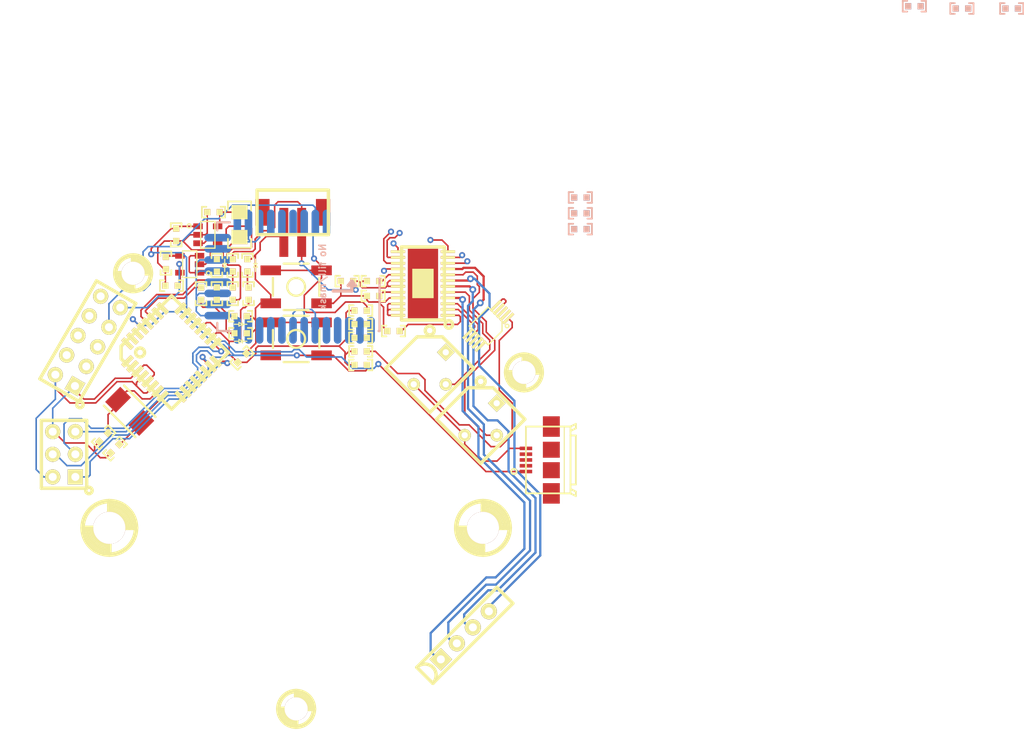
<source format=kicad_pcb>
(kicad_pcb (version 3) (host pcbnew "(2013-may-18)-stable")

  (general
    (links 150)
    (no_connects 53)
    (area 55.682451 90.7846 172.1104 177.997549)
    (thickness 1.6)
    (drawings 13)
    (tracks 637)
    (zones 0)
    (modules 53)
    (nets 48)
  )

  (page A)
  (title_block 
    (title "Single Stepper Driver Layout")
    (rev 0.1)
    (company "Copyright 2013 by Michael Cousins")
    (comment 1 https://www.github.com/mcous/steptoit)
    (comment 2 "Released under the terms of the Creative Commons Attribution-ShareAlike 3.0 license")
    (comment 3 "Open Source Hardware")
  )

  (layers
    (15 F.Cu signal hide)
    (0 B.Cu signal)
    (16 B.Adhes user)
    (17 F.Adhes user)
    (18 B.Paste user)
    (19 F.Paste user)
    (20 B.SilkS user)
    (21 F.SilkS user)
    (22 B.Mask user)
    (23 F.Mask user)
    (24 Dwgs.User user)
    (25 Cmts.User user)
    (26 Eco1.User user)
    (27 Eco2.User user)
    (28 Edge.Cuts user)
  )

  (setup
    (last_trace_width 0.1778)
    (trace_clearance 0.1778)
    (zone_clearance 0.508)
    (zone_45_only no)
    (trace_min 0.1524)
    (segment_width 0.2)
    (edge_width 0.1)
    (via_size 0.6858)
    (via_drill 0.3302)
    (via_min_size 0.6858)
    (via_min_drill 0.3302)
    (uvia_size 0.508)
    (uvia_drill 0.127)
    (uvias_allowed no)
    (uvia_min_size 0.508)
    (uvia_min_drill 0.127)
    (pcb_text_width 0.3)
    (pcb_text_size 1.5 1.5)
    (mod_edge_width 0.381)
    (mod_text_size 1 1)
    (mod_text_width 0.15)
    (pad_size 5.5 1)
    (pad_drill 0)
    (pad_to_mask_clearance 0.1778)
    (aux_axis_origin 0 0)
    (visible_elements FFFF5BBF)
    (pcbplotparams
      (layerselection 3178497)
      (usegerberextensions true)
      (excludeedgelayer true)
      (linewidth 0.150000)
      (plotframeref false)
      (viasonmask false)
      (mode 1)
      (useauxorigin false)
      (hpglpennumber 1)
      (hpglpenspeed 20)
      (hpglpendiameter 15)
      (hpglpenoverlay 2)
      (psnegative false)
      (psa4output false)
      (plotreference true)
      (plotvalue true)
      (plotothertext true)
      (plotinvisibletext false)
      (padsonsilk false)
      (subtractmaskfromsilk false)
      (outputformat 1)
      (mirror false)
      (drillshape 1)
      (scaleselection 1)
      (outputdirectory ""))
  )

  (net 0 "")
  (net 1 /AVR_RX)
  (net 2 /AVR_TX)
  (net 3 /BT_DC)
  (net 4 /BT_DD)
  (net 5 /BT_RESET)
  (net 6 /CONFIG)
  (net 7 /DIR)
  (net 8 /ENABLE)
  (net 9 /FAULT)
  (net 10 /MISO)
  (net 11 /MOSI)
  (net 12 /MSEL0)
  (net 13 /MSEL1)
  (net 14 /RESET)
  (net 15 /R_SEL)
  (net 16 /SCK)
  (net 17 /SLEEP)
  (net 18 /STEP)
  (net 19 /VBAT)
  (net 20 GND)
  (net 21 N-0000010)
  (net 22 N-0000011)
  (net 23 N-0000015)
  (net 24 N-0000016)
  (net 25 N-0000017)
  (net 26 N-0000018)
  (net 27 N-0000020)
  (net 28 N-0000021)
  (net 29 N-0000027)
  (net 30 N-0000028)
  (net 31 N-0000029)
  (net 32 N-0000030)
  (net 33 N-0000031)
  (net 34 N-0000032)
  (net 35 N-0000036)
  (net 36 N-0000037)
  (net 37 N-0000038)
  (net 38 N-0000039)
  (net 39 N-0000040)
  (net 40 N-0000042)
  (net 41 N-0000043)
  (net 42 N-0000044)
  (net 43 N-0000045)
  (net 44 N-0000046)
  (net 45 N-0000054)
  (net 46 N-0000055)
  (net 47 VCC)

  (net_class Default "This is the default net class."
    (clearance 0.1778)
    (trace_width 0.1778)
    (via_dia 0.6858)
    (via_drill 0.3302)
    (uvia_dia 0.508)
    (uvia_drill 0.127)
    (add_net "")
    (add_net /AVR_RX)
    (add_net /AVR_TX)
    (add_net /BT_DC)
    (add_net /BT_DD)
    (add_net /BT_RESET)
    (add_net /CONFIG)
    (add_net /DIR)
    (add_net /ENABLE)
    (add_net /FAULT)
    (add_net /MISO)
    (add_net /MOSI)
    (add_net /MSEL0)
    (add_net /MSEL1)
    (add_net /RESET)
    (add_net /R_SEL)
    (add_net /SCK)
    (add_net /SLEEP)
    (add_net /STEP)
    (add_net /VBAT)
    (add_net GND)
    (add_net N-0000010)
    (add_net N-0000011)
    (add_net N-0000016)
    (add_net N-0000017)
    (add_net N-0000018)
    (add_net N-0000020)
    (add_net N-0000021)
    (add_net N-0000027)
    (add_net N-0000030)
    (add_net N-0000031)
    (add_net N-0000036)
    (add_net N-0000037)
    (add_net N-0000038)
    (add_net N-0000039)
    (add_net N-0000040)
    (add_net N-0000042)
    (add_net N-0000043)
    (add_net N-0000044)
    (add_net N-0000045)
    (add_net N-0000046)
    (add_net N-0000054)
    (add_net N-0000055)
    (add_net VCC)
  )

  (net_class Motor ""
    (clearance 0.254)
    (trace_width 0.254)
    (via_dia 0.762)
    (via_drill 0.381)
    (uvia_dia 0.508)
    (uvia_drill 0.127)
    (add_net N-0000015)
    (add_net N-0000028)
    (add_net N-0000029)
    (add_net N-0000032)
  )

  (module TQFP32_7mm (layer F.Cu) (tedit 5186F557) (tstamp 51E9C745)
    (at 74.93 132.715 45)
    (tags "QFP TQFP 32")
    (path /51DF9BDC)
    (solder_paste_margin -0.254)
    (fp_text reference IC2 (at 0 7.00024 45) (layer F.SilkS) hide
      (effects (font (size 1.524 1.524) (thickness 0.3048)))
    )
    (fp_text value ATMEGA328P_TQFP (at -1.99898 -6.49986 45) (layer F.SilkS) hide
      (effects (font (size 1.524 1.524) (thickness 0.3048)))
    )
    (fp_circle (center -2.49936 -2.49936) (end -2.49936 -2.99974) (layer F.SilkS) (width 0.381))
    (fp_line (start -4.50088 -3.50012) (end -3.50012 -4.50088) (layer F.SilkS) (width 0.381))
    (fp_line (start -3.50012 -4.50088) (end 4.50088 -4.50088) (layer F.SilkS) (width 0.381))
    (fp_line (start 4.50088 -4.50088) (end 4.50088 4.50088) (layer F.SilkS) (width 0.381))
    (fp_line (start 4.50088 4.50088) (end -4.50088 4.50088) (layer F.SilkS) (width 0.381))
    (fp_line (start -4.50088 4.50088) (end -4.50088 -3.50012) (layer F.SilkS) (width 0.381))
    (pad 1 smd rect (at -4.20116 -2.79908 45) (size 1.50114 0.50038)
      (layers F.Cu F.Paste F.SilkS F.Mask)
      (net 18 /STEP)
    )
    (pad 2 smd rect (at -4.20116 -1.99898 45) (size 1.50114 0.50038)
      (layers F.Cu F.Paste F.SilkS F.Mask)
      (net 7 /DIR)
    )
    (pad 3 smd rect (at -4.20116 -1.19888 45) (size 1.50114 0.50038)
      (layers F.Cu F.Paste F.SilkS F.Mask)
      (net 20 GND)
    )
    (pad 4 smd rect (at -4.20116 -0.39878 45) (size 1.50114 0.50038)
      (layers F.Cu F.Paste F.SilkS F.Mask)
      (net 47 VCC)
    )
    (pad 5 smd rect (at -4.20116 0.39878 45) (size 1.50114 0.50038)
      (layers F.Cu F.Paste F.SilkS F.Mask)
      (net 20 GND)
    )
    (pad 6 smd rect (at -4.20116 1.19888 45) (size 1.50114 0.50038)
      (layers F.Cu F.Paste F.SilkS F.Mask)
      (net 47 VCC)
    )
    (pad 7 smd rect (at -4.20116 1.99898 45) (size 1.50114 0.50038)
      (layers F.Cu F.Paste F.SilkS F.Mask)
      (net 46 N-0000055)
    )
    (pad 8 smd rect (at -4.20116 2.79908 45) (size 1.50114 0.50038)
      (layers F.Cu F.Paste F.SilkS F.Mask)
      (net 45 N-0000054)
    )
    (pad 9 smd rect (at -2.79908 4.20116 135) (size 1.50114 0.50038)
      (layers F.Cu F.Paste F.SilkS F.Mask)
    )
    (pad 10 smd rect (at -1.99898 4.20116 135) (size 1.50114 0.50038)
      (layers F.Cu F.Paste F.SilkS F.Mask)
    )
    (pad 11 smd rect (at -1.19888 4.20116 135) (size 1.50114 0.50038)
      (layers F.Cu F.Paste F.SilkS F.Mask)
      (net 15 /R_SEL)
    )
    (pad 12 smd rect (at -0.39878 4.20116 135) (size 1.50114 0.50038)
      (layers F.Cu F.Paste F.SilkS F.Mask)
      (net 17 /SLEEP)
    )
    (pad 13 smd rect (at 0.39878 4.20116 135) (size 1.50114 0.50038)
      (layers F.Cu F.Paste F.SilkS F.Mask)
      (net 8 /ENABLE)
    )
    (pad 14 smd rect (at 1.19888 4.20116 135) (size 1.50114 0.50038)
      (layers F.Cu F.Paste F.SilkS F.Mask)
      (net 6 /CONFIG)
    )
    (pad 15 smd rect (at 1.99898 4.20116 135) (size 1.50114 0.50038)
      (layers F.Cu F.Paste F.SilkS F.Mask)
      (net 11 /MOSI)
    )
    (pad 16 smd rect (at 2.79908 4.20116 135) (size 1.50114 0.50038)
      (layers F.Cu F.Paste F.SilkS F.Mask)
      (net 10 /MISO)
    )
    (pad 17 smd rect (at 4.20116 2.79908 225) (size 1.50114 0.50038)
      (layers F.Cu F.Paste F.SilkS F.Mask)
      (net 16 /SCK)
    )
    (pad 18 smd rect (at 4.20116 1.99898 225) (size 1.50114 0.50038)
      (layers F.Cu F.Paste F.SilkS F.Mask)
      (net 47 VCC)
    )
    (pad 19 smd rect (at 4.20116 1.19888 225) (size 1.50114 0.50038)
      (layers F.Cu F.Paste F.SilkS F.Mask)
    )
    (pad 20 smd rect (at 4.20116 0.39878 225) (size 1.50114 0.50038)
      (layers F.Cu F.Paste F.SilkS F.Mask)
      (net 47 VCC)
    )
    (pad 21 smd rect (at 4.20116 -0.39878 225) (size 1.50114 0.50038)
      (layers F.Cu F.Paste F.SilkS F.Mask)
      (net 20 GND)
    )
    (pad 22 smd rect (at 4.20116 -1.19888 225) (size 1.50114 0.50038)
      (layers F.Cu F.Paste F.SilkS F.Mask)
    )
    (pad 23 smd rect (at 4.20116 -1.99898 225) (size 1.50114 0.50038)
      (layers F.Cu F.Paste F.SilkS F.Mask)
      (net 12 /MSEL0)
    )
    (pad 24 smd rect (at 4.20116 -2.79908 225) (size 1.50114 0.50038)
      (layers F.Cu F.Paste F.SilkS F.Mask)
      (net 13 /MSEL1)
    )
    (pad 25 smd rect (at 2.79908 -4.20116 315) (size 1.50114 0.50038)
      (layers F.Cu F.Paste F.SilkS F.Mask)
    )
    (pad 26 smd rect (at 1.99898 -4.20116 315) (size 1.50114 0.50038)
      (layers F.Cu F.Paste F.SilkS F.Mask)
    )
    (pad 27 smd rect (at 1.19888 -4.20116 315) (size 1.50114 0.50038)
      (layers F.Cu F.Paste F.SilkS F.Mask)
      (net 41 N-0000043)
    )
    (pad 28 smd rect (at 0.39878 -4.20116 315) (size 1.50114 0.50038)
      (layers F.Cu F.Paste F.SilkS F.Mask)
      (net 40 N-0000042)
    )
    (pad 29 smd rect (at -0.39878 -4.20116 315) (size 1.50114 0.50038)
      (layers F.Cu F.Paste F.SilkS F.Mask)
      (net 14 /RESET)
    )
    (pad 30 smd rect (at -1.19888 -4.20116 315) (size 1.50114 0.50038)
      (layers F.Cu F.Paste F.SilkS F.Mask)
      (net 2 /AVR_TX)
    )
    (pad 31 smd rect (at -1.99898 -4.20116 315) (size 1.50114 0.50038)
      (layers F.Cu F.Paste F.SilkS F.Mask)
      (net 1 /AVR_RX)
    )
    (pad 32 smd rect (at -2.79908 -4.20116 315) (size 1.50114 0.50038)
      (layers F.Cu F.Paste F.SilkS F.Mask)
      (net 9 /FAULT)
    )
  )

  (module SPST_4-pin-sm (layer F.Cu) (tedit 519BAD28) (tstamp 51E9C752)
    (at 88.9 131.191)
    (path /51DF9C99)
    (solder_mask_margin 0.2)
    (solder_paste_margin -0.1)
    (clearance 0.2)
    (attr smd)
    (fp_text reference S1 (at 0 4.572) (layer F.SilkS) hide
      (effects (font (size 1.524 1.524) (thickness 0.3048)))
    )
    (fp_text value RST (at 0 -4.064) (layer F.SilkS) hide
      (effects (font (size 1.524 1.524) (thickness 0.3048)))
    )
    (fp_circle (center 0 0) (end 0 -1) (layer F.SilkS) (width 0.254))
    (fp_line (start -2.60096 1.00076) (end -2.60096 -1.00076) (layer F.SilkS) (width 0.254))
    (fp_line (start -1.39954 2.60096) (end 1.39954 2.60096) (layer F.SilkS) (width 0.254))
    (fp_line (start 1.39954 -2.60096) (end -1.39954 -2.60096) (layer F.SilkS) (width 0.254))
    (fp_line (start 2.60096 1.00076) (end 2.60096 -1.00076) (layer F.SilkS) (width 0.254))
    (pad 1 smd rect (at -2.84988 -1.84912) (size 2.30124 1.09982)
      (layers F.Cu F.Paste F.Mask)
      (net 20 GND)
    )
    (pad 1 smd rect (at 2.84988 -1.84912) (size 2.30124 1.09982)
      (layers F.Cu F.Paste F.Mask)
      (net 20 GND)
    )
    (pad 2 smd rect (at -2.84988 1.84912) (size 2.30124 1.09982)
      (layers F.Cu F.Paste F.Mask)
      (net 14 /RESET)
    )
    (pad 2 smd rect (at 2.84988 1.84912) (size 2.30124 1.09982)
      (layers F.Cu F.Paste F.Mask)
      (net 14 /RESET)
    )
  )

  (module SPST_4-pin-sm (layer F.Cu) (tedit 51EA0D01) (tstamp 51E9C75F)
    (at 88.9 125.349 180)
    (path /51E98B14)
    (solder_mask_margin 0.2)
    (solder_paste_margin -0.1)
    (clearance 0.2)
    (attr smd)
    (fp_text reference S2 (at 1.526644 4.22072 180) (layer F.SilkS) hide
      (effects (font (size 1.524 1.524) (thickness 0.3048)))
    )
    (fp_text value BT_RST (at 0 -4.064 180) (layer F.SilkS) hide
      (effects (font (size 1.524 1.524) (thickness 0.3048)))
    )
    (fp_circle (center 0 0) (end 0 -1) (layer F.SilkS) (width 0.254))
    (fp_line (start -2.60096 1.00076) (end -2.60096 -1.00076) (layer F.SilkS) (width 0.254))
    (fp_line (start -1.39954 2.60096) (end 1.39954 2.60096) (layer F.SilkS) (width 0.254))
    (fp_line (start 1.39954 -2.60096) (end -1.39954 -2.60096) (layer F.SilkS) (width 0.254))
    (fp_line (start 2.60096 1.00076) (end 2.60096 -1.00076) (layer F.SilkS) (width 0.254))
    (pad 1 smd rect (at -2.84988 -1.84912 180) (size 2.30124 1.09982)
      (layers F.Cu F.Paste F.Mask)
      (net 20 GND)
    )
    (pad 1 smd rect (at 2.84988 -1.84912 180) (size 2.30124 1.09982)
      (layers F.Cu F.Paste F.Mask)
      (net 20 GND)
    )
    (pad 2 smd rect (at -2.84988 1.84912 180) (size 2.30124 1.09982)
      (layers F.Cu F.Paste F.Mask)
      (net 5 /BT_RESET)
    )
    (pad 2 smd rect (at 2.84988 1.84912 180) (size 2.30124 1.09982)
      (layers F.Cu F.Paste F.Mask)
      (net 5 /BT_RESET)
    )
  )

  (module SOT23-5 (layer F.Cu) (tedit 519CFFC5) (tstamp 51E9C76D)
    (at 78.994 119.507)
    (path /51E9B762)
    (solder_mask_margin 0.1)
    (solder_paste_margin -0.025)
    (clearance 0.15)
    (attr smd)
    (fp_text reference IC6 (at 0 2.2) (layer F.SilkS) hide
      (effects (font (size 0.635 0.635) (thickness 0.127)))
    )
    (fp_text value MAX1555 (at 0 -2) (layer F.SilkS) hide
      (effects (font (size 0.635 0.635) (thickness 0.127)))
    )
    (fp_line (start -0.8 -1.5) (end -0.8 1.5) (layer F.SilkS) (width 0.15))
    (fp_line (start -0.8 1.5) (end 0.8 1.5) (layer F.SilkS) (width 0.15))
    (fp_line (start 0.8 1.5) (end 0.8 -1.5) (layer F.SilkS) (width 0.15))
    (fp_line (start 0.8 -1.5) (end -0.8 -1.5) (layer F.SilkS) (width 0.15))
    (fp_circle (center -2.1 -1) (end -2.2 -1.2) (layer F.SilkS) (width 0.15))
    (pad 1 smd rect (at -1.1 -0.95) (size 1.06 0.65)
      (layers F.Cu F.Paste F.Mask)
      (net 22 N-0000011)
    )
    (pad 2 smd rect (at -1.1 0) (size 1.06 0.65)
      (layers F.Cu F.Paste F.Mask)
      (net 20 GND)
    )
    (pad 3 smd rect (at -1.1 0.95) (size 1.06 0.65)
      (layers F.Cu F.Paste F.Mask)
      (net 27 N-0000020)
    )
    (pad 4 smd rect (at 1.1 0.95) (size 1.06 0.65)
      (layers F.Cu F.Paste F.Mask)
    )
    (pad 5 smd rect (at 1.1 -0.95) (size 1.06 0.65)
      (layers F.Cu F.Paste F.Mask)
      (net 19 /VBAT)
    )
  )

  (module SOT23-5 (layer F.Cu) (tedit 519CFFC5) (tstamp 51E9C77B)
    (at 76.962 122.809 180)
    (path /51E87A13)
    (solder_mask_margin 0.1)
    (solder_paste_margin -0.025)
    (clearance 0.15)
    (attr smd)
    (fp_text reference IC4 (at 0 2.2 180) (layer F.SilkS) hide
      (effects (font (size 0.635 0.635) (thickness 0.127)))
    )
    (fp_text value MIC5205 (at 0 -2 180) (layer F.SilkS) hide
      (effects (font (size 0.635 0.635) (thickness 0.127)))
    )
    (fp_line (start -0.8 -1.5) (end -0.8 1.5) (layer F.SilkS) (width 0.15))
    (fp_line (start -0.8 1.5) (end 0.8 1.5) (layer F.SilkS) (width 0.15))
    (fp_line (start 0.8 1.5) (end 0.8 -1.5) (layer F.SilkS) (width 0.15))
    (fp_line (start 0.8 -1.5) (end -0.8 -1.5) (layer F.SilkS) (width 0.15))
    (fp_circle (center -2.1 -1) (end -2.2 -1.2) (layer F.SilkS) (width 0.15))
    (pad 1 smd rect (at -1.1 -0.95 180) (size 1.06 0.65)
      (layers F.Cu F.Paste F.Mask)
      (net 24 N-0000016)
    )
    (pad 2 smd rect (at -1.1 0 180) (size 1.06 0.65)
      (layers F.Cu F.Paste F.Mask)
      (net 20 GND)
    )
    (pad 3 smd rect (at -1.1 0.95 180) (size 1.06 0.65)
      (layers F.Cu F.Paste F.Mask)
      (net 24 N-0000016)
    )
    (pad 4 smd rect (at 1.1 0.95 180) (size 1.06 0.65)
      (layers F.Cu F.Paste F.Mask)
      (net 32 N-0000030)
    )
    (pad 5 smd rect (at 1.1 -0.95 180) (size 1.06 0.65)
      (layers F.Cu F.Paste F.Mask)
      (net 47 VCC)
    )
  )

  (module SIP4 (layer F.Cu) (tedit 51E9AA31) (tstamp 51E9C789)
    (at 107.823 164.465 45)
    (path /51E9D5B1)
    (fp_text reference M1 (at 3.81 3.81 45) (layer F.SilkS) hide
      (effects (font (size 1.524 1.524) (thickness 0.3048)))
    )
    (fp_text value STEPPER (at -3.81 -3.81 45) (layer F.SilkS) hide
      (effects (font (size 1.524 1.524) (thickness 0.3048)))
    )
    (fp_line (start -6.35 -1.27) (end 6.35 -1.27) (layer F.SilkS) (width 0.381))
    (fp_line (start 6.35 -1.27) (end 6.35 1.27) (layer F.SilkS) (width 0.381))
    (fp_line (start 6.35 1.27) (end -6.35 1.27) (layer F.SilkS) (width 0.381))
    (fp_arc (start -6.35 0) (end -6.35 -1.27) (angle 90) (layer F.SilkS) (width 0.381))
    (fp_arc (start -6.35 0) (end -5.08 0) (angle 90) (layer F.SilkS) (width 0.381))
    (fp_line (start -6.35 -1.27) (end -6.35 1.27) (layer F.SilkS) (width 0.381))
    (pad 1 thru_hole rect (at -3.81 0 45) (size 1.8 1.8) (drill 0.9)
      (layers *.Cu *.Mask F.SilkS)
      (net 31 N-0000029)
    )
    (pad 2 thru_hole circle (at -1.27 0 45) (size 1.8 1.8) (drill 0.9)
      (layers *.Cu *.Mask F.SilkS)
      (net 34 N-0000032)
    )
    (pad 3 thru_hole circle (at 1.27 0 45) (size 1.8 1.8) (drill 0.9)
      (layers *.Cu *.Mask F.SilkS)
      (net 30 N-0000028)
    )
    (pad 4 thru_hole circle (at 3.81 0 45) (size 1.8 1.8) (drill 0.9)
      (layers *.Cu *.Mask F.SilkS)
      (net 23 N-0000015)
    )
  )

  (module MSOP10 (layer F.Cu) (tedit 51E9A883) (tstamp 51E9C79F)
    (at 110.4392 129.7432 225)
    (path /51E9724C)
    (solder_mask_margin 0.1)
    (solder_paste_margin -0.025)
    (clearance 0.15)
    (attr smd)
    (fp_text reference IC1 (at 0 2.5 225) (layer F.SilkS) hide
      (effects (font (size 1 1) (thickness 0.15)))
    )
    (fp_text value MCP4232 (at 0 -2.5 225) (layer F.SilkS) hide
      (effects (font (size 1 1) (thickness 0.15)))
    )
    (fp_line (start -1.5 -0.5) (end -1.5 -0.7) (layer F.SilkS) (width 0.15))
    (fp_line (start -1.5 -0.7) (end -0.7 -1.5) (layer F.SilkS) (width 0.15))
    (fp_line (start -0.7 -1.5) (end -0.5 -1.5) (layer F.SilkS) (width 0.15))
    (fp_line (start -1.5 1.5) (end -1.5 -0.5) (layer F.SilkS) (width 0.15))
    (fp_line (start -1.5 1.5) (end 1.5 1.5) (layer F.SilkS) (width 0.15))
    (fp_line (start 1.5 1.5) (end 1.5 -1.5) (layer F.SilkS) (width 0.15))
    (fp_line (start 1.5 -1.5) (end -0.5 -1.5) (layer F.SilkS) (width 0.15))
    (fp_circle (center -1.5 -1.5) (end -1.3 -1.5) (layer F.SilkS) (width 0.15))
    (pad 1 smd rect (at -2.2 -1 225) (size 1.6 0.3)
      (layers F.Cu F.Paste F.SilkS F.Mask)
      (net 15 /R_SEL)
    )
    (pad 2 smd rect (at -2.2 -0.5 225) (size 1.6 0.3)
      (layers F.Cu F.Paste F.SilkS F.Mask)
      (net 16 /SCK)
    )
    (pad 3 smd rect (at -2.2 0 225) (size 1.6 0.3)
      (layers F.Cu F.Paste F.SilkS F.Mask)
      (net 11 /MOSI)
    )
    (pad 4 smd rect (at -2.2 0.5 225) (size 1.6 0.3)
      (layers F.Cu F.Paste F.SilkS F.Mask)
      (net 20 GND)
    )
    (pad 5 smd rect (at -2.2 1 225) (size 1.6 0.3)
      (layers F.Cu F.Paste F.SilkS F.Mask)
      (net 20 GND)
    )
    (pad 6 smd rect (at 2.2 1 225) (size 1.6 0.3)
      (layers F.Cu F.Paste F.SilkS F.Mask)
      (net 37 N-0000038)
    )
    (pad 7 smd rect (at 2.2 0.5 225) (size 1.6 0.3)
      (layers F.Cu F.Paste F.SilkS F.Mask)
      (net 36 N-0000037)
    )
    (pad 8 smd rect (at 2.2 0 225) (size 1.6 0.3)
      (layers F.Cu F.Paste F.SilkS F.Mask)
      (net 20 GND)
    )
    (pad 9 smd rect (at 2.2 -0.5 225) (size 1.6 0.3)
      (layers F.Cu F.Paste F.SilkS F.Mask)
      (net 10 /MISO)
    )
    (pad 10 smd rect (at 2.2 -1 225) (size 1.6 0.3)
      (layers F.Cu F.Paste F.SilkS F.Mask)
      (net 47 VCC)
    )
  )

  (module MICROUSB_sm (layer F.Cu) (tedit 519D122C) (tstamp 51E9C7BB)
    (at 117.475 144.78 180)
    (path /51E9B684)
    (solder_mask_margin 0.1)
    (solder_paste_margin -0.025)
    (clearance 0.15)
    (attr smd)
    (fp_text reference J1 (at 0 6.45 180) (layer F.SilkS) hide
      (effects (font (size 1.524 1.524) (thickness 0.3048)))
    )
    (fp_text value MICROUSB (at 0 -6.5 180) (layer F.SilkS) hide
      (effects (font (size 1.524 1.524) (thickness 0.3048)))
    )
    (fp_line (start 2.8 -3.75) (end -2.2 -3.75) (layer F.SilkS) (width 0.2))
    (fp_line (start -2.2 3.75) (end 2.8 3.75) (layer F.SilkS) (width 0.2))
    (fp_circle (center 4.15 -1.3) (end 4.15 -1.6) (layer F.SilkS) (width 0.2))
    (fp_line (start -2.2 -2.75) (end -2.8 -2.75) (layer F.SilkS) (width 0.2))
    (fp_line (start -2.8 -2.75) (end -2.8 2.75) (layer F.SilkS) (width 0.2))
    (fp_line (start -2.8 2.75) (end -2.2 2.75) (layer F.SilkS) (width 0.2))
    (fp_line (start -2.2 -3.25) (end -2.8 -3.55) (layer F.SilkS) (width 0.2))
    (fp_line (start -2.2 -3.75) (end -2.8 -4.05) (layer F.SilkS) (width 0.2))
    (fp_line (start -2.8 -4.05) (end -2.8 -3.55) (layer F.SilkS) (width 0.2))
    (fp_line (start -2.2 3.25) (end -2.8 3.55) (layer F.SilkS) (width 0.2))
    (fp_line (start -2.2 3.75) (end -2.8 4.05) (layer F.SilkS) (width 0.2))
    (fp_line (start -2.8 4.05) (end -2.8 3.55) (layer F.SilkS) (width 0.2))
    (fp_line (start -2.2 3.75) (end -2.2 -3.75) (layer F.SilkS) (width 0.2))
    (fp_line (start -1.5 3.75) (end -1.5 -3.75) (layer F.SilkS) (width 0.127))
    (fp_line (start 2.8 3.75) (end 2.8 -3.75) (layer F.SilkS) (width 0.2))
    (pad 1 smd rect (at 2.8 -1.3 180) (size 1.4 0.4)
      (layers F.Cu F.Paste F.Mask)
      (net 22 N-0000011)
    )
    (pad 2 smd rect (at 2.8 -0.65 180) (size 1.4 0.4)
      (layers F.Cu F.Paste F.Mask)
    )
    (pad 3 smd rect (at 2.8 0 180) (size 1.4 0.4)
      (layers F.Cu F.Paste F.Mask)
    )
    (pad 4 smd rect (at 2.8 0.65 180) (size 1.4 0.4)
      (layers F.Cu F.Paste F.Mask)
    )
    (pad 5 smd rect (at 2.8 1.3 180) (size 1.4 0.4)
      (layers F.Cu F.Paste F.Mask)
      (net 20 GND)
    )
    (pad "" smd rect (at -0.05 -3.75 180) (size 1.9 2.3)
      (layers F.Cu F.Paste F.Mask)
      (solder_paste_margin -0.2)
    )
    (pad "" smd rect (at -0.05 3.75 180) (size 1.9 2.3)
      (layers F.Cu F.Paste F.Mask)
      (solder_paste_margin -0.2)
    )
    (pad "" smd rect (at -0.05 1.15 180) (size 1.9 1.8)
      (layers F.Cu F.Paste F.Mask)
      (solder_paste_margin -0.2)
    )
    (pad "" smd rect (at -0.05 -1.15 180) (size 1.9 1.8)
      (layers F.Cu F.Paste F.Mask)
      (solder_paste_margin -0.2)
    )
  )

  (module HTSSOP24 (layer F.Cu) (tedit 51E9B162) (tstamp 51E9C7EC)
    (at 103.124 124.968 180)
    (path /51DF9BCD)
    (solder_mask_margin 0.7)
    (solder_paste_margin -0.025)
    (attr smd)
    (fp_text reference IC3 (at 0 6.49986 180) (layer F.SilkS) hide
      (effects (font (size 1.524 1.524) (thickness 0.3048)))
    )
    (fp_text value DRV8834_SOP (at 0.5 -6.5 180) (layer F.SilkS) hide
      (effects (font (size 1.524 1.524) (thickness 0.3048)))
    )
    (fp_circle (center -2.9 -4.6) (end -2.6 -4.3) (layer F.SilkS) (width 0.381))
    (fp_line (start -2.4 -4.1) (end 2.4 -4.1) (layer F.SilkS) (width 0.381))
    (fp_line (start 2.4 -4.1) (end 2.4 4.1) (layer F.SilkS) (width 0.381))
    (fp_line (start 2.4 4.1) (end -2.4 4.1) (layer F.SilkS) (width 0.381))
    (fp_line (start -2.4 4.1) (end -2.4 -4.1) (layer F.SilkS) (width 0.381))
    (pad 19 smd rect (at 2.8 -0.325 180) (size 1.6 0.3)
      (layers F.Cu F.Paste F.SilkS F.Mask)
      (net 19 /VBAT)
    )
    (pad 20 smd rect (at 2.8 -0.975 180) (size 1.6 0.3)
      (layers F.Cu F.Paste F.SilkS F.Mask)
      (net 29 N-0000027)
    )
    (pad 21 smd rect (at 2.8 -1.625 180) (size 1.6 0.3)
      (layers F.Cu F.Paste F.SilkS F.Mask)
      (net 20 GND)
    )
    (pad 22 smd rect (at 2.8 -2.275 180) (size 1.6 0.3)
      (layers F.Cu F.Paste F.SilkS F.Mask)
      (net 26 N-0000018)
    )
    (pad 23 smd rect (at 2.8 -2.925 180) (size 1.6 0.3)
      (layers F.Cu F.Paste F.SilkS F.Mask)
      (net 26 N-0000018)
    )
    (pad 24 smd rect (at 2.8 -3.575 180) (size 1.6 0.3)
      (layers F.Cu F.Paste F.SilkS F.Mask)
      (net 26 N-0000018)
    )
    (pad 18 smd rect (at 2.8 0.325 180) (size 1.6 0.3)
      (layers F.Cu F.Paste F.SilkS F.Mask)
      (net 19 /VBAT)
    )
    (pad 17 smd rect (at 2.8 0.975 180) (size 1.6 0.3)
      (layers F.Cu F.Paste F.SilkS F.Mask)
      (net 28 N-0000021)
    )
    (pad 16 smd rect (at 2.8 1.625 180) (size 1.6 0.3)
      (layers F.Cu F.Paste F.SilkS F.Mask)
      (net 9 /FAULT)
    )
    (pad 15 smd rect (at 2.8 2.275 180) (size 1.6 0.3)
      (layers F.Cu F.Paste F.SilkS F.Mask)
      (net 6 /CONFIG)
    )
    (pad 14 smd rect (at 2.8 2.925 180) (size 1.6 0.3)
      (layers F.Cu F.Paste F.SilkS F.Mask)
      (net 13 /MSEL1)
    )
    (pad 13 smd rect (at 2.8 3.575 180) (size 1.6 0.3)
      (layers F.Cu F.Paste F.SilkS F.Mask)
      (net 12 /MSEL0)
    )
    (pad 12 smd rect (at -2.8 3.575 180) (size 1.6 0.3)
      (layers F.Cu F.Paste F.SilkS F.Mask)
      (net 7 /DIR)
    )
    (pad 11 smd rect (at -2.8 2.925 180) (size 1.6 0.3)
      (layers F.Cu F.Paste F.SilkS F.Mask)
      (net 18 /STEP)
    )
    (pad 10 smd rect (at -2.8 2.275 180) (size 1.6 0.3)
      (layers F.Cu F.Paste F.SilkS F.Mask)
      (net 8 /ENABLE)
    )
    (pad 9 smd rect (at -2.8 1.625 180) (size 1.6 0.3)
      (layers F.Cu F.Paste F.SilkS F.Mask)
      (net 30 N-0000028)
    )
    (pad 8 smd rect (at -2.8 0.975 180) (size 1.6 0.3)
      (layers F.Cu F.Paste F.SilkS F.Mask)
      (net 39 N-0000040)
    )
    (pad 7 smd rect (at -2.8 0.325 180) (size 1.6 0.3)
      (layers F.Cu F.Paste F.SilkS F.Mask)
      (net 23 N-0000015)
    )
    (pad 1 smd rect (at -2.8 -3.575 180) (size 1.6 0.3)
      (layers F.Cu F.Paste F.SilkS F.Mask)
      (net 17 /SLEEP)
    )
    (pad 2 smd rect (at -2.8 -2.925 180) (size 1.6 0.3)
      (layers F.Cu F.Paste F.SilkS F.Mask)
      (net 37 N-0000038)
    )
    (pad 3 smd rect (at -2.8 -2.275 180) (size 1.6 0.3)
      (layers F.Cu F.Paste F.SilkS F.Mask)
      (net 36 N-0000037)
    )
    (pad 4 smd rect (at -2.8 -1.625 180) (size 1.6 0.3)
      (layers F.Cu F.Paste F.SilkS F.Mask)
      (net 31 N-0000029)
    )
    (pad 5 smd rect (at -2.8 -0.975 180) (size 1.6 0.3)
      (layers F.Cu F.Paste F.SilkS F.Mask)
      (net 38 N-0000039)
    )
    (pad 6 smd rect (at -2.8 -0.325 180) (size 1.6 0.3)
      (layers F.Cu F.Paste F.SilkS F.Mask)
      (net 34 N-0000032)
    )
    (pad 0 smd rect (at 0 0 180) (size 3.4 7.8)
      (layers F.Cu B.Mask)
      (net 20 GND)
    )
    (pad 0 smd rect (at 0 0 180) (size 2.4 3.3)
      (layers F.Paste F.SilkS F.Mask)
      (net 20 GND)
      (solder_paste_margin -0.09906)
    )
  )

  (module BOURNS-3362P_pot (layer F.Cu) (tedit 51E9C4E9) (tstamp 51E9C805)
    (at 103.886 134.493 225)
    (path /51E966F8)
    (fp_text reference VR1 (at 0 5.08 225) (layer F.SilkS) hide
      (effects (font (size 1 1) (thickness 0.15)))
    )
    (fp_text value 10Ω (at 0 -5.08 225) (layer F.SilkS) hide
      (effects (font (size 1 1) (thickness 0.15)))
    )
    (fp_line (start -3.5 1.5) (end -3.5 -3.5) (layer F.SilkS) (width 0.381))
    (fp_line (start -1.5 3.5) (end 3.5 3.5) (layer F.SilkS) (width 0.381))
    (fp_line (start -3.5 1.5) (end -1.5 3.5) (layer F.SilkS) (width 0.381))
    (fp_circle (center -3 3) (end -3 3.5) (layer F.SilkS) (width 0.381))
    (fp_line (start -3.5 -3.5) (end 3.5 -3.5) (layer F.SilkS) (width 0.381))
    (fp_line (start 3.5 -3.5) (end 3.5 3.5) (layer F.SilkS) (width 0.381))
    (pad 1 thru_hole rect (at -2.54 0 225) (size 1.4 1.4) (drill 0.7)
      (layers *.Cu *.Mask F.SilkS)
    )
    (pad 3 thru_hole circle (at 2.54 0 225) (size 1.4 1.4) (drill 0.7)
      (layers *.Cu *.Mask F.SilkS)
      (net 20 GND)
    )
    (pad 2 thru_hole circle (at 0 -2.54 225) (size 1.4 1.4) (drill 0.7)
      (layers *.Cu *.Mask F.SilkS)
      (net 38 N-0000039)
    )
  )

  (module BOURNS-3362P_pot (layer F.Cu) (tedit 51E9C4E9) (tstamp 51E9C812)
    (at 109.601 140.208 225)
    (path /51E966E9)
    (fp_text reference VR2 (at 0 5.08 225) (layer F.SilkS) hide
      (effects (font (size 1 1) (thickness 0.15)))
    )
    (fp_text value 10Ω (at 0 -5.08 225) (layer F.SilkS) hide
      (effects (font (size 1 1) (thickness 0.15)))
    )
    (fp_line (start -3.5 1.5) (end -3.5 -3.5) (layer F.SilkS) (width 0.381))
    (fp_line (start -1.5 3.5) (end 3.5 3.5) (layer F.SilkS) (width 0.381))
    (fp_line (start -3.5 1.5) (end -1.5 3.5) (layer F.SilkS) (width 0.381))
    (fp_circle (center -3 3) (end -3 3.5) (layer F.SilkS) (width 0.381))
    (fp_line (start -3.5 -3.5) (end 3.5 -3.5) (layer F.SilkS) (width 0.381))
    (fp_line (start 3.5 -3.5) (end 3.5 3.5) (layer F.SilkS) (width 0.381))
    (pad 1 thru_hole rect (at -2.54 0 225) (size 1.4 1.4) (drill 0.7)
      (layers *.Cu *.Mask F.SilkS)
    )
    (pad 3 thru_hole circle (at 2.54 0 225) (size 1.4 1.4) (drill 0.7)
      (layers *.Cu *.Mask F.SilkS)
      (net 20 GND)
    )
    (pad 2 thru_hole circle (at 0 -2.54 225) (size 1.4 1.4) (drill 0.7)
      (layers *.Cu *.Mask F.SilkS)
      (net 39 N-0000040)
    )
  )

  (module BLE112-A (layer B.Cu) (tedit 51EA0D4E) (tstamp 51E9C842)
    (at 89.154 124.206 90)
    (path /51E87C4C)
    (fp_text reference IC5 (at 1.143 0.381 90) (layer B.SilkS) hide
      (effects (font (size 1.524 1.524) (thickness 0.3048)) (justify mirror))
    )
    (fp_text value BLE112-A (at 0 10.70102 90) (layer B.SilkS) hide
      (effects (font (size 1.524 1.524) (thickness 0.3048)) (justify mirror))
    )
    (fp_line (start -1 5.7) (end -1 5.6) (layer B.SilkS) (width 0.381))
    (fp_line (start -1 5.6) (end -0.5 6) (layer B.SilkS) (width 0.381))
    (fp_line (start -1 6.4) (end -1 5.7) (layer B.SilkS) (width 0.381))
    (fp_line (start -1.6 3.9) (end -1.6 6) (layer B.SilkS) (width 0.381))
    (fp_line (start -1.6 6) (end -0.5 6) (layer B.SilkS) (width 0.381))
    (fp_line (start -0.5 6) (end -1 6.4) (layer B.SilkS) (width 0.381))
    (fp_line (start -6.10108 8.99922) (end -6.10108 9.10082) (layer B.SilkS) (width 0.254))
    (fp_line (start -6.10108 9.10082) (end -0.20066 9.10082) (layer B.SilkS) (width 0.254))
    (fp_text user "No fill/mask" (at 0 2.7 90) (layer B.SilkS)
      (effects (font (size 0.762 0.762) (thickness 0.1524)) (justify mirror))
    )
    (fp_line (start -6.10108 -9.10082) (end -5.19938 -9.10082) (layer B.SilkS) (width 0.254))
    (fp_line (start -6.10108 -9.10082) (end -6.10108 -7.69874) (layer B.SilkS) (width 0.254))
    (fp_line (start 6.10108 -9.10082) (end 6.10108 -7.69874) (layer B.SilkS) (width 0.254))
    (fp_line (start 6.10108 -9.10082) (end 5.19938 -9.10082) (layer B.SilkS) (width 0.254))
    (pad 1 smd oval (at -6.02488 8.15086 90) (size 2.99974 0.8509)
      (layers B.Cu B.Paste B.Mask)
      (net 20 GND)
    )
    (pad 2 smd oval (at -6.02488 6.90118 90) (size 2.99974 0.8509)
      (layers B.Cu B.Paste B.Mask)
      (net 47 VCC)
    )
    (pad 3 smd oval (at -6.02488 5.64896 90) (size 2.99974 0.8509)
      (layers B.Cu B.Paste B.Mask)
      (net 47 VCC)
    )
    (pad 4 smd oval (at -6.02488 4.39928 90) (size 2.99974 0.8509)
      (layers B.Cu B.Paste B.Mask)
      (net 3 /BT_DC)
    )
    (pad 5 smd oval (at -6.02488 3.1496 90) (size 2.99974 0.8509)
      (layers B.Cu B.Paste B.Mask)
      (net 4 /BT_DD)
    )
    (pad 6 smd oval (at -6.02488 1.89992 90) (size 2.99974 0.8509)
      (layers B.Cu B.Paste B.Mask)
      (net 44 N-0000046)
    )
    (pad 7 smd oval (at -6.02488 0.65024 90) (size 2.99974 0.8509)
      (layers B.Cu B.Paste B.Mask)
      (net 44 N-0000046)
    )
    (pad 8 smd oval (at -6.02488 -0.59944 90) (size 2.99974 0.8509)
      (layers B.Cu B.Paste B.Mask)
      (net 44 N-0000046)
    )
    (pad 9 smd oval (at -6.02488 -1.84912 90) (size 2.99974 0.8509)
      (layers B.Cu B.Paste B.Mask)
      (net 47 VCC)
    )
    (pad 10 smd oval (at -6.02488 -3.0988 90) (size 2.99974 0.8509)
      (layers B.Cu B.Paste B.Mask)
      (net 20 GND)
    )
    (pad 11 smd oval (at -6.02488 -4.35102 90) (size 2.99974 0.8509)
      (layers B.Cu B.Paste B.Mask)
    )
    (pad 12 smd oval (at -6.02488 -5.6007 90) (size 2.99974 0.8509)
      (layers B.Cu B.Paste B.Mask)
    )
    (pad 13 smd oval (at -6.02488 -6.85038 90) (size 2.99974 0.8509)
      (layers B.Cu B.Paste B.Mask)
      (net 44 N-0000046)
    )
    (pad 14 smd oval (at -4.37388 -9.05002) (size 2.99974 0.8509)
      (layers B.Cu B.Paste B.Mask)
      (net 44 N-0000046)
    )
    (pad 15 smd oval (at -3.1242 -9.05002) (size 2.99974 0.8509)
      (layers B.Cu B.Paste B.Mask)
      (net 44 N-0000046)
    )
    (pad 16 smd oval (at -1.87452 -9.05002) (size 2.99974 0.8509)
      (layers B.Cu B.Paste B.Mask)
      (net 44 N-0000046)
    )
    (pad 17 smd oval (at -0.62484 -9.05002) (size 2.99974 0.8509)
      (layers B.Cu B.Paste B.Mask)
      (net 44 N-0000046)
    )
    (pad 18 smd oval (at 0.62484 -9.05002) (size 2.99974 0.8509)
      (layers B.Cu B.Paste B.Mask)
      (net 44 N-0000046)
    )
    (pad 19 smd oval (at 1.87452 -9.05002) (size 2.99974 0.8509)
      (layers B.Cu B.Paste B.Mask)
      (net 44 N-0000046)
    )
    (pad 20 smd oval (at 3.1242 -9.05002) (size 2.99974 0.8509)
      (layers B.Cu B.Paste B.Mask)
      (net 47 VCC)
    )
    (pad 21 smd oval (at 4.37388 -9.05002) (size 2.99974 0.8509)
      (layers B.Cu B.Paste B.Mask)
      (net 20 GND)
    )
    (pad 22 smd oval (at 6.02488 -6.85038 90) (size 2.99974 0.8509)
      (layers B.Cu B.Paste B.Mask)
      (net 44 N-0000046)
    )
    (pad 23 smd oval (at 6.02488 -5.6007 90) (size 2.99974 0.8509)
      (layers B.Cu B.Paste B.Mask)
      (net 44 N-0000046)
    )
    (pad 24 smd oval (at 6.02488 -4.35102 90) (size 2.99974 0.8509)
      (layers B.Cu B.Paste B.Mask)
      (net 44 N-0000046)
    )
    (pad 25 smd oval (at 6.02488 -3.0988 90) (size 2.99974 0.8509)
      (layers B.Cu B.Paste B.Mask)
      (net 1 /AVR_RX)
    )
    (pad 26 smd oval (at 6.02488 -1.84912 90) (size 2.99974 0.8509)
      (layers B.Cu B.Paste B.Mask)
      (net 2 /AVR_TX)
    )
    (pad 27 smd oval (at 6.02488 -0.59944 90) (size 2.99974 0.8509)
      (layers B.Cu B.Paste B.Mask)
      (net 33 N-0000031)
    )
    (pad 28 smd oval (at 6.02488 0.65024 90) (size 2.99974 0.8509)
      (layers B.Cu B.Paste B.Mask)
      (net 35 N-0000036)
    )
    (pad 29 smd oval (at 6.02488 1.89992 90) (size 2.99974 0.8509)
      (layers B.Cu B.Paste B.Mask)
      (net 5 /BT_RESET)
    )
    (pad 30 smd oval (at 6.02488 3.1496 90) (size 2.99974 0.8509)
      (layers B.Cu B.Paste B.Mask)
      (net 20 GND)
    )
    (pad "" smd rect (at 4.0005 6.35 90) (size 8.001 5.4991)
      (layers *.Mask)
    )
  )

  (module 2x5-array (layer F.Cu) (tedit 519D23D2) (tstamp 51E9C857)
    (at 65.532 131.445 150)
    (path /51E9C2B8)
    (fp_text reference P2 (at 0 8.89 150) (layer F.SilkS) hide
      (effects (font (size 1.524 1.524) (thickness 0.3048)))
    )
    (fp_text value CC_ISP (at 0 -8.89 150) (layer F.SilkS) hide
      (effects (font (size 1.524 1.524) (thickness 0.3048)))
    )
    (fp_line (start 2.54 6.35) (end -2.54 6.35) (layer F.SilkS) (width 0.381))
    (fp_line (start -2.54 6.35) (end -2.54 1.27) (layer F.SilkS) (width 0.381))
    (fp_line (start 2.54 6.35) (end 2.54 1.27) (layer F.SilkS) (width 0.381))
    (fp_circle (center -2.794 -6.604) (end -2.54 -6.35) (layer F.SilkS) (width 0.381))
    (fp_line (start 2.54 -6.35) (end -2.54 -6.35) (layer F.SilkS) (width 0.381))
    (fp_line (start -2.54 -6.35) (end -2.54 1.27) (layer F.SilkS) (width 0.381))
    (fp_line (start 2.54 1.27) (end 2.54 -6.35) (layer F.SilkS) (width 0.381))
    (pad 10 thru_hole circle (at 1.27 5.08 150) (size 1.7 1.7) (drill 0.9)
      (layers *.Cu *.Mask F.SilkS)
    )
    (pad 9 thru_hole circle (at -1.27 5.08 150) (size 1.7 1.7) (drill 0.9)
      (layers *.Cu *.Mask F.SilkS)
      (net 47 VCC)
    )
    (pad 8 thru_hole circle (at 1.27 2.54 150) (size 1.7 1.7) (drill 0.9)
      (layers *.Cu *.Mask F.SilkS)
    )
    (pad 7 thru_hole circle (at -1.27 2.54 150) (size 1.7 1.7) (drill 0.9)
      (layers *.Cu *.Mask F.SilkS)
      (net 5 /BT_RESET)
    )
    (pad 1 thru_hole rect (at -1.27 -5.08 150) (size 1.7 1.7) (drill 0.9)
      (layers *.Cu *.Mask F.SilkS)
      (net 20 GND)
    )
    (pad 2 thru_hole circle (at 1.27 -5.08 150) (size 1.7 1.7) (drill 0.9)
      (layers *.Cu *.Mask F.SilkS)
      (net 47 VCC)
    )
    (pad 3 thru_hole circle (at -1.27 -2.54 150) (size 1.7 1.7) (drill 0.9)
      (layers *.Cu *.Mask F.SilkS)
      (net 3 /BT_DC)
    )
    (pad 4 thru_hole circle (at 1.27 -2.54 150) (size 1.7 1.7) (drill 0.9)
      (layers *.Cu *.Mask F.SilkS)
      (net 4 /BT_DD)
    )
    (pad 5 thru_hole circle (at -1.27 0 150) (size 1.7 1.7) (drill 0.9)
      (layers *.Cu *.Mask F.SilkS)
    )
    (pad 6 thru_hole circle (at 1.27 0 150) (size 1.7 1.7) (drill 0.9)
      (layers *.Cu *.Mask F.SilkS)
    )
  )

  (module 2x3-array (layer F.Cu) (tedit 519D2296) (tstamp 51E9C866)
    (at 62.865 144.145 180)
    (path /51DF9BFF)
    (fp_text reference P1 (at 0 5.5 180) (layer F.SilkS) hide
      (effects (font (size 1.524 1.524) (thickness 0.3048)))
    )
    (fp_text value AVR_ISP (at 0 -6 180) (layer F.SilkS) hide
      (effects (font (size 1.524 1.524) (thickness 0.3048)))
    )
    (fp_circle (center -2.794 -4.064) (end -2.54 -3.81) (layer F.SilkS) (width 0.381))
    (fp_line (start 2.54 -3.81) (end -2.54 -3.81) (layer F.SilkS) (width 0.381))
    (fp_line (start -2.54 -3.81) (end -2.54 3.81) (layer F.SilkS) (width 0.381))
    (fp_line (start -2.54 3.81) (end 2.54 3.81) (layer F.SilkS) (width 0.381))
    (fp_line (start 2.54 3.81) (end 2.54 -3.81) (layer F.SilkS) (width 0.381))
    (pad 1 thru_hole rect (at -1.27 -2.54 180) (size 1.7 1.7) (drill 0.9)
      (layers *.Cu *.Mask F.SilkS)
      (net 10 /MISO)
    )
    (pad 2 thru_hole circle (at 1.27 -2.54 180) (size 1.7 1.7) (drill 0.9)
      (layers *.Cu *.Mask F.SilkS)
      (net 47 VCC)
    )
    (pad 3 thru_hole circle (at -1.27 0 180) (size 1.7 1.7) (drill 0.9)
      (layers *.Cu *.Mask F.SilkS)
      (net 16 /SCK)
    )
    (pad 4 thru_hole circle (at 1.27 0 180) (size 1.7 1.7) (drill 0.9)
      (layers *.Cu *.Mask F.SilkS)
      (net 11 /MOSI)
    )
    (pad 5 thru_hole circle (at -1.27 2.54 180) (size 1.7 1.7) (drill 0.9)
      (layers *.Cu *.Mask F.SilkS)
      (net 14 /RESET)
    )
    (pad 6 thru_hole circle (at 1.27 2.54 180) (size 1.7 1.7) (drill 0.9)
      (layers *.Cu *.Mask F.SilkS)
      (net 20 GND)
    )
  )

  (module "1206(3216m)" (layer F.Cu) (tedit 519CEA4F) (tstamp 51E9C872)
    (at 82.55 118.364 270)
    (path /51E9863E)
    (attr smd)
    (fp_text reference F1 (at 0 2.6 270) (layer F.SilkS) hide
      (effects (font (size 1.524 1.524) (thickness 0.3048)))
    )
    (fp_text value 500mA (at 0 -2.4 270) (layer F.SilkS) hide
      (effects (font (size 1.524 1.524) (thickness 0.3048)))
    )
    (fp_line (start -2.6 1.3) (end -2.6 -1.3) (layer F.SilkS) (width 0.2))
    (fp_line (start -2.6 -1.3) (end -1.6 -1.3) (layer F.SilkS) (width 0.2))
    (fp_line (start -2.6 1.3) (end -1.6 1.3) (layer F.SilkS) (width 0.2))
    (fp_line (start 2.6 -1.3) (end 2.6 1.3) (layer F.SilkS) (width 0.2))
    (fp_line (start 2.6 1.3) (end 1.6 1.3) (layer F.SilkS) (width 0.2))
    (fp_line (start 2.6 -1.3) (end 1.6 -1.3) (layer F.SilkS) (width 0.2))
    (pad 1 smd rect (at -1.4 0 270) (size 1.6 1.8)
      (layers F.Cu F.Paste F.SilkS F.Mask)
      (net 19 /VBAT)
    )
    (pad 2 smd rect (at 1.4 0 270) (size 1.6 1.8)
      (layers F.Cu F.Paste F.SilkS F.Mask)
      (net 24 N-0000016)
    )
  )

  (module "0603(1608m)_led" (layer F.Cu) (tedit 51B11AEB) (tstamp 51EAF695)
    (at 82.677 130.556 180)
    (path /51E9ABA7)
    (solder_paste_margin -0.025)
    (attr smd)
    (fp_text reference LED2 (at 0 2.1 180) (layer F.SilkS) hide
      (effects (font (size 1.524 1.524) (thickness 0.3048)))
    )
    (fp_text value L2 (at 0 -2.7 180) (layer F.SilkS) hide
      (effects (font (size 1.524 1.524) (thickness 0.3048)))
    )
    (fp_line (start -0.2 -0.9) (end -0.7 -0.9) (layer F.SilkS) (width 0.127))
    (fp_line (start 0.2 -0.9) (end 0.7 -0.9) (layer F.SilkS) (width 0.127))
    (fp_line (start -0.2 -0.9) (end 0.2 -1.1) (layer F.SilkS) (width 0.127))
    (fp_line (start 0.2 -1.1) (end 0.2 -0.7) (layer F.SilkS) (width 0.127))
    (fp_line (start 0.2 -0.7) (end -0.2 -0.9) (layer F.SilkS) (width 0.127))
    (fp_line (start -0.2 -0.7) (end -0.2 -1.1) (layer F.SilkS) (width 0.127))
    (fp_line (start -1.3 0.6) (end -1.3 -0.6) (layer F.SilkS) (width 0.2))
    (fp_line (start -1.3 -0.6) (end -0.8 -0.6) (layer F.SilkS) (width 0.2))
    (fp_line (start -1.3 0.6) (end -0.8 0.6) (layer F.SilkS) (width 0.2))
    (fp_line (start 1.3 -0.6) (end 1.3 0.6) (layer F.SilkS) (width 0.2))
    (fp_line (start 1.3 0.6) (end 0.8 0.6) (layer F.SilkS) (width 0.2))
    (fp_line (start 1.3 -0.6) (end 0.8 -0.6) (layer F.SilkS) (width 0.2))
    (pad 1 smd rect (at -0.7 0 180) (size 0.7 0.7)
      (layers F.Cu F.Paste F.SilkS F.Mask)
      (net 20 GND)
    )
    (pad 2 smd rect (at 0.7 0 180) (size 0.7 0.7)
      (layers F.Cu F.Paste F.SilkS F.Mask)
      (net 42 N-0000044)
    )
  )

  (module "0603(1608m)_led" (layer F.Cu) (tedit 51B11AEB) (tstamp 51EAF6A8)
    (at 82.677 128.651 180)
    (path /51E9AB1B)
    (solder_paste_margin -0.025)
    (attr smd)
    (fp_text reference LED1 (at 0 2.1 180) (layer F.SilkS) hide
      (effects (font (size 1.524 1.524) (thickness 0.3048)))
    )
    (fp_text value L1 (at 0 -2.7 180) (layer F.SilkS) hide
      (effects (font (size 1.524 1.524) (thickness 0.3048)))
    )
    (fp_line (start -0.2 -0.9) (end -0.7 -0.9) (layer F.SilkS) (width 0.127))
    (fp_line (start 0.2 -0.9) (end 0.7 -0.9) (layer F.SilkS) (width 0.127))
    (fp_line (start -0.2 -0.9) (end 0.2 -1.1) (layer F.SilkS) (width 0.127))
    (fp_line (start 0.2 -1.1) (end 0.2 -0.7) (layer F.SilkS) (width 0.127))
    (fp_line (start 0.2 -0.7) (end -0.2 -0.9) (layer F.SilkS) (width 0.127))
    (fp_line (start -0.2 -0.7) (end -0.2 -1.1) (layer F.SilkS) (width 0.127))
    (fp_line (start -1.3 0.6) (end -1.3 -0.6) (layer F.SilkS) (width 0.2))
    (fp_line (start -1.3 -0.6) (end -0.8 -0.6) (layer F.SilkS) (width 0.2))
    (fp_line (start -1.3 0.6) (end -0.8 0.6) (layer F.SilkS) (width 0.2))
    (fp_line (start 1.3 -0.6) (end 1.3 0.6) (layer F.SilkS) (width 0.2))
    (fp_line (start 1.3 0.6) (end 0.8 0.6) (layer F.SilkS) (width 0.2))
    (fp_line (start 1.3 -0.6) (end 0.8 -0.6) (layer F.SilkS) (width 0.2))
    (pad 1 smd rect (at -0.7 0 180) (size 0.7 0.7)
      (layers F.Cu F.Paste F.SilkS F.Mask)
      (net 20 GND)
    )
    (pad 2 smd rect (at 0.7 0 180) (size 0.7 0.7)
      (layers F.Cu F.Paste F.SilkS F.Mask)
      (net 43 N-0000045)
    )
  )

  (module "0603(1608m)_led" (layer F.Cu) (tedit 51B11AEB) (tstamp 51E9C8A8)
    (at 81.788 122.936 90)
    (path /51E9BAF3)
    (solder_paste_margin -0.025)
    (attr smd)
    (fp_text reference LED4 (at 0 2.1 90) (layer F.SilkS) hide
      (effects (font (size 1.524 1.524) (thickness 0.3048)))
    )
    (fp_text value CHG (at 0 -2.7 90) (layer F.SilkS) hide
      (effects (font (size 1.524 1.524) (thickness 0.3048)))
    )
    (fp_line (start -0.2 -0.9) (end -0.7 -0.9) (layer F.SilkS) (width 0.127))
    (fp_line (start 0.2 -0.9) (end 0.7 -0.9) (layer F.SilkS) (width 0.127))
    (fp_line (start -0.2 -0.9) (end 0.2 -1.1) (layer F.SilkS) (width 0.127))
    (fp_line (start 0.2 -1.1) (end 0.2 -0.7) (layer F.SilkS) (width 0.127))
    (fp_line (start 0.2 -0.7) (end -0.2 -0.9) (layer F.SilkS) (width 0.127))
    (fp_line (start -0.2 -0.7) (end -0.2 -1.1) (layer F.SilkS) (width 0.127))
    (fp_line (start -1.3 0.6) (end -1.3 -0.6) (layer F.SilkS) (width 0.2))
    (fp_line (start -1.3 -0.6) (end -0.8 -0.6) (layer F.SilkS) (width 0.2))
    (fp_line (start -1.3 0.6) (end -0.8 0.6) (layer F.SilkS) (width 0.2))
    (fp_line (start 1.3 -0.6) (end 1.3 0.6) (layer F.SilkS) (width 0.2))
    (fp_line (start 1.3 0.6) (end 0.8 0.6) (layer F.SilkS) (width 0.2))
    (fp_line (start 1.3 -0.6) (end 0.8 -0.6) (layer F.SilkS) (width 0.2))
    (pad 1 smd rect (at -0.7 0 90) (size 0.7 0.7)
      (layers F.Cu F.Paste F.SilkS F.Mask)
      (net 21 N-0000010)
    )
    (pad 2 smd rect (at 0.7 0 90) (size 0.7 0.7)
      (layers F.Cu F.Paste F.SilkS F.Mask)
      (net 19 /VBAT)
    )
  )

  (module "0603(1608m)_led" (layer F.Cu) (tedit 51B11AEB) (tstamp 51E9C8BA)
    (at 83.439 122.936 270)
    (path /51E9A377)
    (solder_paste_margin -0.025)
    (attr smd)
    (fp_text reference LED3 (at 0 2.1 270) (layer F.SilkS) hide
      (effects (font (size 1.524 1.524) (thickness 0.3048)))
    )
    (fp_text value PWR (at 0 -2.7 270) (layer F.SilkS) hide
      (effects (font (size 1.524 1.524) (thickness 0.3048)))
    )
    (fp_line (start -0.2 -0.9) (end -0.7 -0.9) (layer F.SilkS) (width 0.127))
    (fp_line (start 0.2 -0.9) (end 0.7 -0.9) (layer F.SilkS) (width 0.127))
    (fp_line (start -0.2 -0.9) (end 0.2 -1.1) (layer F.SilkS) (width 0.127))
    (fp_line (start 0.2 -1.1) (end 0.2 -0.7) (layer F.SilkS) (width 0.127))
    (fp_line (start 0.2 -0.7) (end -0.2 -0.9) (layer F.SilkS) (width 0.127))
    (fp_line (start -0.2 -0.7) (end -0.2 -1.1) (layer F.SilkS) (width 0.127))
    (fp_line (start -1.3 0.6) (end -1.3 -0.6) (layer F.SilkS) (width 0.2))
    (fp_line (start -1.3 -0.6) (end -0.8 -0.6) (layer F.SilkS) (width 0.2))
    (fp_line (start -1.3 0.6) (end -0.8 0.6) (layer F.SilkS) (width 0.2))
    (fp_line (start 1.3 -0.6) (end 1.3 0.6) (layer F.SilkS) (width 0.2))
    (fp_line (start 1.3 0.6) (end 0.8 0.6) (layer F.SilkS) (width 0.2))
    (fp_line (start 1.3 -0.6) (end 0.8 -0.6) (layer F.SilkS) (width 0.2))
    (pad 1 smd rect (at -0.7 0 270) (size 0.7 0.7)
      (layers F.Cu F.Paste F.SilkS F.Mask)
      (net 20 GND)
    )
    (pad 2 smd rect (at 0.7 0 270) (size 0.7 0.7)
      (layers F.Cu F.Paste F.SilkS F.Mask)
      (net 25 N-0000017)
    )
  )

  (module "0603(1608m)" (layer F.Cu) (tedit 519CEABD) (tstamp 51E9C8C6)
    (at 80.01 122.936 270)
    (path /51E9B6D1)
    (solder_paste_margin -0.025)
    (attr smd)
    (fp_text reference C10 (at 0 2.1 270) (layer F.SilkS) hide
      (effects (font (size 1.524 1.524) (thickness 0.3048)))
    )
    (fp_text value 1uF (at 0 -1.9 270) (layer F.SilkS) hide
      (effects (font (size 1.524 1.524) (thickness 0.3048)))
    )
    (fp_line (start -1.3 0.6) (end -1.3 -0.6) (layer F.SilkS) (width 0.2))
    (fp_line (start -1.3 -0.6) (end -0.8 -0.6) (layer F.SilkS) (width 0.2))
    (fp_line (start -1.3 0.6) (end -0.8 0.6) (layer F.SilkS) (width 0.2))
    (fp_line (start 1.3 -0.6) (end 1.3 0.6) (layer F.SilkS) (width 0.2))
    (fp_line (start 1.3 0.6) (end 0.8 0.6) (layer F.SilkS) (width 0.2))
    (fp_line (start 1.3 -0.6) (end 0.8 -0.6) (layer F.SilkS) (width 0.2))
    (pad 1 smd rect (at -0.7 0 270) (size 0.7 0.7)
      (layers F.Cu F.Paste F.SilkS F.Mask)
      (net 20 GND)
    )
    (pad 2 smd rect (at 0.7 0 270) (size 0.7 0.7)
      (layers F.Cu F.Paste F.SilkS F.Mask)
      (net 24 N-0000016)
    )
  )

  (module "0603(1608m)" (layer B.Cu) (tedit 51EAE336) (tstamp 51E9C8D2)
    (at 120.777 117.094 180)
    (path /51E9CF2C)
    (solder_paste_margin -0.025)
    (attr smd)
    (fp_text reference R13 (at -0.508 3.048 180) (layer B.SilkS) hide
      (effects (font (size 1.524 1.524) (thickness 0.3048)) (justify mirror))
    )
    (fp_text value 10kΩ (at 0 1.9 180) (layer B.SilkS) hide
      (effects (font (size 1.524 1.524) (thickness 0.3048)) (justify mirror))
    )
    (fp_line (start -1.3 -0.6) (end -1.3 0.6) (layer B.SilkS) (width 0.2))
    (fp_line (start -1.3 0.6) (end -0.8 0.6) (layer B.SilkS) (width 0.2))
    (fp_line (start -1.3 -0.6) (end -0.8 -0.6) (layer B.SilkS) (width 0.2))
    (fp_line (start 1.3 0.6) (end 1.3 -0.6) (layer B.SilkS) (width 0.2))
    (fp_line (start 1.3 -0.6) (end 0.8 -0.6) (layer B.SilkS) (width 0.2))
    (fp_line (start 1.3 0.6) (end 0.8 0.6) (layer B.SilkS) (width 0.2))
    (pad 1 smd rect (at -0.7 0 180) (size 0.7 0.7)
      (layers B.Cu B.Paste B.SilkS B.Mask)
      (net 20 GND)
    )
    (pad 2 smd rect (at 0.7 0 180) (size 0.7 0.7)
      (layers B.Cu B.Paste B.SilkS B.Mask)
      (net 33 N-0000031)
    )
  )

  (module "0603(1608m)" (layer F.Cu) (tedit 519CEABD) (tstamp 51E9C8DE)
    (at 74.295 122.682 270)
    (path /51E9BA81)
    (solder_paste_margin -0.025)
    (attr smd)
    (fp_text reference C12 (at 0 2.1 270) (layer F.SilkS) hide
      (effects (font (size 1.524 1.524) (thickness 0.3048)))
    )
    (fp_text value 470pF (at 0 -1.9 270) (layer F.SilkS) hide
      (effects (font (size 1.524 1.524) (thickness 0.3048)))
    )
    (fp_line (start -1.3 0.6) (end -1.3 -0.6) (layer F.SilkS) (width 0.2))
    (fp_line (start -1.3 -0.6) (end -0.8 -0.6) (layer F.SilkS) (width 0.2))
    (fp_line (start -1.3 0.6) (end -0.8 0.6) (layer F.SilkS) (width 0.2))
    (fp_line (start 1.3 -0.6) (end 1.3 0.6) (layer F.SilkS) (width 0.2))
    (fp_line (start 1.3 0.6) (end 0.8 0.6) (layer F.SilkS) (width 0.2))
    (fp_line (start 1.3 -0.6) (end 0.8 -0.6) (layer F.SilkS) (width 0.2))
    (pad 1 smd rect (at -0.7 0 270) (size 0.7 0.7)
      (layers F.Cu F.Paste F.SilkS F.Mask)
      (net 32 N-0000030)
    )
    (pad 2 smd rect (at 0.7 0 270) (size 0.7 0.7)
      (layers F.Cu F.Paste F.SilkS F.Mask)
      (net 20 GND)
    )
  )

  (module "0603(1608m)" (layer F.Cu) (tedit 519CEABD) (tstamp 51E9C8EA)
    (at 74.93 125.222 180)
    (path /51E9BAC7)
    (solder_paste_margin -0.025)
    (attr smd)
    (fp_text reference C11 (at 0 2.1 180) (layer F.SilkS) hide
      (effects (font (size 1.524 1.524) (thickness 0.3048)))
    )
    (fp_text value 2.2uF (at 0 -1.9 180) (layer F.SilkS) hide
      (effects (font (size 1.524 1.524) (thickness 0.3048)))
    )
    (fp_line (start -1.3 0.6) (end -1.3 -0.6) (layer F.SilkS) (width 0.2))
    (fp_line (start -1.3 -0.6) (end -0.8 -0.6) (layer F.SilkS) (width 0.2))
    (fp_line (start -1.3 0.6) (end -0.8 0.6) (layer F.SilkS) (width 0.2))
    (fp_line (start 1.3 -0.6) (end 1.3 0.6) (layer F.SilkS) (width 0.2))
    (fp_line (start 1.3 0.6) (end 0.8 0.6) (layer F.SilkS) (width 0.2))
    (fp_line (start 1.3 -0.6) (end 0.8 -0.6) (layer F.SilkS) (width 0.2))
    (pad 1 smd rect (at -0.7 0 180) (size 0.7 0.7)
      (layers F.Cu F.Paste F.SilkS F.Mask)
      (net 47 VCC)
    )
    (pad 2 smd rect (at 0.7 0 180) (size 0.7 0.7)
      (layers F.Cu F.Paste F.SilkS F.Mask)
      (net 20 GND)
    )
  )

  (module "0603(1608m)" (layer F.Cu) (tedit 519CEABD) (tstamp 51E9C8F6)
    (at 96.139 131.064 180)
    (path /51DFA3DC)
    (solder_paste_margin -0.025)
    (attr smd)
    (fp_text reference R5 (at 0 2.1 180) (layer F.SilkS) hide
      (effects (font (size 1.524 1.524) (thickness 0.3048)))
    )
    (fp_text value 10kΩ (at 0 -1.9 180) (layer F.SilkS) hide
      (effects (font (size 1.524 1.524) (thickness 0.3048)))
    )
    (fp_line (start -1.3 0.6) (end -1.3 -0.6) (layer F.SilkS) (width 0.2))
    (fp_line (start -1.3 -0.6) (end -0.8 -0.6) (layer F.SilkS) (width 0.2))
    (fp_line (start -1.3 0.6) (end -0.8 0.6) (layer F.SilkS) (width 0.2))
    (fp_line (start 1.3 -0.6) (end 1.3 0.6) (layer F.SilkS) (width 0.2))
    (fp_line (start 1.3 0.6) (end 0.8 0.6) (layer F.SilkS) (width 0.2))
    (fp_line (start 1.3 -0.6) (end 0.8 -0.6) (layer F.SilkS) (width 0.2))
    (pad 1 smd rect (at -0.7 0 180) (size 0.7 0.7)
      (layers F.Cu F.Paste F.SilkS F.Mask)
      (net 6 /CONFIG)
    )
    (pad 2 smd rect (at 0.7 0 180) (size 0.7 0.7)
      (layers F.Cu F.Paste F.SilkS F.Mask)
      (net 47 VCC)
    )
  )

  (module "0603(1608m)" (layer F.Cu) (tedit 519CEABD) (tstamp 51E9C902)
    (at 94.615 124.714 180)
    (path /51DF9FF5)
    (solder_paste_margin -0.025)
    (attr smd)
    (fp_text reference C6 (at 0 2.1 180) (layer F.SilkS) hide
      (effects (font (size 1.524 1.524) (thickness 0.3048)))
    )
    (fp_text value 10uF (at 0 -1.9 180) (layer F.SilkS) hide
      (effects (font (size 1.524 1.524) (thickness 0.3048)))
    )
    (fp_line (start -1.3 0.6) (end -1.3 -0.6) (layer F.SilkS) (width 0.2))
    (fp_line (start -1.3 -0.6) (end -0.8 -0.6) (layer F.SilkS) (width 0.2))
    (fp_line (start -1.3 0.6) (end -0.8 0.6) (layer F.SilkS) (width 0.2))
    (fp_line (start 1.3 -0.6) (end 1.3 0.6) (layer F.SilkS) (width 0.2))
    (fp_line (start 1.3 0.6) (end 0.8 0.6) (layer F.SilkS) (width 0.2))
    (fp_line (start 1.3 -0.6) (end 0.8 -0.6) (layer F.SilkS) (width 0.2))
    (pad 1 smd rect (at -0.7 0 180) (size 0.7 0.7)
      (layers F.Cu F.Paste F.SilkS F.Mask)
      (net 19 /VBAT)
    )
    (pad 2 smd rect (at 0.7 0 180) (size 0.7 0.7)
      (layers F.Cu F.Paste F.SilkS F.Mask)
      (net 20 GND)
    )
  )

  (module "0603(1608m)" (layer F.Cu) (tedit 519CEABD) (tstamp 51E9C90E)
    (at 83.566 126.111 270)
    (path /51E9A368)
    (solder_paste_margin -0.025)
    (attr smd)
    (fp_text reference R11 (at 0 2.1 270) (layer F.SilkS) hide
      (effects (font (size 1.524 1.524) (thickness 0.3048)))
    )
    (fp_text value 1kΩ (at 0 -1.9 270) (layer F.SilkS) hide
      (effects (font (size 1.524 1.524) (thickness 0.3048)))
    )
    (fp_line (start -1.3 0.6) (end -1.3 -0.6) (layer F.SilkS) (width 0.2))
    (fp_line (start -1.3 -0.6) (end -0.8 -0.6) (layer F.SilkS) (width 0.2))
    (fp_line (start -1.3 0.6) (end -0.8 0.6) (layer F.SilkS) (width 0.2))
    (fp_line (start 1.3 -0.6) (end 1.3 0.6) (layer F.SilkS) (width 0.2))
    (fp_line (start 1.3 0.6) (end 0.8 0.6) (layer F.SilkS) (width 0.2))
    (fp_line (start 1.3 -0.6) (end 0.8 -0.6) (layer F.SilkS) (width 0.2))
    (pad 1 smd rect (at -0.7 0 270) (size 0.7 0.7)
      (layers F.Cu F.Paste F.SilkS F.Mask)
      (net 25 N-0000017)
    )
    (pad 2 smd rect (at 0.7 0 270) (size 0.7 0.7)
      (layers F.Cu F.Paste F.SilkS F.Mask)
      (net 47 VCC)
    )
  )

  (module "0603(1608m)" (layer F.Cu) (tedit 519CEABD) (tstamp 51E9C91A)
    (at 97.536 124.714)
    (path /51DF9F58)
    (solder_paste_margin -0.025)
    (attr smd)
    (fp_text reference C4 (at 0 2.1) (layer F.SilkS) hide
      (effects (font (size 1.524 1.524) (thickness 0.3048)))
    )
    (fp_text value 0.01uF (at 0 -1.9) (layer F.SilkS) hide
      (effects (font (size 1.524 1.524) (thickness 0.3048)))
    )
    (fp_line (start -1.3 0.6) (end -1.3 -0.6) (layer F.SilkS) (width 0.2))
    (fp_line (start -1.3 -0.6) (end -0.8 -0.6) (layer F.SilkS) (width 0.2))
    (fp_line (start -1.3 0.6) (end -0.8 0.6) (layer F.SilkS) (width 0.2))
    (fp_line (start 1.3 -0.6) (end 1.3 0.6) (layer F.SilkS) (width 0.2))
    (fp_line (start 1.3 0.6) (end 0.8 0.6) (layer F.SilkS) (width 0.2))
    (fp_line (start 1.3 -0.6) (end 0.8 -0.6) (layer F.SilkS) (width 0.2))
    (pad 1 smd rect (at -0.7 0) (size 0.7 0.7)
      (layers F.Cu F.Paste F.SilkS F.Mask)
      (net 19 /VBAT)
    )
    (pad 2 smd rect (at 0.7 0) (size 0.7 0.7)
      (layers F.Cu F.Paste F.SilkS F.Mask)
      (net 28 N-0000021)
    )
  )

  (module "0603(1608m)" (layer F.Cu) (tedit 519CEABD) (tstamp 51E9C926)
    (at 97.536 126.365)
    (path /51DF9F30)
    (solder_paste_margin -0.025)
    (attr smd)
    (fp_text reference C5 (at 0 2.1) (layer F.SilkS) hide
      (effects (font (size 1.524 1.524) (thickness 0.3048)))
    )
    (fp_text value 2.2uF (at 0 -1.9) (layer F.SilkS) hide
      (effects (font (size 1.524 1.524) (thickness 0.3048)))
    )
    (fp_line (start -1.3 0.6) (end -1.3 -0.6) (layer F.SilkS) (width 0.2))
    (fp_line (start -1.3 -0.6) (end -0.8 -0.6) (layer F.SilkS) (width 0.2))
    (fp_line (start -1.3 0.6) (end -0.8 0.6) (layer F.SilkS) (width 0.2))
    (fp_line (start 1.3 -0.6) (end 1.3 0.6) (layer F.SilkS) (width 0.2))
    (fp_line (start 1.3 0.6) (end 0.8 0.6) (layer F.SilkS) (width 0.2))
    (fp_line (start 1.3 -0.6) (end 0.8 -0.6) (layer F.SilkS) (width 0.2))
    (pad 1 smd rect (at -0.7 0) (size 0.7 0.7)
      (layers F.Cu F.Paste F.SilkS F.Mask)
      (net 20 GND)
    )
    (pad 2 smd rect (at 0.7 0) (size 0.7 0.7)
      (layers F.Cu F.Paste F.SilkS F.Mask)
      (net 29 N-0000027)
    )
  )

  (module "0603(1608m)" (layer F.Cu) (tedit 519CEABD) (tstamp 51E9C932)
    (at 81.788 126.111 90)
    (path /51E9B9BA)
    (solder_paste_margin -0.025)
    (attr smd)
    (fp_text reference R12 (at 0 2.1 90) (layer F.SilkS) hide
      (effects (font (size 1.524 1.524) (thickness 0.3048)))
    )
    (fp_text value 1kΩ (at 0 -1.9 90) (layer F.SilkS) hide
      (effects (font (size 1.524 1.524) (thickness 0.3048)))
    )
    (fp_line (start -1.3 0.6) (end -1.3 -0.6) (layer F.SilkS) (width 0.2))
    (fp_line (start -1.3 -0.6) (end -0.8 -0.6) (layer F.SilkS) (width 0.2))
    (fp_line (start -1.3 0.6) (end -0.8 0.6) (layer F.SilkS) (width 0.2))
    (fp_line (start 1.3 -0.6) (end 1.3 0.6) (layer F.SilkS) (width 0.2))
    (fp_line (start 1.3 0.6) (end 0.8 0.6) (layer F.SilkS) (width 0.2))
    (fp_line (start 1.3 -0.6) (end 0.8 -0.6) (layer F.SilkS) (width 0.2))
    (pad 1 smd rect (at -0.7 0 90) (size 0.7 0.7)
      (layers F.Cu F.Paste F.SilkS F.Mask)
      (net 27 N-0000020)
    )
    (pad 2 smd rect (at 0.7 0 90) (size 0.7 0.7)
      (layers F.Cu F.Paste F.SilkS F.Mask)
      (net 21 N-0000010)
    )
  )

  (module "0603(1608m)" (layer F.Cu) (tedit 519CEABD) (tstamp 51E9C93E)
    (at 75.438 119.507 90)
    (path /51E9BD2E)
    (solder_paste_margin -0.025)
    (attr smd)
    (fp_text reference C13 (at 0 2.1 90) (layer F.SilkS) hide
      (effects (font (size 1.524 1.524) (thickness 0.3048)))
    )
    (fp_text value 10uF (at 0 -1.9 90) (layer F.SilkS) hide
      (effects (font (size 1.524 1.524) (thickness 0.3048)))
    )
    (fp_line (start -1.3 0.6) (end -1.3 -0.6) (layer F.SilkS) (width 0.2))
    (fp_line (start -1.3 -0.6) (end -0.8 -0.6) (layer F.SilkS) (width 0.2))
    (fp_line (start -1.3 0.6) (end -0.8 0.6) (layer F.SilkS) (width 0.2))
    (fp_line (start 1.3 -0.6) (end 1.3 0.6) (layer F.SilkS) (width 0.2))
    (fp_line (start 1.3 0.6) (end 0.8 0.6) (layer F.SilkS) (width 0.2))
    (fp_line (start 1.3 -0.6) (end 0.8 -0.6) (layer F.SilkS) (width 0.2))
    (pad 1 smd rect (at -0.7 0 90) (size 0.7 0.7)
      (layers F.Cu F.Paste F.SilkS F.Mask)
      (net 20 GND)
    )
    (pad 2 smd rect (at 0.7 0 90) (size 0.7 0.7)
      (layers F.Cu F.Paste F.SilkS F.Mask)
      (net 22 N-0000011)
    )
  )

  (module "0603(1608m)" (layer F.Cu) (tedit 519CEABD) (tstamp 51E9C94A)
    (at 79.629 116.967)
    (path /51E9BFAC)
    (solder_paste_margin -0.025)
    (attr smd)
    (fp_text reference C14 (at 0 2.1) (layer F.SilkS) hide
      (effects (font (size 1.524 1.524) (thickness 0.3048)))
    )
    (fp_text value 1uF (at 0 -1.9) (layer F.SilkS) hide
      (effects (font (size 1.524 1.524) (thickness 0.3048)))
    )
    (fp_line (start -1.3 0.6) (end -1.3 -0.6) (layer F.SilkS) (width 0.2))
    (fp_line (start -1.3 -0.6) (end -0.8 -0.6) (layer F.SilkS) (width 0.2))
    (fp_line (start -1.3 0.6) (end -0.8 0.6) (layer F.SilkS) (width 0.2))
    (fp_line (start 1.3 -0.6) (end 1.3 0.6) (layer F.SilkS) (width 0.2))
    (fp_line (start 1.3 0.6) (end 0.8 0.6) (layer F.SilkS) (width 0.2))
    (fp_line (start 1.3 -0.6) (end 0.8 -0.6) (layer F.SilkS) (width 0.2))
    (pad 1 smd rect (at -0.7 0) (size 0.7 0.7)
      (layers F.Cu F.Paste F.SilkS F.Mask)
      (net 20 GND)
    )
    (pad 2 smd rect (at 0.7 0) (size 0.7 0.7)
      (layers F.Cu F.Paste F.SilkS F.Mask)
      (net 19 /VBAT)
    )
  )

  (module "0603(1608m)" (layer B.Cu) (tedit 519CEABD) (tstamp 51E9C956)
    (at 158.242 93.853 180)
    (path /51E87C5B)
    (solder_paste_margin -0.025)
    (attr smd)
    (fp_text reference C9 (at 0 -2.1 180) (layer B.SilkS) hide
      (effects (font (size 1.524 1.524) (thickness 0.3048)) (justify mirror))
    )
    (fp_text value 1uF (at 0 1.9 180) (layer B.SilkS) hide
      (effects (font (size 1.524 1.524) (thickness 0.3048)) (justify mirror))
    )
    (fp_line (start -1.3 -0.6) (end -1.3 0.6) (layer B.SilkS) (width 0.2))
    (fp_line (start -1.3 0.6) (end -0.8 0.6) (layer B.SilkS) (width 0.2))
    (fp_line (start -1.3 -0.6) (end -0.8 -0.6) (layer B.SilkS) (width 0.2))
    (fp_line (start 1.3 0.6) (end 1.3 -0.6) (layer B.SilkS) (width 0.2))
    (fp_line (start 1.3 -0.6) (end 0.8 -0.6) (layer B.SilkS) (width 0.2))
    (fp_line (start 1.3 0.6) (end 0.8 0.6) (layer B.SilkS) (width 0.2))
    (pad 1 smd rect (at -0.7 0 180) (size 0.7 0.7)
      (layers B.Cu B.Paste B.SilkS B.Mask)
      (net 20 GND)
    )
    (pad 2 smd rect (at 0.7 0 180) (size 0.7 0.7)
      (layers B.Cu B.Paste B.SilkS B.Mask)
      (net 47 VCC)
    )
  )

  (module "0603(1608m)" (layer F.Cu) (tedit 519CEABD) (tstamp 51E9C962)
    (at 99.822 130.302 180)
    (path /51DFA48D)
    (solder_paste_margin -0.025)
    (attr smd)
    (fp_text reference R7 (at 0 2.1 180) (layer F.SilkS) hide
      (effects (font (size 1.524 1.524) (thickness 0.3048)))
    )
    (fp_text value 22kΩ (at 0 -1.9 180) (layer F.SilkS) hide
      (effects (font (size 1.524 1.524) (thickness 0.3048)))
    )
    (fp_line (start -1.3 0.6) (end -1.3 -0.6) (layer F.SilkS) (width 0.2))
    (fp_line (start -1.3 -0.6) (end -0.8 -0.6) (layer F.SilkS) (width 0.2))
    (fp_line (start -1.3 0.6) (end -0.8 0.6) (layer F.SilkS) (width 0.2))
    (fp_line (start 1.3 -0.6) (end 1.3 0.6) (layer F.SilkS) (width 0.2))
    (fp_line (start 1.3 0.6) (end 0.8 0.6) (layer F.SilkS) (width 0.2))
    (fp_line (start 1.3 -0.6) (end 0.8 -0.6) (layer F.SilkS) (width 0.2))
    (pad 1 smd rect (at -0.7 0 180) (size 0.7 0.7)
      (layers F.Cu F.Paste F.SilkS F.Mask)
      (net 17 /SLEEP)
    )
    (pad 2 smd rect (at 0.7 0 180) (size 0.7 0.7)
      (layers F.Cu F.Paste F.SilkS F.Mask)
      (net 20 GND)
    )
  )

  (module "0603(1608m)" (layer F.Cu) (tedit 519CEABD) (tstamp 51EAF6C2)
    (at 78.232 126.111 270)
    (path /51E9A90B)
    (solder_paste_margin -0.025)
    (attr smd)
    (fp_text reference R4 (at 0 2.1 270) (layer F.SilkS) hide
      (effects (font (size 1.524 1.524) (thickness 0.3048)))
    )
    (fp_text value 1kΩ (at 0 -1.9 270) (layer F.SilkS) hide
      (effects (font (size 1.524 1.524) (thickness 0.3048)))
    )
    (fp_line (start -1.3 0.6) (end -1.3 -0.6) (layer F.SilkS) (width 0.2))
    (fp_line (start -1.3 -0.6) (end -0.8 -0.6) (layer F.SilkS) (width 0.2))
    (fp_line (start -1.3 0.6) (end -0.8 0.6) (layer F.SilkS) (width 0.2))
    (fp_line (start 1.3 -0.6) (end 1.3 0.6) (layer F.SilkS) (width 0.2))
    (fp_line (start 1.3 0.6) (end 0.8 0.6) (layer F.SilkS) (width 0.2))
    (fp_line (start 1.3 -0.6) (end 0.8 -0.6) (layer F.SilkS) (width 0.2))
    (pad 1 smd rect (at -0.7 0 270) (size 0.7 0.7)
      (layers F.Cu F.Paste F.SilkS F.Mask)
      (net 41 N-0000043)
    )
    (pad 2 smd rect (at 0.7 0 270) (size 0.7 0.7)
      (layers F.Cu F.Paste F.SilkS F.Mask)
      (net 42 N-0000044)
    )
  )

  (module "0603(1608m)" (layer F.Cu) (tedit 519CEABD) (tstamp 51EAF6EE)
    (at 80.01 126.111 270)
    (path /51E9A8FC)
    (solder_paste_margin -0.025)
    (attr smd)
    (fp_text reference R3 (at 0 2.1 270) (layer F.SilkS) hide
      (effects (font (size 1.524 1.524) (thickness 0.3048)))
    )
    (fp_text value 1kΩ (at 0 -1.9 270) (layer F.SilkS) hide
      (effects (font (size 1.524 1.524) (thickness 0.3048)))
    )
    (fp_line (start -1.3 0.6) (end -1.3 -0.6) (layer F.SilkS) (width 0.2))
    (fp_line (start -1.3 -0.6) (end -0.8 -0.6) (layer F.SilkS) (width 0.2))
    (fp_line (start -1.3 0.6) (end -0.8 0.6) (layer F.SilkS) (width 0.2))
    (fp_line (start 1.3 -0.6) (end 1.3 0.6) (layer F.SilkS) (width 0.2))
    (fp_line (start 1.3 0.6) (end 0.8 0.6) (layer F.SilkS) (width 0.2))
    (fp_line (start 1.3 -0.6) (end 0.8 -0.6) (layer F.SilkS) (width 0.2))
    (pad 1 smd rect (at -0.7 0 270) (size 0.7 0.7)
      (layers F.Cu F.Paste F.SilkS F.Mask)
      (net 40 N-0000042)
    )
    (pad 2 smd rect (at 0.7 0 270) (size 0.7 0.7)
      (layers F.Cu F.Paste F.SilkS F.Mask)
      (net 43 N-0000045)
    )
  )

  (module "0603(1608m)" (layer B.Cu) (tedit 51EAE32C) (tstamp 51E9C986)
    (at 120.777 118.872)
    (path /51E99365)
    (solder_paste_margin -0.025)
    (attr smd)
    (fp_text reference R9 (at -0.127 -2.413) (layer B.SilkS) hide
      (effects (font (size 1.524 1.524) (thickness 0.3048)) (justify mirror))
    )
    (fp_text value 10kΩ (at 0 1.9) (layer B.SilkS) hide
      (effects (font (size 1.524 1.524) (thickness 0.3048)) (justify mirror))
    )
    (fp_line (start -1.3 -0.6) (end -1.3 0.6) (layer B.SilkS) (width 0.2))
    (fp_line (start -1.3 0.6) (end -0.8 0.6) (layer B.SilkS) (width 0.2))
    (fp_line (start -1.3 -0.6) (end -0.8 -0.6) (layer B.SilkS) (width 0.2))
    (fp_line (start 1.3 0.6) (end 1.3 -0.6) (layer B.SilkS) (width 0.2))
    (fp_line (start 1.3 -0.6) (end 0.8 -0.6) (layer B.SilkS) (width 0.2))
    (fp_line (start 1.3 0.6) (end 0.8 0.6) (layer B.SilkS) (width 0.2))
    (pad 1 smd rect (at -0.7 0) (size 0.7 0.7)
      (layers B.Cu B.Paste B.SilkS B.Mask)
      (net 44 N-0000046)
    )
    (pad 2 smd rect (at 0.7 0) (size 0.7 0.7)
      (layers B.Cu B.Paste B.SilkS B.Mask)
      (net 20 GND)
    )
  )

  (module "0603(1608m)" (layer B.Cu) (tedit 51EAE331) (tstamp 51E9C992)
    (at 120.777 115.316 180)
    (path /51E99338)
    (solder_paste_margin -0.025)
    (attr smd)
    (fp_text reference R10 (at 0.127 2.54 180) (layer B.SilkS) hide
      (effects (font (size 1.524 1.524) (thickness 0.3048)) (justify mirror))
    )
    (fp_text value 10kΩ (at 0 1.9 180) (layer B.SilkS) hide
      (effects (font (size 1.524 1.524) (thickness 0.3048)) (justify mirror))
    )
    (fp_line (start -1.3 -0.6) (end -1.3 0.6) (layer B.SilkS) (width 0.2))
    (fp_line (start -1.3 0.6) (end -0.8 0.6) (layer B.SilkS) (width 0.2))
    (fp_line (start -1.3 -0.6) (end -0.8 -0.6) (layer B.SilkS) (width 0.2))
    (fp_line (start 1.3 0.6) (end 1.3 -0.6) (layer B.SilkS) (width 0.2))
    (fp_line (start 1.3 -0.6) (end 0.8 -0.6) (layer B.SilkS) (width 0.2))
    (fp_line (start 1.3 0.6) (end 0.8 0.6) (layer B.SilkS) (width 0.2))
    (pad 1 smd rect (at -0.7 0 180) (size 0.7 0.7)
      (layers B.Cu B.Paste B.SilkS B.Mask)
      (net 20 GND)
    )
    (pad 2 smd rect (at 0.7 0 180) (size 0.7 0.7)
      (layers B.Cu B.Paste B.SilkS B.Mask)
      (net 35 N-0000036)
    )
  )

  (module "0603(1608m)" (layer F.Cu) (tedit 519CEABD) (tstamp 51E9C99E)
    (at 96.139 129.54 180)
    (path /51DFA4EA)
    (solder_paste_margin -0.025)
    (attr smd)
    (fp_text reference R6 (at 0 2.1 180) (layer F.SilkS) hide
      (effects (font (size 1.524 1.524) (thickness 0.3048)))
    )
    (fp_text value 10kΩ (at 0 -1.9 180) (layer F.SilkS) hide
      (effects (font (size 1.524 1.524) (thickness 0.3048)))
    )
    (fp_line (start -1.3 0.6) (end -1.3 -0.6) (layer F.SilkS) (width 0.2))
    (fp_line (start -1.3 -0.6) (end -0.8 -0.6) (layer F.SilkS) (width 0.2))
    (fp_line (start -1.3 0.6) (end -0.8 0.6) (layer F.SilkS) (width 0.2))
    (fp_line (start 1.3 -0.6) (end 1.3 0.6) (layer F.SilkS) (width 0.2))
    (fp_line (start 1.3 0.6) (end 0.8 0.6) (layer F.SilkS) (width 0.2))
    (fp_line (start 1.3 -0.6) (end 0.8 -0.6) (layer F.SilkS) (width 0.2))
    (pad 1 smd rect (at -0.7 0 180) (size 0.7 0.7)
      (layers F.Cu F.Paste F.SilkS F.Mask)
      (net 8 /ENABLE)
    )
    (pad 2 smd rect (at 0.7 0 180) (size 0.7 0.7)
      (layers F.Cu F.Paste F.SilkS F.Mask)
      (net 47 VCC)
    )
  )

  (module "0603(1608m)" (layer F.Cu) (tedit 51EA05D2) (tstamp 51EA08DC)
    (at 96.139 128.016)
    (path /51E9896D)
    (solder_paste_margin -0.025)
    (attr smd)
    (fp_text reference R8 (at 0.089803 2.424669) (layer F.SilkS) hide
      (effects (font (size 1.524 1.524) (thickness 0.3048)))
    )
    (fp_text value 10kΩ (at 0 -1.9) (layer F.SilkS) hide
      (effects (font (size 1.524 1.524) (thickness 0.3048)))
    )
    (fp_line (start -1.3 0.6) (end -1.3 -0.6) (layer F.SilkS) (width 0.2))
    (fp_line (start -1.3 -0.6) (end -0.8 -0.6) (layer F.SilkS) (width 0.2))
    (fp_line (start -1.3 0.6) (end -0.8 0.6) (layer F.SilkS) (width 0.2))
    (fp_line (start 1.3 -0.6) (end 1.3 0.6) (layer F.SilkS) (width 0.2))
    (fp_line (start 1.3 0.6) (end 0.8 0.6) (layer F.SilkS) (width 0.2))
    (fp_line (start 1.3 -0.6) (end 0.8 -0.6) (layer F.SilkS) (width 0.2))
    (pad 1 smd rect (at -0.7 0) (size 0.7 0.7)
      (layers F.Cu F.Paste F.SilkS F.Mask)
      (net 47 VCC)
    )
    (pad 2 smd rect (at 0.7 0) (size 0.7 0.7)
      (layers F.Cu F.Paste F.SilkS F.Mask)
      (net 5 /BT_RESET)
    )
  )

  (module "0603(1608m)" (layer F.Cu) (tedit 51EA03F7) (tstamp 51E9C9B6)
    (at 68.58 143.51 225)
    (path /51DFA754)
    (solder_paste_margin -0.025)
    (attr smd)
    (fp_text reference C1 (at 3.81 0 225) (layer F.SilkS) hide
      (effects (font (size 1.524 1.524) (thickness 0.3048)))
    )
    (fp_text value 22pF (at 0 -1.9 225) (layer F.SilkS) hide
      (effects (font (size 1.524 1.524) (thickness 0.3048)))
    )
    (fp_line (start -1.3 0.6) (end -1.3 -0.6) (layer F.SilkS) (width 0.2))
    (fp_line (start -1.3 -0.6) (end -0.8 -0.6) (layer F.SilkS) (width 0.2))
    (fp_line (start -1.3 0.6) (end -0.8 0.6) (layer F.SilkS) (width 0.2))
    (fp_line (start 1.3 -0.6) (end 1.3 0.6) (layer F.SilkS) (width 0.2))
    (fp_line (start 1.3 0.6) (end 0.8 0.6) (layer F.SilkS) (width 0.2))
    (fp_line (start 1.3 -0.6) (end 0.8 -0.6) (layer F.SilkS) (width 0.2))
    (pad 1 smd rect (at -0.7 0 225) (size 0.7 0.7)
      (layers F.Cu F.Paste F.SilkS F.Mask)
      (net 45 N-0000054)
    )
    (pad 2 smd rect (at 0.7 0 225) (size 0.7 0.7)
      (layers F.Cu F.Paste F.SilkS F.Mask)
      (net 20 GND)
    )
  )

  (module "0603(1608m)" (layer F.Cu) (tedit 519CEABD) (tstamp 51E9C9C2)
    (at 96.139 132.588 180)
    (path /51E982CB)
    (solder_paste_margin -0.025)
    (attr smd)
    (fp_text reference R1 (at 0 2.1 180) (layer F.SilkS) hide
      (effects (font (size 1.524 1.524) (thickness 0.3048)))
    )
    (fp_text value 10kΩ (at 0 -1.9 180) (layer F.SilkS) hide
      (effects (font (size 1.524 1.524) (thickness 0.3048)))
    )
    (fp_line (start -1.3 0.6) (end -1.3 -0.6) (layer F.SilkS) (width 0.2))
    (fp_line (start -1.3 -0.6) (end -0.8 -0.6) (layer F.SilkS) (width 0.2))
    (fp_line (start -1.3 0.6) (end -0.8 0.6) (layer F.SilkS) (width 0.2))
    (fp_line (start 1.3 -0.6) (end 1.3 0.6) (layer F.SilkS) (width 0.2))
    (fp_line (start 1.3 0.6) (end 0.8 0.6) (layer F.SilkS) (width 0.2))
    (fp_line (start 1.3 -0.6) (end 0.8 -0.6) (layer F.SilkS) (width 0.2))
    (pad 1 smd rect (at -0.7 0 180) (size 0.7 0.7)
      (layers F.Cu F.Paste F.SilkS F.Mask)
      (net 15 /R_SEL)
    )
    (pad 2 smd rect (at 0.7 0 180) (size 0.7 0.7)
      (layers F.Cu F.Paste F.SilkS F.Mask)
      (net 47 VCC)
    )
  )

  (module "0603(1608m)" (layer F.Cu) (tedit 51EA03F3) (tstamp 51E9C9CE)
    (at 67.31 142.24 45)
    (path /51DFA781)
    (solder_paste_margin -0.025)
    (attr smd)
    (fp_text reference C2 (at -3.81 0 45) (layer F.SilkS) hide
      (effects (font (size 1.524 1.524) (thickness 0.3048)))
    )
    (fp_text value 22pF (at 0 -1.9 45) (layer F.SilkS) hide
      (effects (font (size 1.524 1.524) (thickness 0.3048)))
    )
    (fp_line (start -1.3 0.6) (end -1.3 -0.6) (layer F.SilkS) (width 0.2))
    (fp_line (start -1.3 -0.6) (end -0.8 -0.6) (layer F.SilkS) (width 0.2))
    (fp_line (start -1.3 0.6) (end -0.8 0.6) (layer F.SilkS) (width 0.2))
    (fp_line (start 1.3 -0.6) (end 1.3 0.6) (layer F.SilkS) (width 0.2))
    (fp_line (start 1.3 0.6) (end 0.8 0.6) (layer F.SilkS) (width 0.2))
    (fp_line (start 1.3 -0.6) (end 0.8 -0.6) (layer F.SilkS) (width 0.2))
    (pad 1 smd rect (at -0.7 0 45) (size 0.7 0.7)
      (layers F.Cu F.Paste F.SilkS F.Mask)
      (net 20 GND)
    )
    (pad 2 smd rect (at 0.7 0 45) (size 0.7 0.7)
      (layers F.Cu F.Paste F.SilkS F.Mask)
      (net 46 N-0000055)
    )
  )

  (module "0603(1608m)" (layer F.Cu) (tedit 519CEABD) (tstamp 51E9C9DA)
    (at 96.139 134.112 180)
    (path /51DFA96D)
    (solder_paste_margin -0.025)
    (attr smd)
    (fp_text reference R2 (at 0 2.1 180) (layer F.SilkS) hide
      (effects (font (size 1.524 1.524) (thickness 0.3048)))
    )
    (fp_text value 10kΩ (at 0 -1.9 180) (layer F.SilkS) hide
      (effects (font (size 1.524 1.524) (thickness 0.3048)))
    )
    (fp_line (start -1.3 0.6) (end -1.3 -0.6) (layer F.SilkS) (width 0.2))
    (fp_line (start -1.3 -0.6) (end -0.8 -0.6) (layer F.SilkS) (width 0.2))
    (fp_line (start -1.3 0.6) (end -0.8 0.6) (layer F.SilkS) (width 0.2))
    (fp_line (start 1.3 -0.6) (end 1.3 0.6) (layer F.SilkS) (width 0.2))
    (fp_line (start 1.3 0.6) (end 0.8 0.6) (layer F.SilkS) (width 0.2))
    (fp_line (start 1.3 -0.6) (end 0.8 -0.6) (layer F.SilkS) (width 0.2))
    (pad 1 smd rect (at -0.7 0 180) (size 0.7 0.7)
      (layers F.Cu F.Paste F.SilkS F.Mask)
      (net 14 /RESET)
    )
    (pad 2 smd rect (at 0.7 0 180) (size 0.7 0.7)
      (layers F.Cu F.Paste F.SilkS F.Mask)
      (net 47 VCC)
    )
  )

  (module "0603(1608m)" (layer F.Cu) (tedit 51EAE15B) (tstamp 51E9C9E6)
    (at 82.8294 133.3246 45)
    (path /51DFAC36)
    (solder_paste_margin -0.025)
    (attr smd)
    (fp_text reference C3 (at -3.232892 0 45) (layer F.SilkS) hide
      (effects (font (size 1.524 1.524) (thickness 0.3048)))
    )
    (fp_text value 1uF (at 0 -1.9 45) (layer F.SilkS) hide
      (effects (font (size 1.524 1.524) (thickness 0.3048)))
    )
    (fp_line (start -1.3 0.6) (end -1.3 -0.6) (layer F.SilkS) (width 0.2))
    (fp_line (start -1.3 -0.6) (end -0.8 -0.6) (layer F.SilkS) (width 0.2))
    (fp_line (start -1.3 0.6) (end -0.8 0.6) (layer F.SilkS) (width 0.2))
    (fp_line (start 1.3 -0.6) (end 1.3 0.6) (layer F.SilkS) (width 0.2))
    (fp_line (start 1.3 0.6) (end 0.8 0.6) (layer F.SilkS) (width 0.2))
    (fp_line (start 1.3 -0.6) (end 0.8 -0.6) (layer F.SilkS) (width 0.2))
    (pad 1 smd rect (at -0.7 0 45) (size 0.7 0.7)
      (layers F.Cu F.Paste F.SilkS F.Mask)
      (net 47 VCC)
    )
    (pad 2 smd rect (at 0.7 0 45) (size 0.7 0.7)
      (layers F.Cu F.Paste F.SilkS F.Mask)
      (net 20 GND)
    )
  )

  (module "0603(1608m)" (layer B.Cu) (tedit 519CEABD) (tstamp 51E9C9F2)
    (at 169.164 94.107 180)
    (path /51E87CD3)
    (solder_paste_margin -0.025)
    (attr smd)
    (fp_text reference C7 (at 0 -2.1 180) (layer B.SilkS) hide
      (effects (font (size 1.524 1.524) (thickness 0.3048)) (justify mirror))
    )
    (fp_text value 1uF (at 0 1.9 180) (layer B.SilkS) hide
      (effects (font (size 1.524 1.524) (thickness 0.3048)) (justify mirror))
    )
    (fp_line (start -1.3 -0.6) (end -1.3 0.6) (layer B.SilkS) (width 0.2))
    (fp_line (start -1.3 0.6) (end -0.8 0.6) (layer B.SilkS) (width 0.2))
    (fp_line (start -1.3 -0.6) (end -0.8 -0.6) (layer B.SilkS) (width 0.2))
    (fp_line (start 1.3 0.6) (end 1.3 -0.6) (layer B.SilkS) (width 0.2))
    (fp_line (start 1.3 -0.6) (end 0.8 -0.6) (layer B.SilkS) (width 0.2))
    (fp_line (start 1.3 0.6) (end 0.8 0.6) (layer B.SilkS) (width 0.2))
    (pad 1 smd rect (at -0.7 0 180) (size 0.7 0.7)
      (layers B.Cu B.Paste B.SilkS B.Mask)
      (net 20 GND)
    )
    (pad 2 smd rect (at 0.7 0 180) (size 0.7 0.7)
      (layers B.Cu B.Paste B.SilkS B.Mask)
      (net 47 VCC)
    )
  )

  (module "0603(1608m)" (layer B.Cu) (tedit 519CEABD) (tstamp 51E9C9FE)
    (at 163.576 94.107 180)
    (path /51E87C8D)
    (solder_paste_margin -0.025)
    (attr smd)
    (fp_text reference C8 (at 0 -2.1 180) (layer B.SilkS) hide
      (effects (font (size 1.524 1.524) (thickness 0.3048)) (justify mirror))
    )
    (fp_text value 1uF (at 0 1.9 180) (layer B.SilkS) hide
      (effects (font (size 1.524 1.524) (thickness 0.3048)) (justify mirror))
    )
    (fp_line (start -1.3 -0.6) (end -1.3 0.6) (layer B.SilkS) (width 0.2))
    (fp_line (start -1.3 0.6) (end -0.8 0.6) (layer B.SilkS) (width 0.2))
    (fp_line (start -1.3 -0.6) (end -0.8 -0.6) (layer B.SilkS) (width 0.2))
    (fp_line (start 1.3 0.6) (end 1.3 -0.6) (layer B.SilkS) (width 0.2))
    (fp_line (start 1.3 -0.6) (end 0.8 -0.6) (layer B.SilkS) (width 0.2))
    (fp_line (start 1.3 0.6) (end 0.8 0.6) (layer B.SilkS) (width 0.2))
    (pad 1 smd rect (at -0.7 0 180) (size 0.7 0.7)
      (layers B.Cu B.Paste B.SilkS B.Mask)
      (net 20 GND)
    )
    (pad 2 smd rect (at 0.7 0 180) (size 0.7 0.7)
      (layers B.Cu B.Paste B.SilkS B.Mask)
      (net 47 VCC)
    )
  )

  (module M2 (layer F.Cu) (tedit 51EA0CA2) (tstamp 51EA1453)
    (at 70.612 123.825)
    (fp_text reference M2 (at 0 3.5) (layer F.SilkS) hide
      (effects (font (size 1.524 1.524) (thickness 0.3048)))
    )
    (fp_text value VAL** (at 0 -3.5) (layer F.SilkS) hide
      (effects (font (size 1.524 1.524) (thickness 0.3048)))
    )
    (fp_line (start 0 2) (end 0 -2) (layer F.SilkS) (width 0.508))
    (fp_line (start -2 0) (end 2 0) (layer F.SilkS) (width 0.508))
    (fp_circle (center 0 0) (end 2 0) (layer F.SilkS) (width 0.508))
    (fp_arc (start 0 0) (end 0 1.5) (angle 90) (layer F.SilkS) (width 0.508))
    (fp_arc (start 0 0) (end 0 1) (angle 90) (layer F.SilkS) (width 0.508))
    (fp_arc (start 0 0) (end 0 0.5) (angle 90) (layer F.SilkS) (width 0.508))
    (fp_arc (start 0 0) (end 0 -1.5) (angle 90) (layer F.SilkS) (width 0.508))
    (fp_arc (start 0 0) (end 0 -1) (angle 90) (layer F.SilkS) (width 0.508))
    (fp_arc (start 0 0) (end 0 -0.5) (angle 90) (layer F.SilkS) (width 0.508))
    (pad "" thru_hole circle (at 0 0) (size 2.6 2.6) (drill 2.6)
      (layers *.Cu *.SilkS *.Mask)
    )
  )

  (module M2 (layer F.Cu) (tedit 51EA0CA2) (tstamp 51EA1560)
    (at 114.4524 134.9502)
    (fp_text reference M2 (at 0 3.5) (layer F.SilkS) hide
      (effects (font (size 1.524 1.524) (thickness 0.3048)))
    )
    (fp_text value VAL** (at 0 -3.5) (layer F.SilkS) hide
      (effects (font (size 1.524 1.524) (thickness 0.3048)))
    )
    (fp_line (start 0 2) (end 0 -2) (layer F.SilkS) (width 0.508))
    (fp_line (start -2 0) (end 2 0) (layer F.SilkS) (width 0.508))
    (fp_circle (center 0 0) (end 2 0) (layer F.SilkS) (width 0.508))
    (fp_arc (start 0 0) (end 0 1.5) (angle 90) (layer F.SilkS) (width 0.508))
    (fp_arc (start 0 0) (end 0 1) (angle 90) (layer F.SilkS) (width 0.508))
    (fp_arc (start 0 0) (end 0 0.5) (angle 90) (layer F.SilkS) (width 0.508))
    (fp_arc (start 0 0) (end 0 -1.5) (angle 90) (layer F.SilkS) (width 0.508))
    (fp_arc (start 0 0) (end 0 -1) (angle 90) (layer F.SilkS) (width 0.508))
    (fp_arc (start 0 0) (end 0 -0.5) (angle 90) (layer F.SilkS) (width 0.508))
    (pad "" thru_hole circle (at 0 0) (size 2.6 2.6) (drill 2.6)
      (layers *.Cu *.SilkS *.Mask)
    )
  )

  (module M3 (layer F.Cu) (tedit 51EA0CD2) (tstamp 51EA1461)
    (at 67.945 152.4)
    (fp_text reference M3 (at 0 4.5) (layer F.SilkS) hide
      (effects (font (size 1.524 1.524) (thickness 0.3048)))
    )
    (fp_text value VAL** (at 0 -4) (layer F.SilkS) hide
      (effects (font (size 1.524 1.524) (thickness 0.3048)))
    )
    (fp_arc (start 0 0) (end 0 2.5) (angle 90) (layer F.SilkS) (width 0.508))
    (fp_arc (start 0 0) (end 0 2) (angle 90) (layer F.SilkS) (width 0.508))
    (fp_arc (start 0 0) (end 0 1.5) (angle 90) (layer F.SilkS) (width 0.508))
    (fp_arc (start 0 0) (end 0 1) (angle 90) (layer F.SilkS) (width 0.508))
    (fp_arc (start 0 0) (end 0 0.5) (angle 90) (layer F.SilkS) (width 0.508))
    (fp_arc (start 0 0) (end 0 -2.5) (angle 90) (layer F.SilkS) (width 0.508))
    (fp_arc (start 0 0) (end 0 -2) (angle 90) (layer F.SilkS) (width 0.508))
    (fp_arc (start 0 0) (end 0 -1.5) (angle 90) (layer F.SilkS) (width 0.508))
    (fp_arc (start 0 0) (end 0 -1) (angle 90) (layer F.SilkS) (width 0.508))
    (fp_arc (start 0 0) (end 0 -0.5) (angle 90) (layer F.SilkS) (width 0.508))
    (fp_line (start 0 0) (end 0 3) (layer F.SilkS) (width 0.508))
    (fp_line (start 0 0) (end -3 0) (layer F.SilkS) (width 0.508))
    (fp_line (start 0 0) (end 3 0) (layer F.SilkS) (width 0.508))
    (fp_line (start 0 0) (end 0 -3) (layer F.SilkS) (width 0.508))
    (fp_circle (center 0 0) (end 3 0) (layer F.SilkS) (width 0.508))
    (pad 0 thru_hole circle (at 0 0) (size 3.6 3.6) (drill 3.6)
      (layers *.Cu *.SilkS *.Mask)
    )
  )

  (module M3 (layer F.Cu) (tedit 51EA0CD2) (tstamp 51EA148B)
    (at 109.855 152.4)
    (fp_text reference M3 (at 0 4.5) (layer F.SilkS) hide
      (effects (font (size 1.524 1.524) (thickness 0.3048)))
    )
    (fp_text value VAL** (at 0 -4) (layer F.SilkS) hide
      (effects (font (size 1.524 1.524) (thickness 0.3048)))
    )
    (fp_arc (start 0 0) (end 0 2.5) (angle 90) (layer F.SilkS) (width 0.508))
    (fp_arc (start 0 0) (end 0 2) (angle 90) (layer F.SilkS) (width 0.508))
    (fp_arc (start 0 0) (end 0 1.5) (angle 90) (layer F.SilkS) (width 0.508))
    (fp_arc (start 0 0) (end 0 1) (angle 90) (layer F.SilkS) (width 0.508))
    (fp_arc (start 0 0) (end 0 0.5) (angle 90) (layer F.SilkS) (width 0.508))
    (fp_arc (start 0 0) (end 0 -2.5) (angle 90) (layer F.SilkS) (width 0.508))
    (fp_arc (start 0 0) (end 0 -2) (angle 90) (layer F.SilkS) (width 0.508))
    (fp_arc (start 0 0) (end 0 -1.5) (angle 90) (layer F.SilkS) (width 0.508))
    (fp_arc (start 0 0) (end 0 -1) (angle 90) (layer F.SilkS) (width 0.508))
    (fp_arc (start 0 0) (end 0 -0.5) (angle 90) (layer F.SilkS) (width 0.508))
    (fp_line (start 0 0) (end 0 3) (layer F.SilkS) (width 0.508))
    (fp_line (start 0 0) (end -3 0) (layer F.SilkS) (width 0.508))
    (fp_line (start 0 0) (end 3 0) (layer F.SilkS) (width 0.508))
    (fp_line (start 0 0) (end 0 -3) (layer F.SilkS) (width 0.508))
    (fp_circle (center 0 0) (end 3 0) (layer F.SilkS) (width 0.508))
    (pad 0 thru_hole circle (at 0 0) (size 3.6 3.6) (drill 3.6)
      (layers *.Cu *.SilkS *.Mask)
    )
  )

  (module M2 (layer F.Cu) (tedit 51EA0CA2) (tstamp 51EAD956)
    (at 88.9 172.72)
    (fp_text reference M2 (at 0 3.5) (layer F.SilkS) hide
      (effects (font (size 1.524 1.524) (thickness 0.3048)))
    )
    (fp_text value VAL** (at 0 -3.5) (layer F.SilkS) hide
      (effects (font (size 1.524 1.524) (thickness 0.3048)))
    )
    (fp_line (start 0 2) (end 0 -2) (layer F.SilkS) (width 0.508))
    (fp_line (start -2 0) (end 2 0) (layer F.SilkS) (width 0.508))
    (fp_circle (center 0 0) (end 2 0) (layer F.SilkS) (width 0.508))
    (fp_arc (start 0 0) (end 0 1.5) (angle 90) (layer F.SilkS) (width 0.508))
    (fp_arc (start 0 0) (end 0 1) (angle 90) (layer F.SilkS) (width 0.508))
    (fp_arc (start 0 0) (end 0 0.5) (angle 90) (layer F.SilkS) (width 0.508))
    (fp_arc (start 0 0) (end 0 -1.5) (angle 90) (layer F.SilkS) (width 0.508))
    (fp_arc (start 0 0) (end 0 -1) (angle 90) (layer F.SilkS) (width 0.508))
    (fp_arc (start 0 0) (end 0 -0.5) (angle 90) (layer F.SilkS) (width 0.508))
    (pad "" thru_hole circle (at 0 0) (size 2.6 2.6) (drill 2.6)
      (layers *.Cu *.SilkS *.Mask)
    )
  )

  (module XTAL_TXC_7A (layer F.Cu) (tedit 51EADE77) (tstamp 51E9C7F8)
    (at 70.231 139.319 315)
    (path /51DF9CA8)
    (fp_text reference Y1 (at 0 3.2004 315) (layer F.SilkS) hide
      (effects (font (size 1.524 1.524) (thickness 0.3048)))
    )
    (fp_text value 8MHz (at 0 -2.90068 315) (layer F.SilkS) hide
      (effects (font (size 1.524 1.524) (thickness 0.3048)))
    )
    (fp_line (start 2.49936 1.6002) (end -2.49936 1.6002) (layer F.SilkS) (width 0.254))
    (fp_line (start -2.49936 -1.6002) (end 2.49936 -1.6002) (layer F.SilkS) (width 0.254))
    (pad 1 smd rect (at -1.84912 0 45) (size 2.4003 1.69926)
      (layers F.Cu F.Paste F.Mask)
      (net 46 N-0000055)
    )
    (pad 2 smd rect (at 1.84912 0 45) (size 2.4003 1.69926)
      (layers F.Cu F.Paste F.Mask)
      (net 45 N-0000054)
    )
  )

  (module JST_PH_2-pin_vert-sm (layer F.Cu) (tedit 51EAE7DA) (tstamp 51E9C7C9)
    (at 88.519 118.237 180)
    (path /51E9B290)
    (fp_text reference BT1 (at 0 5.75 180) (layer F.SilkS) hide
      (effects (font (size 1.524 1.524) (thickness 0.3048)))
    )
    (fp_text value LIPO (at 0 -5.5 180) (layer F.SilkS) hide
      (effects (font (size 1.524 1.524) (thickness 0.3048)))
    )
    (fp_line (start 4 3.75) (end -4 3.75) (layer F.SilkS) (width 0.381))
    (fp_line (start -4 3.75) (end -4 -1.25) (layer F.SilkS) (width 0.381))
    (fp_line (start -4 -1.25) (end 4 -1.25) (layer F.SilkS) (width 0.381))
    (fp_line (start 4 -1.25) (end 4 3.75) (layer F.SilkS) (width 0.381))
    (pad 1 smd rect (at -1 -1 270) (size 5.5 1)
      (layers F.Cu F.Paste F.Mask)
      (net 19 /VBAT)
    )
    (pad 2 smd rect (at 1 -1 270) (size 5.5 1)
      (layers F.Cu F.Paste F.Mask)
      (net 20 GND)
    )
    (pad "" smd rect (at -3.4 1.25 270) (size 3 1.6)
      (layers F.Cu F.Paste F.Mask)
    )
    (pad "" smd rect (at 3.4 1.25 270) (size 3 1.6)
      (layers F.Cu F.Paste F.Mask)
    )
  )

  (gr_line (start 93.345 116.459) (end 93.345 123.825) (angle 90) (layer Eco2.User) (width 0.2))
  (gr_line (start 97.917 123.825) (end 93.345 123.825) (angle 90) (layer Eco2.User) (width 0.2))
  (gr_line (start 97.917 116.459) (end 97.917 123.825) (angle 90) (layer Eco2.User) (width 0.2))
  (gr_line (start 93.345 116.459) (end 97.917 116.459) (angle 90) (layer Eco2.User) (width 0.2))
  (gr_circle (center 88.9 144.78) (end 88.9 114.3) (layer Eco2.User) (width 0.2))
  (gr_line (start 67.31 156.21) (end 76.2 165.1) (angle 90) (layer Eco2.User) (width 0.2))
  (gr_line (start 67.31 148.59) (end 76.2 139.7) (angle 90) (layer Eco2.User) (width 0.2))
  (gr_line (start 110.49 156.21) (end 101.6 165.1) (angle 90) (layer Eco2.User) (width 0.2))
  (gr_line (start 101.6 139.7) (end 110.49 148.59) (angle 90) (layer Eco2.User) (width 0.2))
  (gr_circle (center 67.945 152.4) (end 68.58 148.59) (layer Eco2.User) (width 0.2))
  (gr_circle (center 109.855 152.4) (end 113.665 152.4) (layer Eco2.User) (width 0.2))
  (gr_circle (center 88.9 152.4) (end 106.68 154.94) (layer Eco2.User) (width 0.2))
  (gr_circle (center 88.9 144.78) (end 121.92 147.32) (layer Eco2.User) (width 0.2))

  (segment (start 67.901852 129.880295) (end 67.901852 127.246348) (width 0.1778) (layer B.Cu) (net 5) (status 400000))
  (segment (start 91.05392 116.45392) (end 91.05392 118.18112) (width 0.1778) (layer B.Cu) (net 5) (tstamp 51EB05D6) (status 800000))
  (segment (start 90.7796 116.1796) (end 91.05392 116.45392) (width 0.1778) (layer B.Cu) (net 5) (tstamp 51EB05D5))
  (segment (start 81.7626 116.1796) (end 90.7796 116.1796) (width 0.1778) (layer B.Cu) (net 5) (tstamp 51EB05D3))
  (segment (start 80.2386 117.7036) (end 81.7626 116.1796) (width 0.1778) (layer B.Cu) (net 5) (tstamp 51EB05D1))
  (segment (start 78.6384 117.7036) (end 80.2386 117.7036) (width 0.1778) (layer B.Cu) (net 5) (tstamp 51EB05CE))
  (segment (start 75.5142 120.8278) (end 78.6384 117.7036) (width 0.1778) (layer B.Cu) (net 5) (tstamp 51EB05CC))
  (segment (start 72.3138 120.8278) (end 75.5142 120.8278) (width 0.1778) (layer B.Cu) (net 5) (tstamp 51EB05B6))
  (segment (start 71.7296 121.412) (end 72.3138 120.8278) (width 0.1778) (layer B.Cu) (net 5) (tstamp 51EB05B5))
  (segment (start 71.7296 121.9962) (end 71.7296 121.412) (width 0.1778) (layer B.Cu) (net 5) (tstamp 51EB05B4))
  (segment (start 72.517 122.7836) (end 71.7296 121.9962) (width 0.1778) (layer B.Cu) (net 5) (tstamp 51EB05B3))
  (segment (start 72.517 125.0442) (end 72.517 122.7836) (width 0.1778) (layer B.Cu) (net 5) (tstamp 51EB05B2))
  (segment (start 71.8312 125.73) (end 72.517 125.0442) (width 0.1778) (layer B.Cu) (net 5) (tstamp 51EB05B0))
  (segment (start 69.4182 125.73) (end 71.8312 125.73) (width 0.1778) (layer B.Cu) (net 5) (tstamp 51EB05AA))
  (segment (start 67.901852 127.246348) (end 69.4182 125.73) (width 0.1778) (layer B.Cu) (net 5) (tstamp 51EB05A5))
  (segment (start 96.839 128.016) (end 96.839 127.5222) (width 0.1778) (layer F.Cu) (net 5) (status 400000))
  (segment (start 91.74988 124.35332) (end 91.74988 123.49988) (width 0.1778) (layer F.Cu) (net 5) (tstamp 51EB04C5) (status 800000))
  (segment (start 89.8144 126.2888) (end 91.74988 124.35332) (width 0.1778) (layer F.Cu) (net 5) (tstamp 51EB04C4))
  (segment (start 89.8144 127.9652) (end 89.8144 126.2888) (width 0.1778) (layer F.Cu) (net 5) (tstamp 51EB04C3))
  (segment (start 90.0684 128.2192) (end 89.8144 127.9652) (width 0.1778) (layer F.Cu) (net 5) (tstamp 51EB04C2))
  (segment (start 93.2688 128.2192) (end 90.0684 128.2192) (width 0.1778) (layer F.Cu) (net 5) (tstamp 51EB04C0))
  (segment (start 94.4372 127.0508) (end 93.2688 128.2192) (width 0.1778) (layer F.Cu) (net 5) (tstamp 51EB04BB))
  (segment (start 96.3676 127.0508) (end 94.4372 127.0508) (width 0.1778) (layer F.Cu) (net 5) (tstamp 51EB04B9))
  (segment (start 96.839 127.5222) (end 96.3676 127.0508) (width 0.1778) (layer F.Cu) (net 5) (tstamp 51EB04B7))
  (segment (start 91.74988 123.49988) (end 91.74988 123.01728) (width 0.1778) (layer F.Cu) (net 5))
  (segment (start 90.79992 122.06732) (end 90.79992 118.43512) (width 0.1778) (layer B.Cu) (net 5) (tstamp 51EAF8D9))
  (segment (start 90.9066 122.174) (end 90.79992 122.06732) (width 0.1778) (layer B.Cu) (net 5) (tstamp 51EAF8D8))
  (via (at 90.9066 122.174) (size 0.6858) (layers F.Cu B.Cu) (net 5))
  (segment (start 91.74988 123.01728) (end 90.9066 122.174) (width 0.1778) (layer F.Cu) (net 5) (tstamp 51EAF8D1))
  (segment (start 86.05012 123.49988) (end 91.74988 123.49988) (width 0.1778) (layer F.Cu) (net 5))
  (segment (start 100.324 122.693) (end 99.0456 122.693) (width 0.1778) (layer F.Cu) (net 6))
  (via (at 99.5426 119.1514) (size 0.6858) (layers F.Cu B.Cu) (net 6))
  (segment (start 98.7298 119.9642) (end 99.5426 119.1514) (width 0.1778) (layer F.Cu) (net 6) (tstamp 51EAFB28))
  (segment (start 98.7298 122.3772) (end 98.7298 119.9642) (width 0.1778) (layer F.Cu) (net 6) (tstamp 51EAFB27))
  (segment (start 99.0456 122.693) (end 98.7298 122.3772) (width 0.1778) (layer F.Cu) (net 6) (tstamp 51EAFB25))
  (segment (start 105.924 121.393) (end 105.924 120.7576) (width 0.1778) (layer F.Cu) (net 7))
  (via (at 103.9622 120.0912) (size 0.6858) (layers F.Cu B.Cu) (net 7))
  (segment (start 105.2576 120.0912) (end 103.9622 120.0912) (width 0.1778) (layer F.Cu) (net 7) (tstamp 51EB0291))
  (segment (start 105.924 120.7576) (end 105.2576 120.0912) (width 0.1778) (layer F.Cu) (net 7) (tstamp 51EB028E))
  (segment (start 105.924 122.693) (end 107.8882 122.693) (width 0.1778) (layer F.Cu) (net 8))
  (via (at 108.1024 122.4788) (size 0.6858) (layers F.Cu B.Cu) (net 8))
  (segment (start 107.8882 122.693) (end 108.1024 122.4788) (width 0.1778) (layer F.Cu) (net 8) (tstamp 51EB027A))
  (segment (start 100.324 123.343) (end 98.9578 123.343) (width 0.1778) (layer F.Cu) (net 9))
  (via (at 98.7552 123.5456) (size 0.6858) (layers F.Cu B.Cu) (net 9))
  (segment (start 98.9578 123.343) (end 98.7552 123.5456) (width 0.1778) (layer F.Cu) (net 9) (tstamp 51EAFB1E))
  (segment (start 81.1784 133.9088) (end 80.4418 133.9088) (width 0.1778) (layer B.Cu) (net 10))
  (segment (start 76.4032 137.9474) (end 74.6506 137.9474) (width 0.1778) (layer B.Cu) (net 10) (tstamp 51EAFD47))
  (segment (start 80.4418 133.9088) (end 76.4032 137.9474) (width 0.1778) (layer B.Cu) (net 10) (tstamp 51EAFD44))
  (segment (start 79.879917 133.70642) (end 80.97602 133.70642) (width 0.1778) (layer F.Cu) (net 10))
  (segment (start 65.5828 146.685) (end 64.135 146.685) (width 0.1778) (layer B.Cu) (net 10) (tstamp 51EAFD32))
  (segment (start 65.786 146.4818) (end 65.5828 146.685) (width 0.1778) (layer B.Cu) (net 10) (tstamp 51EAFD31))
  (segment (start 65.786 144.9578) (end 65.786 146.4818) (width 0.1778) (layer B.Cu) (net 10) (tstamp 51EAFD2E))
  (segment (start 68.3514 142.3924) (end 65.786 144.9578) (width 0.1778) (layer B.Cu) (net 10) (tstamp 51EAFD29))
  (segment (start 70.2056 142.3924) (end 68.3514 142.3924) (width 0.1778) (layer B.Cu) (net 10) (tstamp 51EAFD22))
  (segment (start 74.6506 137.9474) (end 70.2056 142.3924) (width 0.1778) (layer B.Cu) (net 10) (tstamp 51EAFD53))
  (via (at 81.1784 133.9088) (size 0.6858) (layers F.Cu B.Cu) (net 10))
  (segment (start 80.97602 133.70642) (end 81.1784 133.9088) (width 0.1778) (layer F.Cu) (net 10) (tstamp 51EAFD19))
  (segment (start 78.4098 133.223) (end 78.4098 133.2484) (width 0.1778) (layer B.Cu) (net 11))
  (segment (start 76.2762 137.541) (end 74.4728 137.541) (width 0.1778) (layer B.Cu) (net 11) (tstamp 51EAFD5E))
  (segment (start 79.047351 134.769849) (end 76.2762 137.541) (width 0.1778) (layer B.Cu) (net 11) (tstamp 51EAFD5A))
  (segment (start 79.047351 133.885951) (end 79.047351 134.769849) (width 0.1778) (layer B.Cu) (net 11) (tstamp 51EAFD59))
  (segment (start 78.4098 133.2484) (end 79.047351 133.885951) (width 0.1778) (layer B.Cu) (net 11) (tstamp 51EAFD58))
  (segment (start 79.281176 134.272176) (end 78.4098 133.4008) (width 0.1778) (layer F.Cu) (net 11) (tstamp 51EAFCF9))
  (segment (start 78.4098 133.4008) (end 78.4098 133.223) (width 0.1778) (layer F.Cu) (net 11) (tstamp 51EAFCFB))
  (via (at 78.4098 133.223) (size 0.6858) (layers F.Cu B.Cu) (net 11))
  (segment (start 79.314161 134.272176) (end 79.281176 134.272176) (width 0.1778) (layer F.Cu) (net 11))
  (segment (start 61.595 144.145) (end 61.9252 144.145) (width 0.1778) (layer B.Cu) (net 11))
  (segment (start 70.0278 141.986) (end 73.9648 138.049) (width 0.1778) (layer B.Cu) (net 11) (tstamp 51EAFCC0))
  (segment (start 73.9648 138.049) (end 74.4728 137.541) (width 0.1778) (layer B.Cu) (net 11) (tstamp 51EAFD55))
  (segment (start 68.199 141.986) (end 70.0278 141.986) (width 0.1778) (layer B.Cu) (net 11) (tstamp 51EAFCBD))
  (segment (start 64.77 145.415) (end 68.199 141.986) (width 0.1778) (layer B.Cu) (net 11) (tstamp 51EAFCBC))
  (segment (start 63.1952 145.415) (end 64.77 145.415) (width 0.1778) (layer B.Cu) (net 11) (tstamp 51EAFCBA))
  (segment (start 61.9252 144.145) (end 63.1952 145.415) (width 0.1778) (layer B.Cu) (net 11) (tstamp 51EAFCB8))
  (segment (start 100.324 121.393) (end 100.324 120.9742) (width 0.1778) (layer F.Cu) (net 12))
  (via (at 99.822 120.4722) (size 0.6858) (layers F.Cu B.Cu) (net 12))
  (segment (start 100.324 120.9742) (end 99.822 120.4722) (width 0.1778) (layer F.Cu) (net 12) (tstamp 51EAFB37))
  (segment (start 100.324 122.043) (end 99.2084 122.043) (width 0.1778) (layer F.Cu) (net 13))
  (via (at 100.5078 119.3038) (size 0.6858) (layers F.Cu B.Cu) (net 13))
  (segment (start 99.9744 119.8372) (end 100.5078 119.3038) (width 0.1778) (layer F.Cu) (net 13) (tstamp 51EAFB33))
  (segment (start 99.4156 119.8372) (end 99.9744 119.8372) (width 0.1778) (layer F.Cu) (net 13) (tstamp 51EAFB32))
  (segment (start 99.1108 120.142) (end 99.4156 119.8372) (width 0.1778) (layer F.Cu) (net 13) (tstamp 51EAFB31))
  (segment (start 99.1108 121.9454) (end 99.1108 120.142) (width 0.1778) (layer F.Cu) (net 13) (tstamp 51EAFB30))
  (segment (start 99.2084 122.043) (end 99.1108 121.9454) (width 0.1778) (layer F.Cu) (net 13) (tstamp 51EAFB2D))
  (segment (start 75.311 128.143) (end 76.073 128.143) (width 0.1778) (layer B.Cu) (net 14))
  (segment (start 79.756 131.826) (end 80.7466 131.826) (width 0.1778) (layer B.Cu) (net 14) (tstamp 51EAFED1))
  (segment (start 76.073 128.143) (end 79.756 131.826) (width 0.1778) (layer B.Cu) (net 14) (tstamp 51EAFECF))
  (segment (start 82.8294 133.04012) (end 81.96072 133.04012) (width 0.1778) (layer B.Cu) (net 14))
  (segment (start 81.96072 133.04012) (end 80.7466 131.826) (width 0.1778) (layer B.Cu) (net 14) (tstamp 51EAFE92))
  (segment (start 71.631711 130.026311) (end 71.677351 130.026311) (width 0.1778) (layer F.Cu) (net 14) (tstamp 51EAFEB2))
  (segment (start 70.5866 128.9812) (end 71.631711 130.026311) (width 0.1778) (layer F.Cu) (net 14) (tstamp 51EAFEB1))
  (via (at 70.5866 128.9812) (size 0.6858) (layers F.Cu B.Cu) (net 14))
  (segment (start 71.2724 129.667) (end 70.5866 128.9812) (width 0.1778) (layer B.Cu) (net 14) (tstamp 51EAFEAC))
  (segment (start 72.6186 129.667) (end 71.2724 129.667) (width 0.1778) (layer B.Cu) (net 14) (tstamp 51EAFEA3))
  (segment (start 74.1426 128.143) (end 72.6186 129.667) (width 0.1778) (layer B.Cu) (net 14) (tstamp 51EAFEA1))
  (segment (start 75.311 128.143) (end 74.1426 128.143) (width 0.1778) (layer B.Cu) (net 14) (tstamp 51EAFECD))
  (segment (start 80.6704 133.2484) (end 79.629 133.2484) (width 0.1778) (layer B.Cu) (net 14))
  (segment (start 78.9178 132.5372) (end 78.1812 132.5372) (width 0.1778) (layer B.Cu) (net 14) (tstamp 51EAFD90))
  (segment (start 79.629 133.2484) (end 78.9178 132.5372) (width 0.1778) (layer B.Cu) (net 14) (tstamp 51EAFD8F))
  (segment (start 74.2696 137.16) (end 76.1238 137.16) (width 0.1778) (layer B.Cu) (net 14))
  (segment (start 78.5622 134.5438) (end 77.724 133.7056) (width 0.1778) (layer B.Cu) (net 14) (tstamp 51EAFD79))
  (segment (start 78.5622 134.7216) (end 78.5622 134.5438) (width 0.1778) (layer B.Cu) (net 14) (tstamp 51EAFD78))
  (segment (start 76.1238 137.16) (end 78.5622 134.7216) (width 0.1778) (layer B.Cu) (net 14) (tstamp 51EAFD71))
  (segment (start 81.18348 133.04012) (end 80.9752 133.2484) (width 0.1778) (layer B.Cu) (net 14) (tstamp 51EAFBDA))
  (segment (start 88.9762 133.04012) (end 82.8294 133.04012) (width 0.1778) (layer B.Cu) (net 14))
  (segment (start 82.8294 133.04012) (end 81.18348 133.04012) (width 0.1778) (layer B.Cu) (net 14) (tstamp 51EAFE90))
  (segment (start 80.6704 133.2484) (end 80.9752 133.2484) (width 0.1778) (layer B.Cu) (net 14) (tstamp 51EAFD8D))
  (segment (start 78.1812 132.5372) (end 77.724 132.9944) (width 0.1778) (layer B.Cu) (net 14) (tstamp 51EAFD96))
  (segment (start 77.724 132.9944) (end 77.724 133.7056) (width 0.1778) (layer B.Cu) (net 14) (tstamp 51EAFCF3))
  (segment (start 64.135 141.605) (end 69.8246 141.605) (width 0.1778) (layer B.Cu) (net 14))
  (segment (start 69.8246 141.605) (end 73.8632 137.5664) (width 0.1778) (layer B.Cu) (net 14) (tstamp 51EAFC8F))
  (segment (start 73.8632 137.5664) (end 74.2696 137.16) (width 0.1778) (layer B.Cu) (net 14) (tstamp 51EAFD69))
  (via (at 88.9762 133.04012) (size 0.6858) (layers F.Cu B.Cu) (net 14))
  (segment (start 88.9762 133.04012) (end 88.9762 133.0452) (width 0.1778) (layer B.Cu) (net 14) (tstamp 51EAFBD3))
  (segment (start 96.839 134.112) (end 96.839 134.6312) (width 0.1778) (layer F.Cu) (net 14))
  (segment (start 93.06052 133.04012) (end 91.74988 133.04012) (width 0.1778) (layer F.Cu) (net 14) (tstamp 51EAF826))
  (segment (start 94.7928 134.7724) (end 93.06052 133.04012) (width 0.1778) (layer F.Cu) (net 14) (tstamp 51EAF821))
  (segment (start 96.6978 134.7724) (end 94.7928 134.7724) (width 0.1778) (layer F.Cu) (net 14) (tstamp 51EAF820))
  (segment (start 96.839 134.6312) (end 96.6978 134.7724) (width 0.1778) (layer F.Cu) (net 14) (tstamp 51EAF81E))
  (segment (start 86.05012 133.04012) (end 88.9762 133.04012) (width 0.1778) (layer F.Cu) (net 14))
  (segment (start 88.9762 133.04012) (end 91.74988 133.04012) (width 0.1778) (layer F.Cu) (net 14) (tstamp 51EAFBD0))
  (segment (start 111.6838 131.9784) (end 111.6838 131.3688) (width 0.1778) (layer F.Cu) (net 15))
  (segment (start 113.1316 129.32433) (end 112.701942 128.894672) (width 0.1778) (layer F.Cu) (net 15) (tstamp 51EB046D) (status 800000))
  (segment (start 113.1316 129.921) (end 113.1316 129.32433) (width 0.1778) (layer F.Cu) (net 15) (tstamp 51EB046C))
  (segment (start 111.6838 131.3688) (end 113.1316 129.921) (width 0.1778) (layer F.Cu) (net 15) (tstamp 51EB046B))
  (segment (start 96.839 132.588) (end 97.79 132.588) (width 0.1778) (layer F.Cu) (net 15) (status 400000))
  (segment (start 111.6838 136.9314) (end 111.6838 131.9784) (width 0.1778) (layer F.Cu) (net 15) (tstamp 51EB045A))
  (segment (start 113.1316 138.3792) (end 111.6838 136.9314) (width 0.1778) (layer F.Cu) (net 15) (tstamp 51EB0458))
  (segment (start 113.1316 141.9606) (end 113.1316 138.3792) (width 0.1778) (layer F.Cu) (net 15) (tstamp 51EB0455))
  (segment (start 111.8108 143.2814) (end 113.1316 141.9606) (width 0.1778) (layer F.Cu) (net 15) (tstamp 51EB0453))
  (segment (start 110.744 143.2814) (end 111.8108 143.2814) (width 0.1778) (layer F.Cu) (net 15) (tstamp 51EB044F))
  (segment (start 108.3056 140.843) (end 110.744 143.2814) (width 0.1778) (layer F.Cu) (net 15) (tstamp 51EB044E))
  (segment (start 107.2134 140.843) (end 108.3056 140.843) (width 0.1778) (layer F.Cu) (net 15) (tstamp 51EB044C))
  (segment (start 103.3526 136.9822) (end 107.2134 140.843) (width 0.1778) (layer F.Cu) (net 15) (tstamp 51EB0448))
  (segment (start 103.3526 135.763) (end 103.3526 136.9822) (width 0.1778) (layer F.Cu) (net 15) (tstamp 51EB0447))
  (segment (start 102.6668 135.0772) (end 103.3526 135.763) (width 0.1778) (layer F.Cu) (net 15) (tstamp 51EB0446))
  (segment (start 100.2792 135.0772) (end 102.6668 135.0772) (width 0.1778) (layer F.Cu) (net 15) (tstamp 51EB0444))
  (segment (start 97.79 132.588) (end 100.2792 135.0772) (width 0.1778) (layer F.Cu) (net 15) (tstamp 51EB043F))
  (segment (start 80.4926 132.588) (end 79.6036 132.588) (width 0.1778) (layer B.Cu) (net 16))
  (segment (start 79.1464 132.1308) (end 77.978 132.1308) (width 0.1778) (layer B.Cu) (net 16) (tstamp 51EAFD99))
  (segment (start 79.6036 132.588) (end 79.1464 132.1308) (width 0.1778) (layer B.Cu) (net 16) (tstamp 51EAFD98))
  (segment (start 77.3176 133.1722) (end 77.3176 133.8834) (width 0.1778) (layer B.Cu) (net 16))
  (segment (start 75.9968 136.7536) (end 74.0664 136.7536) (width 0.1778) (layer B.Cu) (net 16) (tstamp 51EAFD82))
  (segment (start 77.851 134.8994) (end 75.9968 136.7536) (width 0.1778) (layer B.Cu) (net 16) (tstamp 51EAFD81))
  (segment (start 77.851 134.4168) (end 77.851 134.8994) (width 0.1778) (layer B.Cu) (net 16) (tstamp 51EAFD80))
  (segment (start 77.3176 133.8834) (end 77.851 134.4168) (width 0.1778) (layer B.Cu) (net 16) (tstamp 51EAFD7F))
  (segment (start 77.3176 132.7912) (end 77.3176 133.1722) (width 0.1778) (layer B.Cu) (net 16) (tstamp 51EAFCE5))
  (segment (start 77.978 132.1308) (end 77.3176 132.7912) (width 0.1778) (layer B.Cu) (net 16) (tstamp 51EAFD9C))
  (segment (start 69.596 141.224) (end 65.913 141.224) (width 0.1778) (layer B.Cu) (net 16) (tstamp 51EAFC8A))
  (segment (start 74.0664 136.7536) (end 69.596 141.224) (width 0.1778) (layer B.Cu) (net 16) (tstamp 51EAFD87))
  (segment (start 79.879917 131.72358) (end 79.879917 131.975317) (width 0.1778) (layer F.Cu) (net 16))
  (segment (start 62.865 142.875) (end 64.135 144.145) (width 0.1778) (layer B.Cu) (net 16) (tstamp 51EAFC25))
  (segment (start 65.913 141.224) (end 64.8462 140.1572) (width 0.1778) (layer B.Cu) (net 16) (tstamp 51EAFC1C))
  (segment (start 64.8462 140.1572) (end 63.4492 140.1572) (width 0.1778) (layer B.Cu) (net 16) (tstamp 51EAFC21))
  (segment (start 63.4492 140.1572) (end 62.865 140.7414) (width 0.1778) (layer B.Cu) (net 16) (tstamp 51EAFC23))
  (segment (start 62.865 140.7414) (end 62.865 142.875) (width 0.1778) (layer B.Cu) (net 16) (tstamp 51EAFC24))
  (via (at 80.4926 132.588) (size 0.6858) (layers F.Cu B.Cu) (net 16))
  (segment (start 79.879917 131.975317) (end 80.4926 132.588) (width 0.1778) (layer F.Cu) (net 16) (tstamp 51EAFC11))
  (segment (start 100.522 130.302) (end 100.7364 130.302) (width 0.1778) (layer F.Cu) (net 17))
  (segment (start 107.1562 128.543) (end 105.924 128.543) (width 0.1778) (layer F.Cu) (net 17) (tstamp 51EAF991))
  (segment (start 107.315 128.7018) (end 107.1562 128.543) (width 0.1778) (layer F.Cu) (net 17) (tstamp 51EAF98E))
  (segment (start 107.315 129.2606) (end 107.315 128.7018) (width 0.1778) (layer F.Cu) (net 17) (tstamp 51EAF98D))
  (segment (start 107.0102 129.5654) (end 107.315 129.2606) (width 0.1778) (layer F.Cu) (net 17) (tstamp 51EAF98C))
  (segment (start 101.473 129.5654) (end 107.0102 129.5654) (width 0.1778) (layer F.Cu) (net 17) (tstamp 51EAF98A))
  (segment (start 100.7364 130.302) (end 101.473 129.5654) (width 0.1778) (layer F.Cu) (net 17) (tstamp 51EAF989))
  (segment (start 105.924 122.043) (end 107.2682 122.043) (width 0.1778) (layer F.Cu) (net 18))
  (via (at 107.5182 121.793) (size 0.6858) (layers F.Cu B.Cu) (net 18))
  (segment (start 107.2682 122.043) (end 107.5182 121.793) (width 0.1778) (layer F.Cu) (net 18) (tstamp 51EB0288))
  (segment (start 89.519 119.237) (end 89.519 122.698) (width 0.1778) (layer F.Cu) (net 19))
  (segment (start 95.315 125.414) (end 95.5802 125.6792) (width 0.1778) (layer F.Cu) (net 19) (tstamp 51EB0054))
  (via (at 95.5802 125.6792) (size 0.6858) (layers F.Cu B.Cu) (net 19))
  (segment (start 95.315 125.414) (end 95.315 124.714) (width 0.1778) (layer F.Cu) (net 19))
  (segment (start 92.4814 125.6792) (end 95.5802 125.6792) (width 0.1778) (layer B.Cu) (net 19) (tstamp 51EB007C))
  (segment (start 89.5096 122.7074) (end 92.4814 125.6792) (width 0.1778) (layer B.Cu) (net 19) (tstamp 51EB007B))
  (via (at 89.5096 122.7074) (size 0.6858) (layers F.Cu B.Cu) (net 19))
  (segment (start 89.519 122.698) (end 89.5096 122.7074) (width 0.1778) (layer F.Cu) (net 19) (tstamp 51EB0078))
  (segment (start 96.139 124.9172) (end 95.9358 124.714) (width 0.1778) (layer F.Cu) (net 19))
  (segment (start 95.9358 124.714) (end 95.315 124.714) (width 0.1778) (layer F.Cu) (net 19) (tstamp 51EAF867))
  (segment (start 99.1362 125.1712) (end 99.1362 125.222) (width 0.1778) (layer F.Cu) (net 19))
  (segment (start 96.3422 124.714) (end 96.836 124.714) (width 0.1778) (layer F.Cu) (net 19) (tstamp 51EAF863))
  (segment (start 96.139 124.9172) (end 96.3422 124.714) (width 0.1778) (layer F.Cu) (net 19) (tstamp 51EAF861))
  (segment (start 96.139 125.2728) (end 96.139 124.9172) (width 0.1778) (layer F.Cu) (net 19) (tstamp 51EAF860))
  (segment (start 96.3168 125.4506) (end 96.139 125.2728) (width 0.1778) (layer F.Cu) (net 19) (tstamp 51EAF85F))
  (segment (start 98.9076 125.4506) (end 96.3168 125.4506) (width 0.1778) (layer F.Cu) (net 19) (tstamp 51EAF85E))
  (segment (start 99.1362 125.222) (end 98.9076 125.4506) (width 0.1778) (layer F.Cu) (net 19) (tstamp 51EAF85D))
  (segment (start 100.324 124.643) (end 99.385 124.643) (width 0.1778) (layer F.Cu) (net 19))
  (segment (start 99.258 125.293) (end 100.324 125.293) (width 0.1778) (layer F.Cu) (net 19) (tstamp 51EAF85A))
  (segment (start 99.1362 125.1712) (end 99.258 125.293) (width 0.1778) (layer F.Cu) (net 19) (tstamp 51EAF859))
  (segment (start 99.1362 124.8918) (end 99.1362 125.1712) (width 0.1778) (layer F.Cu) (net 19) (tstamp 51EAF858))
  (segment (start 99.385 124.643) (end 99.1362 124.8918) (width 0.1778) (layer F.Cu) (net 19) (tstamp 51EAF856))
  (segment (start 81.788 122.236) (end 81.788 121.5644) (width 0.1778) (layer F.Cu) (net 19))
  (segment (start 89.519 116.2398) (end 89.519 119.237) (width 0.1778) (layer F.Cu) (net 19) (tstamp 51EAF4FA))
  (segment (start 89.0778 115.7986) (end 89.519 116.2398) (width 0.1778) (layer F.Cu) (net 19) (tstamp 51EAF4F9))
  (segment (start 86.868 115.7986) (end 89.0778 115.7986) (width 0.1778) (layer F.Cu) (net 19) (tstamp 51EAF4F8))
  (segment (start 86.487 116.1796) (end 86.868 115.7986) (width 0.1778) (layer F.Cu) (net 19) (tstamp 51EAF4F7))
  (segment (start 86.487 118.6688) (end 86.487 116.1796) (width 0.1778) (layer F.Cu) (net 19) (tstamp 51EAF4F6))
  (segment (start 86.106 119.0498) (end 86.487 118.6688) (width 0.1778) (layer F.Cu) (net 19) (tstamp 51EAF4F5))
  (segment (start 85.2424 119.0498) (end 86.106 119.0498) (width 0.1778) (layer F.Cu) (net 19) (tstamp 51EAF4F3))
  (segment (start 84.3026 119.9896) (end 85.2424 119.0498) (width 0.1778) (layer F.Cu) (net 19) (tstamp 51EAF4F1))
  (segment (start 84.3026 121.1072) (end 84.3026 119.9896) (width 0.1778) (layer F.Cu) (net 19) (tstamp 51EAF4F0))
  (segment (start 84.023198 121.386602) (end 84.3026 121.1072) (width 0.1778) (layer F.Cu) (net 19) (tstamp 51EAF4EA))
  (segment (start 81.965798 121.386602) (end 84.023198 121.386602) (width 0.1778) (layer F.Cu) (net 19) (tstamp 51EAF4E8))
  (segment (start 81.788 121.5644) (end 81.965798 121.386602) (width 0.1778) (layer F.Cu) (net 19) (tstamp 51EAF4E6))
  (segment (start 80.094 118.557) (end 80.198 118.557) (width 0.1778) (layer F.Cu) (net 19))
  (segment (start 80.198 118.557) (end 80.329 118.426) (width 0.1778) (layer F.Cu) (net 19) (tstamp 51EAF2DB))
  (segment (start 80.329 118.426) (end 80.329 116.967) (width 0.1778) (layer F.Cu) (net 19) (tstamp 51EAF2DF))
  (segment (start 80.329 116.967) (end 82.547 116.967) (width 0.1778) (layer F.Cu) (net 19))
  (segment (start 82.547 116.967) (end 82.55 116.964) (width 0.1778) (layer F.Cu) (net 19) (tstamp 51EAF2D8))
  (segment (start 114.675 143.48) (end 112.8568 143.48) (width 0.1778) (layer F.Cu) (net 20) (status 400000))
  (segment (start 107.804949 143.009349) (end 107.804949 142.004051) (width 0.1778) (layer F.Cu) (net 20) (tstamp 51EB043B) (status 800000))
  (segment (start 109.7026 144.907) (end 107.804949 143.009349) (width 0.1778) (layer F.Cu) (net 20) (tstamp 51EB0439))
  (segment (start 111.4298 144.907) (end 109.7026 144.907) (width 0.1778) (layer F.Cu) (net 20) (tstamp 51EB0437))
  (segment (start 112.8568 143.48) (end 111.4298 144.907) (width 0.1778) (layer F.Cu) (net 20) (tstamp 51EB0435))
  (segment (start 96.836 126.365) (end 93.9262 126.365) (width 0.1778) (layer F.Cu) (net 20))
  (segment (start 93.9262 126.365) (end 93.915 126.3538) (width 0.1778) (layer F.Cu) (net 20) (tstamp 51EB004D))
  (segment (start 97.4598 127.0508) (end 98.1202 127.0508) (width 0.1778) (layer F.Cu) (net 20))
  (segment (start 98.7044 129.8844) (end 99.122 130.302) (width 0.1778) (layer F.Cu) (net 20) (tstamp 51EB0010))
  (segment (start 98.7044 127.635) (end 98.7044 129.8844) (width 0.1778) (layer F.Cu) (net 20) (tstamp 51EB000F))
  (segment (start 98.1202 127.0508) (end 98.7044 127.635) (width 0.1778) (layer F.Cu) (net 20) (tstamp 51EB000E))
  (segment (start 107.804949 142.004051) (end 102.089949 136.289051) (width 0.1778) (layer F.Cu) (net 20))
  (segment (start 75.438 120.207) (end 76.1888 120.207) (width 0.1778) (layer F.Cu) (net 20))
  (segment (start 79.2876 121.477) (end 79.2876 122.236) (width 0.1778) (layer F.Cu) (net 20) (tstamp 51EAFE32))
  (segment (start 79.0194 121.2088) (end 79.2876 121.477) (width 0.1778) (layer F.Cu) (net 20) (tstamp 51EAFE2D))
  (segment (start 77.1906 121.2088) (end 79.0194 121.2088) (width 0.1778) (layer F.Cu) (net 20) (tstamp 51EAFE2B))
  (segment (start 76.1888 120.207) (end 77.1906 121.2088) (width 0.1778) (layer F.Cu) (net 20) (tstamp 51EAFE28))
  (segment (start 61.595 141.605) (end 61.595 138.976261) (width 0.1778) (layer B.Cu) (net 20))
  (segment (start 61.595 138.976261) (end 64.091852 136.479409) (width 0.1778) (layer B.Cu) (net 20) (tstamp 51EAFC65))
  (segment (start 111.641282 127.834012) (end 111.641282 127.829918) (width 0.1778) (layer F.Cu) (net 20))
  (segment (start 112.047586 126.7206) (end 111.287728 127.480458) (width 0.1778) (layer F.Cu) (net 20) (tstamp 51EAFBC8))
  (segment (start 112.2426 126.7206) (end 112.047586 126.7206) (width 0.1778) (layer F.Cu) (net 20) (tstamp 51EAFBC7))
  (segment (start 112.4204 126.8984) (end 112.2426 126.7206) (width 0.1778) (layer F.Cu) (net 20) (tstamp 51EAFBC6))
  (segment (start 112.4204 127.0508) (end 112.4204 126.8984) (width 0.1778) (layer F.Cu) (net 20) (tstamp 51EAFBC5))
  (segment (start 111.641282 127.829918) (end 112.4204 127.0508) (width 0.1778) (layer F.Cu) (net 20) (tstamp 51EAFBC4))
  (segment (start 86.05012 127.19812) (end 86.05012 126.23292) (width 0.1778) (layer F.Cu) (net 20))
  (segment (start 84.328 124.5108) (end 84.328 121.7676) (width 0.1778) (layer F.Cu) (net 20) (tstamp 51EAF8A8))
  (segment (start 86.05012 126.23292) (end 84.328 124.5108) (width 0.1778) (layer F.Cu) (net 20) (tstamp 51EAF8A5))
  (segment (start 83.439 122.236) (end 83.8596 122.236) (width 0.1778) (layer F.Cu) (net 20))
  (segment (start 83.8596 122.236) (end 84.328 121.7676) (width 0.1778) (layer F.Cu) (net 20) (tstamp 51EAF891))
  (segment (start 87.0712 119.6848) (end 87.519 119.237) (width 0.1778) (layer F.Cu) (net 20) (tstamp 51EAF89C))
  (segment (start 84.328 121.7676) (end 84.8614 121.2342) (width 0.1778) (layer F.Cu) (net 20) (tstamp 51EAF8AF))
  (segment (start 84.8614 121.2342) (end 84.8614 120.3706) (width 0.1778) (layer F.Cu) (net 20) (tstamp 51EAF893))
  (segment (start 84.8614 120.3706) (end 85.5472 119.6848) (width 0.1778) (layer F.Cu) (net 20) (tstamp 51EAF899))
  (segment (start 85.5472 119.6848) (end 87.0712 119.6848) (width 0.1778) (layer F.Cu) (net 20) (tstamp 51EAF89A))
  (segment (start 91.74988 127.19812) (end 93.07068 127.19812) (width 0.1778) (layer F.Cu) (net 20))
  (segment (start 93.07068 127.19812) (end 93.915 126.3538) (width 0.1778) (layer F.Cu) (net 20) (tstamp 51EAF885))
  (segment (start 93.915 126.3538) (end 93.915 125.3856) (width 0.1778) (layer F.Cu) (net 20) (tstamp 51EAF886))
  (segment (start 93.915 124.714) (end 93.915 125.3856) (width 0.1778) (layer F.Cu) (net 20))
  (segment (start 96.836 126.365) (end 96.836 126.8334) (width 0.1778) (layer F.Cu) (net 20))
  (segment (start 97.0534 127.0508) (end 97.4598 127.0508) (width 0.1778) (layer F.Cu) (net 20) (tstamp 51EAF879))
  (segment (start 97.4598 127.0508) (end 97.6884 127.0508) (width 0.1778) (layer F.Cu) (net 20) (tstamp 51EB000C))
  (segment (start 96.836 126.8334) (end 97.0534 127.0508) (width 0.1778) (layer F.Cu) (net 20) (tstamp 51EAF878))
  (segment (start 99.34 126.593) (end 100.324 126.593) (width 0.1778) (layer F.Cu) (net 20) (tstamp 51EAF874))
  (segment (start 97.6884 127.0508) (end 98.8822 127.0508) (width 0.1778) (layer F.Cu) (net 20) (tstamp 51EAF872))
  (segment (start 98.8822 127.0508) (end 99.34 126.593) (width 0.1778) (layer F.Cu) (net 20) (tstamp 51EAF873))
  (segment (start 64.091852 136.479409) (end 64.091852 136.93905) (width 0.1778) (layer F.Cu) (net 20))
  (segment (start 64.091852 136.93905) (end 65.100202 137.9474) (width 0.1778) (layer F.Cu) (net 20) (tstamp 51EAF7BC))
  (segment (start 65.100202 137.9474) (end 66.2686 137.9474) (width 0.1778) (layer F.Cu) (net 20) (tstamp 51EAF7BD))
  (segment (start 66.2686 137.9474) (end 68.6054 135.6106) (width 0.1778) (layer F.Cu) (net 20) (tstamp 51EAF7BF))
  (segment (start 68.6054 135.6106) (end 70.338928 135.6106) (width 0.1778) (layer F.Cu) (net 20) (tstamp 51EAF7C1))
  (segment (start 70.338928 135.6106) (end 71.111595 134.837933) (width 0.1778) (layer F.Cu) (net 20) (tstamp 51EAF7C3))
  (segment (start 72.241311 135.967649) (end 72.241311 135.962489) (width 0.1778) (layer F.Cu) (net 20))
  (segment (start 71.812128 134.1374) (end 71.111595 134.837933) (width 0.1778) (layer F.Cu) (net 20) (tstamp 51EAF7B9))
  (segment (start 72.136 134.1374) (end 71.812128 134.1374) (width 0.1778) (layer F.Cu) (net 20) (tstamp 51EAF7B8))
  (segment (start 72.9742 134.9756) (end 72.136 134.1374) (width 0.1778) (layer F.Cu) (net 20) (tstamp 51EAF7B7))
  (segment (start 72.9742 135.2296) (end 72.9742 134.9756) (width 0.1778) (layer F.Cu) (net 20) (tstamp 51EAF7B6))
  (segment (start 72.241311 135.962489) (end 72.9742 135.2296) (width 0.1778) (layer F.Cu) (net 20) (tstamp 51EAF7B5))
  (segment (start 74.295 123.382) (end 74.106 123.382) (width 0.1778) (layer F.Cu) (net 20))
  (segment (start 74.1284 120.207) (end 75.438 120.207) (width 0.1778) (layer F.Cu) (net 20) (tstamp 51EAF794))
  (segment (start 73.3806 120.9548) (end 74.1284 120.207) (width 0.1778) (layer F.Cu) (net 20) (tstamp 51EAF793))
  (segment (start 73.3806 122.6566) (end 73.3806 120.9548) (width 0.1778) (layer F.Cu) (net 20) (tstamp 51EAF791))
  (segment (start 74.106 123.382) (end 73.3806 122.6566) (width 0.1778) (layer F.Cu) (net 20) (tstamp 51EAF790))
  (segment (start 86.05012 129.34188) (end 91.74988 129.34188) (width 0.1778) (layer F.Cu) (net 20))
  (segment (start 84.3407 129.0701) (end 84.3407 127.7493) (width 0.1778) (layer F.Cu) (net 20))
  (segment (start 84.89188 127.19812) (end 86.05012 127.19812) (width 0.1778) (layer F.Cu) (net 20) (tstamp 51EAF75F))
  (segment (start 84.3407 127.7493) (end 84.89188 127.19812) (width 0.1778) (layer F.Cu) (net 20) (tstamp 51EAF75E))
  (segment (start 84.3788 129.7432) (end 84.3788 129.6416) (width 0.1778) (layer F.Cu) (net 20))
  (segment (start 84.67852 129.34188) (end 86.05012 129.34188) (width 0.1778) (layer F.Cu) (net 20) (tstamp 51EAF759))
  (segment (start 84.3788 129.6416) (end 84.67852 129.34188) (width 0.1778) (layer F.Cu) (net 20) (tstamp 51EAF758))
  (segment (start 83.377 130.556) (end 83.8962 130.556) (width 0.1778) (layer F.Cu) (net 20))
  (segment (start 83.8962 130.556) (end 84.3788 130.0734) (width 0.1778) (layer F.Cu) (net 20) (tstamp 51EAF751))
  (segment (start 83.324375 132.829625) (end 83.324375 132.728025) (width 0.1778) (layer F.Cu) (net 20))
  (segment (start 83.9216 128.651) (end 83.377 128.651) (width 0.1778) (layer F.Cu) (net 20) (tstamp 51EAF74E))
  (segment (start 84.3788 129.1082) (end 84.3407 129.0701) (width 0.1778) (layer F.Cu) (net 20) (tstamp 51EAF74A))
  (segment (start 84.3407 129.0701) (end 83.9216 128.651) (width 0.1778) (layer F.Cu) (net 20) (tstamp 51EAF75C))
  (segment (start 84.3788 131.6736) (end 84.3788 130.0734) (width 0.1778) (layer F.Cu) (net 20) (tstamp 51EAF748))
  (segment (start 84.3788 130.0734) (end 84.3788 129.7432) (width 0.1778) (layer F.Cu) (net 20) (tstamp 51EAF754))
  (segment (start 84.3788 129.7432) (end 84.3788 129.1082) (width 0.1778) (layer F.Cu) (net 20) (tstamp 51EAF756))
  (segment (start 83.324375 132.728025) (end 84.3788 131.6736) (width 0.1778) (layer F.Cu) (net 20) (tstamp 51EAF747))
  (segment (start 78.062 122.809) (end 78.7146 122.809) (width 0.1778) (layer F.Cu) (net 20))
  (segment (start 78.7146 122.809) (end 79.2876 122.236) (width 0.1778) (layer F.Cu) (net 20) (tstamp 51EAF375))
  (segment (start 79.2876 122.236) (end 80.01 122.236) (width 0.1778) (layer F.Cu) (net 20) (tstamp 51EAF377))
  (segment (start 74.23 125.222) (end 74.23 123.447) (width 0.1778) (layer F.Cu) (net 20))
  (segment (start 74.23 123.447) (end 74.295 123.382) (width 0.254) (layer F.Cu) (net 20) (tstamp 51EAF2FE))
  (segment (start 75.438 120.207) (end 76.262 120.207) (width 0.1778) (layer F.Cu) (net 20))
  (segment (start 76.962 119.507) (end 77.894 119.507) (width 0.1778) (layer F.Cu) (net 20) (tstamp 51EAF2F3))
  (segment (start 76.262 120.207) (end 76.962 119.507) (width 0.1778) (layer F.Cu) (net 20) (tstamp 51EAF2F1))
  (segment (start 78.929 116.967) (end 78.929 119.318) (width 0.1778) (layer F.Cu) (net 20))
  (segment (start 78.929 119.318) (end 78.74 119.507) (width 0.1778) (layer F.Cu) (net 20) (tstamp 51EAF2E8))
  (segment (start 78.74 119.507) (end 77.894 119.507) (width 0.1778) (layer F.Cu) (net 20) (tstamp 51EAF2EA))
  (segment (start 61.595 141.605) (end 61.722 141.605) (width 0.254) (layer F.Cu) (net 20))
  (segment (start 65.278 142.875) (end 66.294 143.891) (width 0.1778) (layer F.Cu) (net 20) (tstamp 51EAF2D2))
  (segment (start 62.992 142.875) (end 65.278 142.875) (width 0.1778) (layer F.Cu) (net 20) (tstamp 51EAF2D0))
  (segment (start 61.722 141.605) (end 62.992 142.875) (width 0.1778) (layer F.Cu) (net 20) (tstamp 51EAF2CF))
  (segment (start 66.815025 142.734975) (end 66.294 143.256) (width 0.1778) (layer F.Cu) (net 20))
  (segment (start 66.294 143.256) (end 66.294 143.891) (width 0.1778) (layer F.Cu) (net 20) (tstamp 51EAF2C2))
  (segment (start 67.564 144.526) (end 68.085025 144.004975) (width 0.1778) (layer F.Cu) (net 20) (tstamp 51EAF2C5))
  (segment (start 66.294 143.891) (end 66.929 144.526) (width 0.1778) (layer F.Cu) (net 20) (tstamp 51EAF2C3))
  (segment (start 66.929 144.526) (end 67.564 144.526) (width 0.1778) (layer F.Cu) (net 20) (tstamp 51EAF2C4))
  (segment (start 81.788 123.636) (end 81.788 125.411) (width 0.1778) (layer F.Cu) (net 21))
  (segment (start 75.438 118.807) (end 74.8934 118.807) (width 0.1778) (layer F.Cu) (net 22) (status 400000))
  (segment (start 74.8934 118.807) (end 72.644 121.0564) (width 0.1778) (layer F.Cu) (net 22) (tstamp 51EB0582))
  (segment (start 72.8218 121.5136) (end 76.073 121.5136) (width 0.1778) (layer B.Cu) (net 22) (tstamp 51EB058D))
  (segment (start 72.644 121.6914) (end 72.8218 121.5136) (width 0.1778) (layer B.Cu) (net 22) (tstamp 51EB058C))
  (via (at 72.644 121.6914) (size 0.6858) (layers F.Cu B.Cu) (net 22))
  (segment (start 72.644 121.0564) (end 72.644 121.6914) (width 0.1778) (layer F.Cu) (net 22) (tstamp 51EB0587))
  (segment (start 76.6064 128.143) (end 76.9874 128.524) (width 0.1778) (layer B.Cu) (net 22) (tstamp 51EB050B))
  (segment (start 76.6064 122.047) (end 76.6064 128.143) (width 0.1778) (layer B.Cu) (net 22) (tstamp 51EB0508))
  (segment (start 76.073 121.5136) (end 76.6064 122.047) (width 0.1778) (layer B.Cu) (net 22) (tstamp 51EB0592))
  (segment (start 96.901 134.493) (end 97.6376 134.493) (width 0.1778) (layer B.Cu) (net 22))
  (segment (start 110.1898 146.08) (end 114.675 146.08) (width 0.1778) (layer F.Cu) (net 22) (tstamp 51EB02F5))
  (segment (start 98.1202 134.0104) (end 110.1898 146.08) (width 0.1778) (layer F.Cu) (net 22) (tstamp 51EB02F4))
  (via (at 98.1202 134.0104) (size 0.6858) (layers F.Cu B.Cu) (net 22))
  (segment (start 97.6376 134.493) (end 98.1202 134.0104) (width 0.1778) (layer B.Cu) (net 22) (tstamp 51EB02F2))
  (segment (start 95.25 134.493) (end 96.901 134.493) (width 0.1778) (layer B.Cu) (net 22) (tstamp 51EAFEF4))
  (segment (start 93.98 133.223) (end 95.25 134.493) (width 0.1778) (layer B.Cu) (net 22) (tstamp 51EAFEF2))
  (segment (start 90.0684 133.223) (end 93.98 133.223) (width 0.1778) (layer B.Cu) (net 22) (tstamp 51EAFEEC))
  (segment (start 89.2302 132.3848) (end 90.0684 133.223) (width 0.1778) (layer B.Cu) (net 22) (tstamp 51EAFEEB))
  (segment (start 88.6714 132.3848) (end 89.2302 132.3848) (width 0.1778) (layer B.Cu) (net 22) (tstamp 51EAFEE9))
  (segment (start 88.4174 132.6388) (end 88.6714 132.3848) (width 0.1778) (layer B.Cu) (net 22) (tstamp 51EAFEE7))
  (segment (start 82.0928 132.6388) (end 88.4174 132.6388) (width 0.1778) (layer B.Cu) (net 22) (tstamp 51EAFEE5))
  (segment (start 80.899 131.445) (end 82.0928 132.6388) (width 0.1778) (layer B.Cu) (net 22) (tstamp 51EAFEE3))
  (segment (start 79.9084 131.445) (end 80.899 131.445) (width 0.1778) (layer B.Cu) (net 22) (tstamp 51EAFEDF))
  (segment (start 76.9874 128.524) (end 79.9084 131.445) (width 0.1778) (layer B.Cu) (net 22) (tstamp 51EB050F))
  (segment (start 77.894 118.557) (end 75.688 118.557) (width 0.1778) (layer F.Cu) (net 22))
  (segment (start 75.688 118.557) (end 75.438 118.807) (width 0.1778) (layer F.Cu) (net 22) (tstamp 51EAF470))
  (segment (start 108.458 124.4346) (end 108.9152 124.4346) (width 0.254) (layer B.Cu) (net 23))
  (segment (start 108.2496 124.643) (end 108.458 124.4346) (width 0.254) (layer F.Cu) (net 23) (tstamp 51EB01FD))
  (via (at 108.458 124.4346) (size 0.762) (layers F.Cu B.Cu) (net 23))
  (segment (start 105.924 124.643) (end 108.2496 124.643) (width 0.254) (layer F.Cu) (net 23))
  (segment (start 110.517077 161.262923) (end 110.517077 161.770923) (width 0.254) (layer B.Cu) (net 23) (tstamp 51EB03E1) (status C00000))
  (segment (start 116.2812 155.4988) (end 110.517077 161.262923) (width 0.254) (layer B.Cu) (net 23) (tstamp 51EB03DC) (status 800000))
  (segment (start 116.2812 148.6408) (end 116.2812 155.4988) (width 0.254) (layer B.Cu) (net 23) (tstamp 51EB03DA))
  (segment (start 113.3856 145.7452) (end 116.2812 148.6408) (width 0.254) (layer B.Cu) (net 23) (tstamp 51EB03D7))
  (segment (start 113.3856 138.1506) (end 113.3856 145.7452) (width 0.254) (layer B.Cu) (net 23) (tstamp 51EB03D3))
  (segment (start 109.4232 134.1882) (end 113.3856 138.1506) (width 0.254) (layer B.Cu) (net 23) (tstamp 51EB03D1))
  (segment (start 109.4232 128.8542) (end 109.4232 134.1882) (width 0.254) (layer B.Cu) (net 23) (tstamp 51EB03CF))
  (segment (start 110.5916 127.6858) (end 109.4232 128.8542) (width 0.254) (layer B.Cu) (net 23) (tstamp 51EB03CE))
  (segment (start 110.5916 126.111) (end 110.5916 127.6858) (width 0.254) (layer B.Cu) (net 23) (tstamp 51EB03CC))
  (segment (start 108.9152 124.4346) (end 110.5916 126.111) (width 0.254) (layer B.Cu) (net 23) (tstamp 51EB03CB))
  (segment (start 82.55 119.764) (end 82.42 119.764) (width 0.1778) (layer F.Cu) (net 24))
  (segment (start 80.5546 123.636) (end 80.01 123.636) (width 0.1778) (layer F.Cu) (net 24) (tstamp 51EAFE23))
  (segment (start 80.7212 123.4694) (end 80.5546 123.636) (width 0.1778) (layer F.Cu) (net 24) (tstamp 51EAFE22))
  (segment (start 80.7212 121.4628) (end 80.7212 123.4694) (width 0.1778) (layer F.Cu) (net 24) (tstamp 51EAFE1D))
  (segment (start 82.42 119.764) (end 80.7212 121.4628) (width 0.1778) (layer F.Cu) (net 24) (tstamp 51EAFE1C))
  (segment (start 78.062 121.859) (end 77.0738 121.859) (width 0.1778) (layer F.Cu) (net 24))
  (segment (start 77.0738 121.859) (end 76.9112 122.0216) (width 0.1778) (layer F.Cu) (net 24) (tstamp 51EAF36E))
  (segment (start 76.9112 122.0216) (end 76.9112 123.6472) (width 0.1778) (layer F.Cu) (net 24) (tstamp 51EAF36F))
  (segment (start 76.9112 123.6472) (end 77.023 123.759) (width 0.1778) (layer F.Cu) (net 24) (tstamp 51EAF370))
  (segment (start 77.023 123.759) (end 78.062 123.759) (width 0.1778) (layer F.Cu) (net 24) (tstamp 51EAF372))
  (segment (start 78.062 123.759) (end 79.887 123.759) (width 0.1778) (layer F.Cu) (net 24))
  (segment (start 79.887 123.759) (end 80.01 123.636) (width 0.1778) (layer F.Cu) (net 24) (tstamp 51EAF36B))
  (segment (start 83.439 123.636) (end 83.439 125.284) (width 0.1778) (layer F.Cu) (net 25))
  (segment (start 83.439 125.284) (end 83.566 125.411) (width 0.1778) (layer F.Cu) (net 25) (tstamp 51EAF30E))
  (segment (start 100.324 127.893) (end 99.31 127.893) (width 0.1778) (layer F.Cu) (net 26))
  (segment (start 99.31 127.893) (end 99.1616 128.0414) (width 0.1778) (layer F.Cu) (net 26) (tstamp 51EAF939))
  (segment (start 100.324 127.243) (end 99.2996 127.243) (width 0.1778) (layer F.Cu) (net 26))
  (segment (start 99.2568 128.543) (end 100.324 128.543) (width 0.1778) (layer F.Cu) (net 26) (tstamp 51EAF936))
  (segment (start 99.1616 128.4478) (end 99.2568 128.543) (width 0.1778) (layer F.Cu) (net 26) (tstamp 51EAF934))
  (segment (start 99.1616 127.381) (end 99.1616 128.0414) (width 0.1778) (layer F.Cu) (net 26) (tstamp 51EAF931))
  (segment (start 99.1616 128.0414) (end 99.1616 128.4478) (width 0.1778) (layer F.Cu) (net 26) (tstamp 51EAF93C))
  (segment (start 99.2996 127.243) (end 99.1616 127.381) (width 0.1778) (layer F.Cu) (net 26) (tstamp 51EAF930))
  (segment (start 81.661 122.9106) (end 81.2546 122.9106) (width 0.1778) (layer F.Cu) (net 27))
  (segment (start 81.7626 121.031) (end 81.9658 121.031) (width 0.1778) (layer F.Cu) (net 27) (tstamp 51EAFE16))
  (segment (start 81.1276 121.666) (end 81.7626 121.031) (width 0.1778) (layer F.Cu) (net 27) (tstamp 51EAFE13))
  (segment (start 81.1276 122.7836) (end 81.1276 121.666) (width 0.1778) (layer F.Cu) (net 27) (tstamp 51EAFE10))
  (segment (start 81.2546 122.9106) (end 81.1276 122.7836) (width 0.1778) (layer F.Cu) (net 27) (tstamp 51EAFE0F))
  (segment (start 82.4596 126.811) (end 81.788 126.811) (width 0.1778) (layer F.Cu) (net 27) (tstamp 51EAF520))
  (segment (start 82.6516 126.619) (end 82.4596 126.811) (width 0.1778) (layer F.Cu) (net 27) (tstamp 51EAF517))
  (segment (start 82.6516 123.0884) (end 82.6516 126.619) (width 0.1778) (layer F.Cu) (net 27) (tstamp 51EAF514))
  (segment (start 82.4738 122.9106) (end 82.6516 123.0884) (width 0.1778) (layer F.Cu) (net 27) (tstamp 51EAF513))
  (segment (start 81.661 122.9106) (end 82.4738 122.9106) (width 0.1778) (layer F.Cu) (net 27) (tstamp 51EAFE0D))
  (segment (start 81.0514 119.5578) (end 80.8101 119.7991) (width 0.1778) (layer F.Cu) (net 27) (tstamp 51EAF4C9))
  (segment (start 81.0514 118.8466) (end 81.0514 119.5578) (width 0.1778) (layer F.Cu) (net 27) (tstamp 51EAF4C8))
  (segment (start 81.3562 118.5418) (end 81.0514 118.8466) (width 0.1778) (layer F.Cu) (net 27) (tstamp 51EAF4C7))
  (segment (start 83.6422 118.5418) (end 81.3562 118.5418) (width 0.1778) (layer F.Cu) (net 27) (tstamp 51EAF4C6))
  (segment (start 83.8962 118.7958) (end 83.6422 118.5418) (width 0.1778) (layer F.Cu) (net 27) (tstamp 51EAF4C4))
  (segment (start 83.8962 120.8786) (end 83.8962 118.7958) (width 0.1778) (layer F.Cu) (net 27) (tstamp 51EAF4BF))
  (segment (start 83.7438 121.031) (end 83.8962 120.8786) (width 0.1778) (layer F.Cu) (net 27) (tstamp 51EAF4BE))
  (segment (start 81.9658 121.031) (end 83.7438 121.031) (width 0.1778) (layer F.Cu) (net 27) (tstamp 51EAFE1A))
  (segment (start 77.894 120.457) (end 78.552 120.457) (width 0.1778) (layer F.Cu) (net 27))
  (segment (start 80.7974 119.7864) (end 80.8101 119.7991) (width 0.1778) (layer F.Cu) (net 27) (tstamp 51EAF47F))
  (segment (start 79.2226 119.7864) (end 80.7974 119.7864) (width 0.1778) (layer F.Cu) (net 27) (tstamp 51EAF47E))
  (segment (start 78.552 120.457) (end 79.2226 119.7864) (width 0.1778) (layer F.Cu) (net 27) (tstamp 51EAF476))
  (segment (start 100.324 123.993) (end 99.273 123.993) (width 0.1778) (layer F.Cu) (net 28))
  (segment (start 98.552 124.714) (end 98.236 124.714) (width 0.1778) (layer F.Cu) (net 28) (tstamp 51EAF853))
  (segment (start 99.273 123.993) (end 98.552 124.714) (width 0.1778) (layer F.Cu) (net 28) (tstamp 51EAF851))
  (segment (start 100.324 125.943) (end 98.658 125.943) (width 0.1778) (layer F.Cu) (net 29))
  (segment (start 98.658 125.943) (end 98.236 126.365) (width 0.1778) (layer F.Cu) (net 29) (tstamp 51EAF86B))
  (segment (start 108.721026 163.566974) (end 108.321974 163.566974) (width 0.254) (layer B.Cu) (net 30) (status C00000))
  (segment (start 107.543 123.343) (end 107.6706 123.2154) (width 0.254) (layer F.Cu) (net 30) (tstamp 51EB0240))
  (segment (start 107.6706 123.2154) (end 108.966 123.2154) (width 0.254) (layer F.Cu) (net 30) (tstamp 51EB0242))
  (segment (start 108.966 123.2154) (end 109.9312 124.1806) (width 0.254) (layer F.Cu) (net 30) (tstamp 51EB0243))
  (segment (start 109.9312 124.1806) (end 109.9312 126.7714) (width 0.254) (layer F.Cu) (net 30) (tstamp 51EB0248))
  (segment (start 109.9312 126.7714) (end 109.5502 127.1524) (width 0.254) (layer F.Cu) (net 30) (tstamp 51EB024E))
  (via (at 109.5502 127.1524) (size 0.762) (layers F.Cu B.Cu) (net 30))
  (segment (start 107.543 123.343) (end 105.924 123.343) (width 0.254) (layer F.Cu) (net 30))
  (segment (start 108.7882 127.9144) (end 109.5502 127.1524) (width 0.254) (layer B.Cu) (net 30) (tstamp 51EB03C8))
  (segment (start 108.7882 138.7348) (end 108.7882 127.9144) (width 0.254) (layer B.Cu) (net 30) (tstamp 51EB03C6))
  (segment (start 110.3884 140.335) (end 108.7882 138.7348) (width 0.254) (layer B.Cu) (net 30) (tstamp 51EB03C4))
  (segment (start 111.4806 140.335) (end 110.3884 140.335) (width 0.254) (layer B.Cu) (net 30) (tstamp 51EB03C2))
  (segment (start 112.7252 141.5796) (end 111.4806 140.335) (width 0.254) (layer B.Cu) (net 30) (tstamp 51EB03BE))
  (segment (start 112.7252 146.0246) (end 112.7252 141.5796) (width 0.254) (layer B.Cu) (net 30) (tstamp 51EB03BC))
  (segment (start 115.7478 149.0472) (end 112.7252 146.0246) (width 0.254) (layer B.Cu) (net 30) (tstamp 51EB03BA))
  (segment (start 115.7478 155.1686) (end 115.7478 149.0472) (width 0.254) (layer B.Cu) (net 30) (tstamp 51EB03B8))
  (segment (start 111.506 159.4104) (end 115.7478 155.1686) (width 0.254) (layer B.Cu) (net 30) (tstamp 51EB03B6))
  (segment (start 110.4392 159.4104) (end 111.506 159.4104) (width 0.254) (layer B.Cu) (net 30) (tstamp 51EB03B5))
  (segment (start 107.7468 162.1028) (end 110.4392 159.4104) (width 0.254) (layer B.Cu) (net 30) (tstamp 51EB03B4))
  (segment (start 107.7468 162.9918) (end 107.7468 162.1028) (width 0.254) (layer B.Cu) (net 30) (tstamp 51EB03B3))
  (segment (start 108.321974 163.566974) (end 107.7468 162.9918) (width 0.254) (layer B.Cu) (net 30) (tstamp 51EB03B2) (status 400000))
  (segment (start 105.128923 167.159077) (end 104.852877 167.159077) (width 0.254) (layer B.Cu) (net 31) (status C00000))
  (segment (start 110.234136 157.964464) (end 111.275536 157.964464) (width 0.254) (layer B.Cu) (net 31) (tstamp 51EB03A1))
  (segment (start 103.9876 164.211) (end 110.234136 157.964464) (width 0.254) (layer B.Cu) (net 31) (tstamp 51EB039E))
  (segment (start 103.9876 166.2938) (end 103.9876 164.211) (width 0.254) (layer B.Cu) (net 31) (tstamp 51EB039D))
  (segment (start 104.852877 167.159077) (end 103.9876 166.2938) (width 0.254) (layer B.Cu) (net 31) (tstamp 51EB039C) (status 400000))
  (segment (start 107.569 139.2682) (end 109.347 141.0462) (width 0.254) (layer B.Cu) (net 31) (tstamp 51EB0316))
  (segment (start 107.569 126.7714) (end 107.569 139.2682) (width 0.254) (layer B.Cu) (net 31))
  (segment (start 107.3906 126.593) (end 107.569 126.7714) (width 0.254) (layer F.Cu) (net 31) (tstamp 51EB01BB))
  (via (at 107.569 126.7714) (size 0.762) (layers F.Cu B.Cu) (net 31))
  (segment (start 105.924 126.593) (end 107.3906 126.593) (width 0.254) (layer F.Cu) (net 31))
  (segment (start 114.5032 154.7368) (end 111.275536 157.964464) (width 0.254) (layer B.Cu) (net 31) (tstamp 51EB0325))
  (segment (start 114.5032 149.5552) (end 114.5032 154.7368) (width 0.254) (layer B.Cu) (net 31) (tstamp 51EB0322))
  (segment (start 109.347 144.399) (end 114.5032 149.5552) (width 0.254) (layer B.Cu) (net 31) (tstamp 51EB031F))
  (segment (start 109.347 141.0462) (end 109.347 144.399) (width 0.254) (layer B.Cu) (net 31) (tstamp 51EB031C))
  (segment (start 75.862 121.859) (end 74.418 121.859) (width 0.254) (layer F.Cu) (net 32))
  (segment (start 74.418 121.859) (end 74.295 121.982) (width 0.254) (layer F.Cu) (net 32) (tstamp 51EAF2F8))
  (segment (start 106.924974 165.363026) (end 106.587426 165.363026) (width 0.254) (layer B.Cu) (net 34) (status C00000))
  (segment (start 110.2106 158.7754) (end 111.3028 158.7754) (width 0.254) (layer B.Cu) (net 34) (tstamp 51EB03AC))
  (segment (start 105.9688 163.0172) (end 110.2106 158.7754) (width 0.254) (layer B.Cu) (net 34) (tstamp 51EB03AA))
  (segment (start 105.9688 164.7444) (end 105.9688 163.0172) (width 0.254) (layer B.Cu) (net 34) (tstamp 51EB03A9))
  (segment (start 106.587426 165.363026) (end 105.9688 164.7444) (width 0.254) (layer B.Cu) (net 34) (tstamp 51EB03A8) (status 400000))
  (segment (start 108.3512 125.293) (end 108.712 125.6538) (width 0.254) (layer F.Cu) (net 34) (tstamp 51EB01CF))
  (via (at 108.712 125.6538) (size 0.762) (layers F.Cu B.Cu) (net 34))
  (segment (start 108.3512 125.293) (end 105.924 125.293) (width 0.254) (layer F.Cu) (net 34))
  (segment (start 108.712 126.9492) (end 108.712 125.6538) (width 0.254) (layer B.Cu) (net 34) (tstamp 51EB0368))
  (segment (start 108.1786 127.4826) (end 108.712 126.9492) (width 0.254) (layer B.Cu) (net 34) (tstamp 51EB0365))
  (segment (start 108.1786 139.0142) (end 108.1786 127.4826) (width 0.254) (layer B.Cu) (net 34) (tstamp 51EB0363))
  (segment (start 109.9566 140.7922) (end 108.1786 139.0142) (width 0.254) (layer B.Cu) (net 34) (tstamp 51EB035F))
  (segment (start 109.9566 144.1704) (end 109.9566 140.7922) (width 0.254) (layer B.Cu) (net 34) (tstamp 51EB035C))
  (segment (start 115.1382 149.352) (end 109.9566 144.1704) (width 0.254) (layer B.Cu) (net 34) (tstamp 51EB0357))
  (segment (start 115.1382 154.94) (end 115.1382 149.352) (width 0.254) (layer B.Cu) (net 34) (tstamp 51EB034F))
  (segment (start 111.3028 158.7754) (end 115.1382 154.94) (width 0.254) (layer B.Cu) (net 34) (tstamp 51EB03B0))
  (segment (start 105.924 127.243) (end 106.9992 127.243) (width 0.1778) (layer F.Cu) (net 36))
  (segment (start 109.3216 130.153694) (end 108.530012 130.945282) (width 0.1778) (layer F.Cu) (net 36) (tstamp 51EAFBC1))
  (segment (start 109.3216 129.5654) (end 109.3216 130.153694) (width 0.1778) (layer F.Cu) (net 36) (tstamp 51EAFBC0))
  (segment (start 106.9992 127.243) (end 109.3216 129.5654) (width 0.1778) (layer F.Cu) (net 36) (tstamp 51EAFBBE))
  (segment (start 108.176458 130.591728) (end 108.193672 130.591728) (width 0.1778) (layer F.Cu) (net 37))
  (segment (start 107.0904 127.893) (end 105.924 127.893) (width 0.1778) (layer F.Cu) (net 37) (tstamp 51EAFBB9))
  (segment (start 108.9152 129.7178) (end 107.0904 127.893) (width 0.1778) (layer F.Cu) (net 37) (tstamp 51EAFBB8))
  (segment (start 108.9152 129.8702) (end 108.9152 129.7178) (width 0.1778) (layer F.Cu) (net 37) (tstamp 51EAFBB7))
  (segment (start 108.193672 130.591728) (end 108.9152 129.8702) (width 0.1778) (layer F.Cu) (net 37) (tstamp 51EAFBB6))
  (segment (start 110.617 132.3848) (end 110.617 131.3434) (width 0.1778) (layer F.Cu) (net 38))
  (segment (start 109.8296 130.556) (end 109.8296 129.4638) (width 0.1778) (layer F.Cu) (net 38) (tstamp 51EB0475))
  (segment (start 110.617 131.3434) (end 109.8296 130.556) (width 0.1778) (layer F.Cu) (net 38) (tstamp 51EB0474))
  (segment (start 105.682051 136.289051) (end 106.712749 136.289051) (width 0.1778) (layer F.Cu) (net 38))
  (segment (start 107.8836 125.943) (end 105.924 125.943) (width 0.1778) (layer F.Cu) (net 38) (tstamp 51EAFFDF))
  (segment (start 108.331 126.3904) (end 107.8836 125.943) (width 0.1778) (layer F.Cu) (net 38) (tstamp 51EAFFDE))
  (segment (start 108.331 127.9652) (end 108.331 126.3904) (width 0.1778) (layer F.Cu) (net 38) (tstamp 51EAFFDC))
  (segment (start 109.8296 129.4638) (end 108.331 127.9652) (width 0.1778) (layer F.Cu) (net 38) (tstamp 51EB047A))
  (segment (start 106.712749 136.289051) (end 110.617 132.3848) (width 0.1778) (layer F.Cu) (net 38) (tstamp 51EAFFD4))
  (segment (start 110.2233 129.2479) (end 110.2233 130.4163) (width 0.1778) (layer F.Cu) (net 39))
  (segment (start 111.1758 131.3688) (end 111.1758 131.9022) (width 0.1778) (layer F.Cu) (net 39) (tstamp 51EB0485))
  (segment (start 110.2233 130.4163) (end 111.1758 131.3688) (width 0.1778) (layer F.Cu) (net 39) (tstamp 51EB0484))
  (segment (start 108.7374 127.381) (end 108.7374 126.6698) (width 0.1778) (layer F.Cu) (net 39))
  (segment (start 107.9148 123.698) (end 107.6198 123.993) (width 0.1778) (layer F.Cu) (net 39) (tstamp 51EB023A))
  (segment (start 108.7628 123.698) (end 107.9148 123.698) (width 0.1778) (layer F.Cu) (net 39) (tstamp 51EB0235))
  (segment (start 109.22 124.1552) (end 108.7628 123.698) (width 0.1778) (layer F.Cu) (net 39) (tstamp 51EB0231))
  (segment (start 109.22 125.095) (end 109.22 124.1552) (width 0.1778) (layer F.Cu) (net 39) (tstamp 51EB022E))
  (segment (start 109.4486 125.3236) (end 109.22 125.095) (width 0.1778) (layer F.Cu) (net 39) (tstamp 51EB022D))
  (segment (start 109.4486 125.9586) (end 109.4486 125.3236) (width 0.1778) (layer F.Cu) (net 39) (tstamp 51EB022A))
  (segment (start 108.7374 126.6698) (end 109.4486 125.9586) (width 0.1778) (layer F.Cu) (net 39) (tstamp 51EB0229))
  (segment (start 108.7374 127.762) (end 108.7374 127.381) (width 0.1778) (layer F.Cu) (net 39) (tstamp 51EB01E7))
  (segment (start 110.2233 129.2479) (end 110.1852 129.2098) (width 0.1778) (layer F.Cu) (net 39) (tstamp 51EB0482))
  (segment (start 110.1852 129.2098) (end 109.7407 128.7653) (width 0.1778) (layer F.Cu) (net 39) (tstamp 51EB047F))
  (segment (start 109.7407 128.7653) (end 108.7374 127.762) (width 0.1778) (layer F.Cu) (net 39) (tstamp 51EB047C))
  (segment (start 107.6198 123.993) (end 105.924 123.993) (width 0.1778) (layer F.Cu) (net 39) (tstamp 51EB01FB))
  (segment (start 111.397051 142.004051) (end 110.228651 142.004051) (width 0.1778) (layer F.Cu) (net 39))
  (segment (start 111.1758 132.461) (end 111.1758 131.9022) (width 0.1778) (layer F.Cu) (net 39) (tstamp 51EAFFEC))
  (segment (start 107.823 135.8138) (end 111.1758 132.461) (width 0.1778) (layer F.Cu) (net 39) (tstamp 51EAFFEA))
  (segment (start 107.823 139.5984) (end 107.823 135.8138) (width 0.1778) (layer F.Cu) (net 39) (tstamp 51EAFFE8))
  (segment (start 110.228651 142.004051) (end 107.823 139.5984) (width 0.1778) (layer F.Cu) (net 39) (tstamp 51EAFFE3))
  (segment (start 72.241311 129.462351) (end 72.241311 129.416711) (width 0.1778) (layer F.Cu) (net 40))
  (segment (start 77.851 124.6378) (end 77.851 124.587) (width 0.1778) (layer F.Cu) (net 40) (tstamp 51EAF714))
  (segment (start 77.8002 124.587) (end 77.851 124.6378) (width 0.1778) (layer F.Cu) (net 40) (tstamp 51EAF712))
  (segment (start 76.1746 126.2126) (end 77.8002 124.587) (width 0.1778) (layer F.Cu) (net 40) (tstamp 51EAF711))
  (segment (start 73.2536 126.2126) (end 76.1746 126.2126) (width 0.1778) (layer F.Cu) (net 40) (tstamp 51EAF710))
  (segment (start 71.501 127.9652) (end 73.2536 126.2126) (width 0.1778) (layer F.Cu) (net 40) (tstamp 51EAF70E))
  (segment (start 71.501 128.6764) (end 71.501 127.9652) (width 0.1778) (layer F.Cu) (net 40) (tstamp 51EAF70C))
  (segment (start 72.241311 129.416711) (end 71.501 128.6764) (width 0.1778) (layer F.Cu) (net 40) (tstamp 51EAF70B))
  (segment (start 80.01 125.411) (end 80.01 124.968) (width 0.1778) (layer F.Cu) (net 40))
  (segment (start 79.629 124.587) (end 77.851 124.587) (width 0.1778) (layer F.Cu) (net 40) (tstamp 51EAF6F0))
  (segment (start 80.01 124.968) (end 79.629 124.587) (width 0.1778) (layer F.Cu) (net 40) (tstamp 51EAF6EF))
  (segment (start 72.807067 128.896595) (end 72.762595 128.896595) (width 0.1778) (layer F.Cu) (net 41))
  (segment (start 77.535 125.411) (end 78.232 125.411) (width 0.1778) (layer F.Cu) (net 41) (tstamp 51EAF701))
  (segment (start 76.327 126.619) (end 77.535 125.411) (width 0.1778) (layer F.Cu) (net 41) (tstamp 51EAF700))
  (segment (start 73.406 126.619) (end 76.327 126.619) (width 0.1778) (layer F.Cu) (net 41) (tstamp 51EAF6FE))
  (segment (start 72.009 128.016) (end 73.406 126.619) (width 0.1778) (layer F.Cu) (net 41) (tstamp 51EAF6FD))
  (segment (start 72.009 128.143) (end 72.009 128.016) (width 0.1778) (layer F.Cu) (net 41) (tstamp 51EAF6FC))
  (segment (start 72.762595 128.896595) (end 72.009 128.143) (width 0.1778) (layer F.Cu) (net 41) (tstamp 51EAF6FB))
  (segment (start 78.232 126.811) (end 78.232 127.4318) (width 0.1778) (layer F.Cu) (net 42))
  (segment (start 81.3308 130.556) (end 81.977 130.556) (width 0.1778) (layer F.Cu) (net 42) (tstamp 51EAF723))
  (segment (start 81.0514 130.2766) (end 81.3308 130.556) (width 0.1778) (layer F.Cu) (net 42) (tstamp 51EAF722))
  (segment (start 81.0514 128.905) (end 81.0514 130.2766) (width 0.1778) (layer F.Cu) (net 42) (tstamp 51EAF720))
  (segment (start 79.7814 127.635) (end 81.0514 128.905) (width 0.1778) (layer F.Cu) (net 42) (tstamp 51EAF71E))
  (segment (start 78.4352 127.635) (end 79.7814 127.635) (width 0.1778) (layer F.Cu) (net 42) (tstamp 51EAF71D))
  (segment (start 78.232 127.4318) (end 78.4352 127.635) (width 0.1778) (layer F.Cu) (net 42) (tstamp 51EAF71C))
  (segment (start 80.01 126.811) (end 80.01 127.2286) (width 0.1778) (layer F.Cu) (net 43))
  (segment (start 81.4324 128.651) (end 81.977 128.651) (width 0.1778) (layer F.Cu) (net 43) (tstamp 51EAF719))
  (segment (start 80.01 127.2286) (end 81.4324 128.651) (width 0.1778) (layer F.Cu) (net 43) (tstamp 51EAF718))
  (segment (start 83.5533 118.18112) (end 83.5533 120.0023) (width 0.1778) (layer B.Cu) (net 44) (status 400000))
  (segment (start 83.5533 120.0023) (end 83.8454 120.2944) (width 0.1778) (layer B.Cu) (net 44) (tstamp 51EB0631))
  (segment (start 82.30362 118.18112) (end 82.30362 119.64162) (width 0.1778) (layer B.Cu) (net 44) (status C00000))
  (segment (start 84.80298 119.81942) (end 84.80298 118.18112) (width 0.1778) (layer B.Cu) (net 44) (tstamp 51EB062E) (status 800000))
  (segment (start 84.328 120.2944) (end 84.80298 119.81942) (width 0.1778) (layer B.Cu) (net 44) (tstamp 51EB062C))
  (segment (start 82.9564 120.2944) (end 83.8454 120.2944) (width 0.1778) (layer B.Cu) (net 44) (tstamp 51EB062B))
  (segment (start 83.8454 120.2944) (end 84.328 120.2944) (width 0.1778) (layer B.Cu) (net 44) (tstamp 51EB0634))
  (segment (start 82.30362 119.64162) (end 82.9564 120.2944) (width 0.1778) (layer B.Cu) (net 44) (tstamp 51EB062A) (status 400000))
  (segment (start 89.80424 130.23088) (end 89.80424 128.18364) (width 0.1778) (layer B.Cu) (net 44) (status 400000))
  (segment (start 89.80424 128.18364) (end 89.5096 127.889) (width 0.1778) (layer B.Cu) (net 44) (tstamp 51EB0621))
  (segment (start 88.55456 130.23088) (end 88.55456 128.31064) (width 0.1778) (layer B.Cu) (net 44) (status 400000))
  (segment (start 91.05392 128.31572) (end 91.05392 130.23088) (width 0.1778) (layer B.Cu) (net 44) (tstamp 51EB061E) (status 800000))
  (segment (start 90.6272 127.889) (end 91.05392 128.31572) (width 0.1778) (layer B.Cu) (net 44) (tstamp 51EB061D))
  (segment (start 88.9762 127.889) (end 89.5096 127.889) (width 0.1778) (layer B.Cu) (net 44) (tstamp 51EB061C))
  (segment (start 89.5096 127.889) (end 90.6272 127.889) (width 0.1778) (layer B.Cu) (net 44) (tstamp 51EB0624))
  (segment (start 88.55456 128.31064) (end 88.9762 127.889) (width 0.1778) (layer B.Cu) (net 44) (tstamp 51EB061B))
  (segment (start 80.10398 128.57988) (end 82.09788 128.57988) (width 0.1778) (layer B.Cu) (net 44) (status 400000))
  (segment (start 82.30362 128.78562) (end 82.30362 130.23088) (width 0.1778) (layer B.Cu) (net 44) (tstamp 51EB0618) (status C00000))
  (segment (start 82.09788 128.57988) (end 82.30362 128.78562) (width 0.1778) (layer B.Cu) (net 44) (tstamp 51EB0617) (status 800000))
  (segment (start 77.6986 124.0282) (end 77.6986 123.8758) (width 0.1778) (layer B.Cu) (net 44))
  (segment (start 77.99324 123.58116) (end 80.10398 123.58116) (width 0.1778) (layer B.Cu) (net 44) (tstamp 51EB0614) (status 800000))
  (segment (start 77.6986 123.8758) (end 77.99324 123.58116) (width 0.1778) (layer B.Cu) (net 44) (tstamp 51EB0613))
  (segment (start 77.6986 125.1458) (end 77.6986 125.0442) (width 0.1778) (layer B.Cu) (net 44))
  (segment (start 77.91196 124.83084) (end 80.10398 124.83084) (width 0.1778) (layer B.Cu) (net 44) (tstamp 51EB060E) (status 800000))
  (segment (start 77.6986 125.0442) (end 77.91196 124.83084) (width 0.1778) (layer B.Cu) (net 44) (tstamp 51EB060D))
  (segment (start 77.6986 126.6444) (end 77.6986 126.4158) (width 0.1778) (layer B.Cu) (net 44))
  (segment (start 78.03388 126.08052) (end 80.10398 126.08052) (width 0.1778) (layer B.Cu) (net 44) (tstamp 51EB0608) (status 800000))
  (segment (start 77.6986 126.4158) (end 78.03388 126.08052) (width 0.1778) (layer B.Cu) (net 44) (tstamp 51EB0607))
  (segment (start 77.6986 127.7366) (end 77.6986 127.6096) (width 0.1778) (layer B.Cu) (net 44))
  (segment (start 77.978 127.3302) (end 80.10398 127.3302) (width 0.1778) (layer B.Cu) (net 44) (tstamp 51EB0602) (status 800000))
  (segment (start 77.6986 127.6096) (end 77.978 127.3302) (width 0.1778) (layer B.Cu) (net 44) (tstamp 51EB0601))
  (segment (start 80.10398 128.57988) (end 78.18628 128.57988) (width 0.1778) (layer B.Cu) (net 44) (status 400000))
  (segment (start 78.07452 122.33148) (end 80.10398 122.33148) (width 0.1778) (layer B.Cu) (net 44) (tstamp 51EB05E4) (status 800000))
  (segment (start 77.6986 122.7074) (end 78.07452 122.33148) (width 0.1778) (layer B.Cu) (net 44) (tstamp 51EB05E3))
  (segment (start 77.6986 128.0922) (end 77.6986 127.7366) (width 0.1778) (layer B.Cu) (net 44) (tstamp 51EB05E0))
  (segment (start 77.6986 127.7366) (end 77.6986 126.6444) (width 0.1778) (layer B.Cu) (net 44) (tstamp 51EB05FF))
  (segment (start 77.6986 126.6444) (end 77.6986 125.1458) (width 0.1778) (layer B.Cu) (net 44) (tstamp 51EB0605))
  (segment (start 77.6986 125.1458) (end 77.6986 124.0282) (width 0.1778) (layer B.Cu) (net 44) (tstamp 51EB060B))
  (segment (start 77.6986 124.0282) (end 77.6986 122.7074) (width 0.1778) (layer B.Cu) (net 44) (tstamp 51EB0611))
  (segment (start 78.18628 128.57988) (end 77.6986 128.0922) (width 0.1778) (layer B.Cu) (net 44) (tstamp 51EB05DF))
  (segment (start 69.074975 143.015025) (end 69.150025 143.015025) (width 0.1778) (layer F.Cu) (net 45))
  (segment (start 69.150025 143.015025) (end 71.538525 140.626525) (width 0.1778) (layer F.Cu) (net 45) (tstamp 51EAF2BF))
  (segment (start 71.538525 140.626525) (end 71.538525 140.064972) (width 0.1778) (layer F.Cu) (net 45))
  (segment (start 71.538525 140.064972) (end 73.93858 137.664917) (width 0.1778) (layer F.Cu) (net 45) (tstamp 51EAF2B7))
  (segment (start 67.804975 141.745025) (end 67.804975 139.686975) (width 0.1778) (layer F.Cu) (net 46))
  (segment (start 67.804975 139.686975) (end 68.923475 138.568475) (width 0.1778) (layer F.Cu) (net 46) (tstamp 51EAF2BB))
  (segment (start 68.923475 138.568475) (end 68.923475 138.011475) (width 0.1778) (layer F.Cu) (net 46) (tstamp 51EAF2BC))
  (segment (start 73.372824 137.099161) (end 73.339839 137.099161) (width 0.1778) (layer F.Cu) (net 46))
  (segment (start 73.339839 137.099161) (end 72.517 137.922) (width 0.1778) (layer F.Cu) (net 46) (tstamp 51EAF2B0))
  (segment (start 72.517 137.922) (end 71.628 137.922) (width 0.1778) (layer F.Cu) (net 46) (tstamp 51EAF2B1))
  (segment (start 71.628 137.922) (end 70.739 137.033) (width 0.1778) (layer F.Cu) (net 46) (tstamp 51EAF2B2))
  (segment (start 70.739 137.033) (end 69.90195 137.033) (width 0.1778) (layer F.Cu) (net 46) (tstamp 51EAF2B3))
  (segment (start 69.90195 137.033) (end 68.923475 138.011475) (width 0.1778) (layer F.Cu) (net 46) (tstamp 51EAF2B4))
  (segment (start 69.171852 127.680591) (end 72.166609 127.680591) (width 0.1778) (layer B.Cu) (net 47) (status 400000))
  (segment (start 73.4568 126.3904) (end 75.311 126.3904) (width 0.1778) (layer B.Cu) (net 47) (tstamp 51EB0527))
  (segment (start 72.166609 127.680591) (end 73.4568 126.3904) (width 0.1778) (layer B.Cu) (net 47) (tstamp 51EB0522))
  (segment (start 75.862 122.852) (end 75.7936 122.7836) (width 0.1778) (layer F.Cu) (net 47) (tstamp 51EB04EE))
  (via (at 75.7936 122.7836) (size 0.6858) (layers F.Cu B.Cu) (net 47))
  (segment (start 75.862 122.852) (end 75.862 123.759) (width 0.1778) (layer F.Cu) (net 47) (status 800000))
  (segment (start 75.7936 125.9078) (end 75.7936 122.7836) (width 0.1778) (layer B.Cu) (net 47) (tstamp 51EB0519))
  (segment (start 75.311 126.3904) (end 75.7936 125.9078) (width 0.1778) (layer B.Cu) (net 47) (tstamp 51EB052B))
  (segment (start 61.595 146.685) (end 60.579 146.685) (width 0.1778) (layer B.Cu) (net 47))
  (segment (start 61.892148 137.955052) (end 61.892148 135.209409) (width 0.1778) (layer B.Cu) (net 47) (tstamp 51EAFC61))
  (segment (start 59.7408 140.1064) (end 61.892148 137.955052) (width 0.1778) (layer B.Cu) (net 47) (tstamp 51EAFC5F))
  (segment (start 59.7408 145.8468) (end 59.7408 140.1064) (width 0.1778) (layer B.Cu) (net 47) (tstamp 51EAFC5A))
  (segment (start 60.579 146.685) (end 59.7408 145.8468) (width 0.1778) (layer B.Cu) (net 47) (tstamp 51EAFC58))
  (segment (start 61.892148 135.209409) (end 61.892148 136.745948) (width 0.1778) (layer F.Cu) (net 47))
  (segment (start 70.5104 135.9916) (end 70.993 136.4742) (width 0.1778) (layer F.Cu) (net 47) (tstamp 51EAF7B2))
  (segment (start 68.8086 135.9916) (end 70.5104 135.9916) (width 0.1778) (layer F.Cu) (net 47) (tstamp 51EAF7B0))
  (segment (start 66.421 138.3792) (end 68.8086 135.9916) (width 0.1778) (layer F.Cu) (net 47) (tstamp 51EAF7AE))
  (segment (start 63.5254 138.3792) (end 66.421 138.3792) (width 0.1778) (layer F.Cu) (net 47) (tstamp 51EAF7AC))
  (segment (start 61.892148 136.745948) (end 63.5254 138.3792) (width 0.1778) (layer F.Cu) (net 47) (tstamp 51EAF7AA))
  (segment (start 72.807067 136.533405) (end 72.807067 136.590533) (width 0.1778) (layer F.Cu) (net 47))
  (segment (start 70.993 136.08804) (end 71.677351 135.403689) (width 0.1778) (layer F.Cu) (net 47) (tstamp 51EAF7A7))
  (segment (start 70.993 136.4742) (end 70.993 136.08804) (width 0.1778) (layer F.Cu) (net 47) (tstamp 51EAF7A6))
  (segment (start 71.7804 137.2616) (end 70.993 136.4742) (width 0.1778) (layer F.Cu) (net 47) (tstamp 51EAF7A5))
  (segment (start 72.136 137.2616) (end 71.7804 137.2616) (width 0.1778) (layer F.Cu) (net 47) (tstamp 51EAF7A4))
  (segment (start 72.807067 136.590533) (end 72.136 137.2616) (width 0.1778) (layer F.Cu) (net 47) (tstamp 51EAF7A3))
  (segment (start 94.5007 129.921) (end 94.5007 129.8321) (width 0.1778) (layer F.Cu) (net 47))
  (segment (start 94.7928 129.54) (end 95.439 129.54) (width 0.1778) (layer F.Cu) (net 47) (tstamp 51EAF781))
  (segment (start 94.5007 129.8321) (end 94.7928 129.54) (width 0.1778) (layer F.Cu) (net 47) (tstamp 51EAF780))
  (segment (start 94.5007 131.2291) (end 94.5007 129.921) (width 0.1778) (layer F.Cu) (net 47))
  (segment (start 94.5007 129.921) (end 94.5007 128.2573) (width 0.1778) (layer F.Cu) (net 47) (tstamp 51EAF77E))
  (segment (start 94.742 128.016) (end 95.439 128.016) (width 0.1778) (layer F.Cu) (net 47) (tstamp 51EAF77B))
  (segment (start 94.5007 128.2573) (end 94.742 128.016) (width 0.1778) (layer F.Cu) (net 47) (tstamp 51EAF77A))
  (segment (start 93.726 132.0038) (end 94.5007 131.2291) (width 0.1778) (layer F.Cu) (net 47))
  (segment (start 94.5007 131.2291) (end 94.5134 131.2164) (width 0.1778) (layer F.Cu) (net 47) (tstamp 51EAF778))
  (segment (start 95.2866 131.2164) (end 95.439 131.064) (width 0.1778) (layer F.Cu) (net 47) (tstamp 51EAF775))
  (segment (start 94.5134 131.2164) (end 95.2866 131.2164) (width 0.1778) (layer F.Cu) (net 47) (tstamp 51EAF774))
  (segment (start 94.3864 133.2738) (end 94.3864 133.0198) (width 0.1778) (layer F.Cu) (net 47))
  (segment (start 94.8182 132.588) (end 95.439 132.588) (width 0.1778) (layer F.Cu) (net 47) (tstamp 51EAF770))
  (segment (start 94.3864 133.0198) (end 94.8182 132.588) (width 0.1778) (layer F.Cu) (net 47) (tstamp 51EAF76F))
  (segment (start 82.334425 133.819575) (end 83.375825 133.819575) (width 0.1778) (layer F.Cu) (net 47))
  (segment (start 94.6912 134.112) (end 95.439 134.112) (width 0.1778) (layer F.Cu) (net 47) (tstamp 51EAF76A))
  (segment (start 94.3864 133.8072) (end 94.6912 134.112) (width 0.1778) (layer F.Cu) (net 47) (tstamp 51EAF769))
  (segment (start 94.3864 132.6642) (end 94.3864 133.2738) (width 0.1778) (layer F.Cu) (net 47) (tstamp 51EAF768))
  (segment (start 94.3864 133.2738) (end 94.3864 133.8072) (width 0.1778) (layer F.Cu) (net 47) (tstamp 51EAF76D))
  (segment (start 93.726 132.0038) (end 94.3864 132.6642) (width 0.1778) (layer F.Cu) (net 47) (tstamp 51EAF767))
  (segment (start 84.6328 132.0038) (end 93.726 132.0038) (width 0.1778) (layer F.Cu) (net 47) (tstamp 51EAF766))
  (segment (start 84.3788 132.2578) (end 84.6328 132.0038) (width 0.1778) (layer F.Cu) (net 47) (tstamp 51EAF765))
  (segment (start 84.3788 132.8166) (end 84.3788 132.2578) (width 0.1778) (layer F.Cu) (net 47) (tstamp 51EAF764))
  (segment (start 83.375825 133.819575) (end 84.3788 132.8166) (width 0.1778) (layer F.Cu) (net 47) (tstamp 51EAF762))
  (segment (start 81.3816 131.4704) (end 81.3816 132.86675) (width 0.1778) (layer F.Cu) (net 47))
  (segment (start 81.3816 132.86675) (end 82.334425 133.819575) (width 0.1778) (layer F.Cu) (net 47) (tstamp 51EAF743))
  (segment (start 79.314161 131.157824) (end 79.314161 131.150239) (width 0.1778) (layer F.Cu) (net 47))
  (segment (start 79.9592 130.5052) (end 80.4164 130.5052) (width 0.1778) (layer F.Cu) (net 47) (tstamp 51EAF732))
  (segment (start 79.314161 131.150239) (end 79.9592 130.5052) (width 0.1778) (layer F.Cu) (net 47) (tstamp 51EAF731))
  (segment (start 83.566 126.811) (end 83.566 127.2794) (width 0.1778) (layer F.Cu) (net 47))
  (segment (start 78.84676 129.3622) (end 78.182649 130.026311) (width 0.1778) (layer F.Cu) (net 47) (tstamp 51EAF72E))
  (segment (start 79.2734 129.3622) (end 78.84676 129.3622) (width 0.1778) (layer F.Cu) (net 47) (tstamp 51EAF72D))
  (segment (start 81.3816 131.4704) (end 80.4164 130.5052) (width 0.1778) (layer F.Cu) (net 47) (tstamp 51EAF72C))
  (segment (start 80.4164 130.5052) (end 79.2734 129.3622) (width 0.1778) (layer F.Cu) (net 47) (tstamp 51EAF735))
  (segment (start 82.55 131.4704) (end 81.3816 131.4704) (width 0.1778) (layer F.Cu) (net 47) (tstamp 51EAF72B))
  (segment (start 82.677 131.3434) (end 82.55 131.4704) (width 0.1778) (layer F.Cu) (net 47) (tstamp 51EAF72A))
  (segment (start 82.677 127.9652) (end 82.677 131.3434) (width 0.1778) (layer F.Cu) (net 47) (tstamp 51EAF729))
  (segment (start 82.9564 127.6858) (end 82.677 127.9652) (width 0.1778) (layer F.Cu) (net 47) (tstamp 51EAF728))
  (segment (start 83.1596 127.6858) (end 82.9564 127.6858) (width 0.1778) (layer F.Cu) (net 47) (tstamp 51EAF727))
  (segment (start 83.566 127.2794) (end 83.1596 127.6858) (width 0.1778) (layer F.Cu) (net 47) (tstamp 51EAF726))
  (segment (start 75.862 123.759) (end 75.862 124.99) (width 0.254) (layer F.Cu) (net 47))
  (segment (start 75.862 124.99) (end 75.63 125.222) (width 0.254) (layer F.Cu) (net 47) (tstamp 51EAF2FB))

)

</source>
